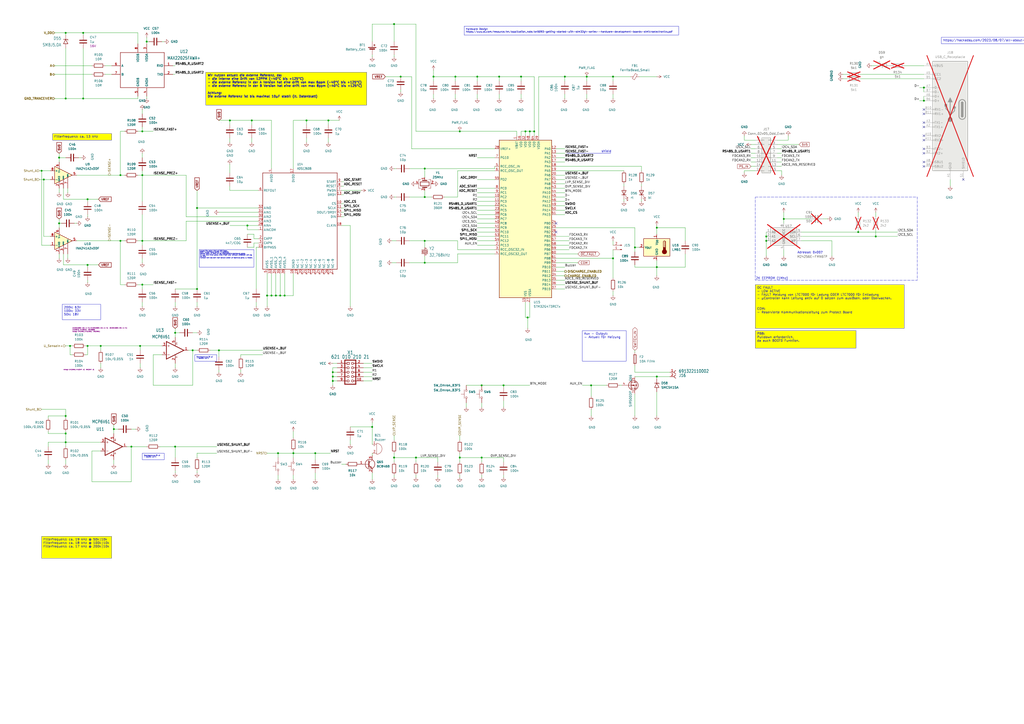
<source format=kicad_sch>
(kicad_sch
	(version 20250114)
	(generator "eeschema")
	(generator_version "9.0")
	(uuid "5f8b4aef-32eb-44a5-ac07-33765c2ecb50")
	(paper "A2")
	(lib_symbols
		(symbol "Amplifier_Current:INA241A2xDDF"
			(pin_names
				(offset 0.127)
			)
			(exclude_from_sim no)
			(in_bom yes)
			(on_board yes)
			(property "Reference" "U"
				(at 3.81 3.81 0)
				(effects
					(font
						(size 1.27 1.27)
					)
					(justify left)
				)
			)
			(property "Value" "INA241A2xDDF"
				(at 3.81 -2.54 0)
				(effects
					(font
						(size 1.27 1.27)
					)
					(justify left)
				)
			)
			(property "Footprint" "Package_TO_SOT_SMD:SOT-23-8"
				(at 0 -16.51 0)
				(effects
					(font
						(size 1.27 1.27)
					)
					(hide yes)
				)
			)
			(property "Datasheet" "https://www.ti.com/lit/ds/symlink/ina241b.pdf"
				(at 3.81 3.81 0)
				(effects
					(font
						(size 1.27 1.27)
					)
					(hide yes)
				)
			)
			(property "Description" "High- and Low-Side, Bidirectional, Zero-Drift, Current-Sense Amplifier With Enhanced PWM Rejection, 20V/V, ±0.01% Gain Accuracy, ±10 μV Offset Voltage, SOT-23-8"
				(at 0 0 0)
				(effects
					(font
						(size 1.27 1.27)
					)
					(hide yes)
				)
			)
			(property "ki_keywords" "current monitor shunt sensor bidirectional high low"
				(at 0 0 0)
				(effects
					(font
						(size 1.27 1.27)
					)
					(hide yes)
				)
			)
			(property "ki_fp_filters" "SOT?23*"
				(at 0 0 0)
				(effects
					(font
						(size 1.27 1.27)
					)
					(hide yes)
				)
			)
			(symbol "INA241A2xDDF_0_1"
				(polyline
					(pts
						(xy 5.08 0) (xy -5.08 5.08) (xy -5.08 -5.08) (xy 5.08 0)
					)
					(stroke
						(width 0.254)
						(type default)
					)
					(fill
						(type background)
					)
				)
			)
			(symbol "INA241A2xDDF_1_1"
				(pin input line
					(at -7.62 2.54 0)
					(length 2.54)
					(name "+"
						(effects
							(font
								(size 1.27 1.27)
							)
						)
					)
					(number "8"
						(effects
							(font
								(size 1.27 1.27)
							)
						)
					)
				)
				(pin input line
					(at -7.62 -2.54 0)
					(length 2.54)
					(name "-"
						(effects
							(font
								(size 1.27 1.27)
							)
						)
					)
					(number "1"
						(effects
							(font
								(size 1.27 1.27)
							)
						)
					)
				)
				(pin power_in line
					(at -2.54 7.62 270)
					(length 3.81)
					(name "V+"
						(effects
							(font
								(size 1.016 1.016)
							)
						)
					)
					(number "6"
						(effects
							(font
								(size 1.27 1.27)
							)
						)
					)
				)
				(pin power_in line
					(at -2.54 -7.62 90)
					(length 3.81)
					(name "GND"
						(effects
							(font
								(size 1.016 1.016)
							)
						)
					)
					(number "2"
						(effects
							(font
								(size 1.27 1.27)
							)
						)
					)
				)
				(pin passive line
					(at -2.54 -7.62 90)
					(length 3.81)
					(hide yes)
					(name "GND"
						(effects
							(font
								(size 1.016 1.016)
							)
						)
					)
					(number "4"
						(effects
							(font
								(size 1.27 1.27)
							)
						)
					)
				)
				(pin passive line
					(at 0 -7.62 90)
					(length 5.08)
					(name "REF2"
						(effects
							(font
								(size 0.508 0.508)
							)
						)
					)
					(number "3"
						(effects
							(font
								(size 1.27 1.27)
							)
						)
					)
				)
				(pin passive line
					(at 2.54 -7.62 90)
					(length 6.35)
					(name "REF1"
						(effects
							(font
								(size 0.508 0.508)
							)
						)
					)
					(number "7"
						(effects
							(font
								(size 1.27 1.27)
							)
						)
					)
				)
				(pin output line
					(at 7.62 0 180)
					(length 2.54)
					(name "~"
						(effects
							(font
								(size 1.27 1.27)
							)
						)
					)
					(number "5"
						(effects
							(font
								(size 1.27 1.27)
							)
						)
					)
				)
			)
			(embedded_fonts no)
		)
		(symbol "Connector:Conn_01x02_Pin"
			(pin_names
				(offset 1.016)
				(hide yes)
			)
			(exclude_from_sim no)
			(in_bom yes)
			(on_board yes)
			(property "Reference" "J"
				(at 0 2.54 0)
				(effects
					(font
						(size 1.27 1.27)
					)
				)
			)
			(property "Value" "Conn_01x02_Pin"
				(at 0 -5.08 0)
				(effects
					(font
						(size 1.27 1.27)
					)
				)
			)
			(property "Footprint" ""
				(at 0 0 0)
				(effects
					(font
						(size 1.27 1.27)
					)
					(hide yes)
				)
			)
			(property "Datasheet" "~"
				(at 0 0 0)
				(effects
					(font
						(size 1.27 1.27)
					)
					(hide yes)
				)
			)
			(property "Description" "Generic connector, single row, 01x02, script generated"
				(at 0 0 0)
				(effects
					(font
						(size 1.27 1.27)
					)
					(hide yes)
				)
			)
			(property "ki_locked" ""
				(at 0 0 0)
				(effects
					(font
						(size 1.27 1.27)
					)
				)
			)
			(property "ki_keywords" "connector"
				(at 0 0 0)
				(effects
					(font
						(size 1.27 1.27)
					)
					(hide yes)
				)
			)
			(property "ki_fp_filters" "Connector*:*_1x??_*"
				(at 0 0 0)
				(effects
					(font
						(size 1.27 1.27)
					)
					(hide yes)
				)
			)
			(symbol "Conn_01x02_Pin_1_1"
				(rectangle
					(start 0.8636 0.127)
					(end 0 -0.127)
					(stroke
						(width 0.1524)
						(type default)
					)
					(fill
						(type outline)
					)
				)
				(rectangle
					(start 0.8636 -2.413)
					(end 0 -2.667)
					(stroke
						(width 0.1524)
						(type default)
					)
					(fill
						(type outline)
					)
				)
				(polyline
					(pts
						(xy 1.27 0) (xy 0.8636 0)
					)
					(stroke
						(width 0.1524)
						(type default)
					)
					(fill
						(type none)
					)
				)
				(polyline
					(pts
						(xy 1.27 -2.54) (xy 0.8636 -2.54)
					)
					(stroke
						(width 0.1524)
						(type default)
					)
					(fill
						(type none)
					)
				)
				(pin passive line
					(at 5.08 0 180)
					(length 3.81)
					(name "Pin_1"
						(effects
							(font
								(size 1.27 1.27)
							)
						)
					)
					(number "1"
						(effects
							(font
								(size 1.27 1.27)
							)
						)
					)
				)
				(pin passive line
					(at 5.08 -2.54 180)
					(length 3.81)
					(name "Pin_2"
						(effects
							(font
								(size 1.27 1.27)
							)
						)
					)
					(number "2"
						(effects
							(font
								(size 1.27 1.27)
							)
						)
					)
				)
			)
			(embedded_fonts no)
		)
		(symbol "Connector:USB_C_Receptacle"
			(pin_names
				(offset 1.016)
			)
			(exclude_from_sim no)
			(in_bom yes)
			(on_board yes)
			(property "Reference" "J"
				(at -10.16 29.21 0)
				(effects
					(font
						(size 1.27 1.27)
					)
					(justify left)
				)
			)
			(property "Value" "USB_C_Receptacle"
				(at 10.16 29.21 0)
				(effects
					(font
						(size 1.27 1.27)
					)
					(justify right)
				)
			)
			(property "Footprint" ""
				(at 3.81 0 0)
				(effects
					(font
						(size 1.27 1.27)
					)
					(hide yes)
				)
			)
			(property "Datasheet" "https://www.usb.org/sites/default/files/documents/usb_type-c.zip"
				(at 3.81 0 0)
				(effects
					(font
						(size 1.27 1.27)
					)
					(hide yes)
				)
			)
			(property "Description" "USB Full-Featured Type-C Receptacle connector"
				(at 0 0 0)
				(effects
					(font
						(size 1.27 1.27)
					)
					(hide yes)
				)
			)
			(property "ki_keywords" "usb universal serial bus type-C full-featured"
				(at 0 0 0)
				(effects
					(font
						(size 1.27 1.27)
					)
					(hide yes)
				)
			)
			(property "ki_fp_filters" "USB*C*Receptacle*"
				(at 0 0 0)
				(effects
					(font
						(size 1.27 1.27)
					)
					(hide yes)
				)
			)
			(symbol "USB_C_Receptacle_0_0"
				(rectangle
					(start -0.254 -35.56)
					(end 0.254 -34.544)
					(stroke
						(width 0)
						(type default)
					)
					(fill
						(type none)
					)
				)
				(rectangle
					(start 10.16 25.654)
					(end 9.144 25.146)
					(stroke
						(width 0)
						(type default)
					)
					(fill
						(type none)
					)
				)
				(rectangle
					(start 10.16 20.574)
					(end 9.144 20.066)
					(stroke
						(width 0)
						(type default)
					)
					(fill
						(type none)
					)
				)
				(rectangle
					(start 10.16 18.034)
					(end 9.144 17.526)
					(stroke
						(width 0)
						(type default)
					)
					(fill
						(type none)
					)
				)
				(rectangle
					(start 10.16 12.954)
					(end 9.144 12.446)
					(stroke
						(width 0)
						(type default)
					)
					(fill
						(type none)
					)
				)
				(rectangle
					(start 10.16 10.414)
					(end 9.144 9.906)
					(stroke
						(width 0)
						(type default)
					)
					(fill
						(type none)
					)
				)
				(rectangle
					(start 10.16 7.874)
					(end 9.144 7.366)
					(stroke
						(width 0)
						(type default)
					)
					(fill
						(type none)
					)
				)
				(rectangle
					(start 10.16 5.334)
					(end 9.144 4.826)
					(stroke
						(width 0)
						(type default)
					)
					(fill
						(type none)
					)
				)
				(rectangle
					(start 10.16 0.254)
					(end 9.144 -0.254)
					(stroke
						(width 0)
						(type default)
					)
					(fill
						(type none)
					)
				)
				(rectangle
					(start 10.16 -2.286)
					(end 9.144 -2.794)
					(stroke
						(width 0)
						(type default)
					)
					(fill
						(type none)
					)
				)
				(rectangle
					(start 10.16 -7.366)
					(end 9.144 -7.874)
					(stroke
						(width 0)
						(type default)
					)
					(fill
						(type none)
					)
				)
				(rectangle
					(start 10.16 -9.906)
					(end 9.144 -10.414)
					(stroke
						(width 0)
						(type default)
					)
					(fill
						(type none)
					)
				)
				(rectangle
					(start 10.16 -14.986)
					(end 9.144 -15.494)
					(stroke
						(width 0)
						(type default)
					)
					(fill
						(type none)
					)
				)
				(rectangle
					(start 10.16 -17.526)
					(end 9.144 -18.034)
					(stroke
						(width 0)
						(type default)
					)
					(fill
						(type none)
					)
				)
				(rectangle
					(start 10.16 -22.606)
					(end 9.144 -23.114)
					(stroke
						(width 0)
						(type default)
					)
					(fill
						(type none)
					)
				)
				(rectangle
					(start 10.16 -25.146)
					(end 9.144 -25.654)
					(stroke
						(width 0)
						(type default)
					)
					(fill
						(type none)
					)
				)
				(rectangle
					(start 10.16 -30.226)
					(end 9.144 -30.734)
					(stroke
						(width 0)
						(type default)
					)
					(fill
						(type none)
					)
				)
				(rectangle
					(start 10.16 -32.766)
					(end 9.144 -33.274)
					(stroke
						(width 0)
						(type default)
					)
					(fill
						(type none)
					)
				)
			)
			(symbol "USB_C_Receptacle_0_1"
				(rectangle
					(start -10.16 27.94)
					(end 10.16 -35.56)
					(stroke
						(width 0.254)
						(type default)
					)
					(fill
						(type background)
					)
				)
				(polyline
					(pts
						(xy -8.89 -3.81) (xy -8.89 3.81)
					)
					(stroke
						(width 0.508)
						(type default)
					)
					(fill
						(type none)
					)
				)
				(rectangle
					(start -7.62 -3.81)
					(end -6.35 3.81)
					(stroke
						(width 0.254)
						(type default)
					)
					(fill
						(type outline)
					)
				)
				(arc
					(start -7.62 3.81)
					(mid -6.985 4.4423)
					(end -6.35 3.81)
					(stroke
						(width 0.254)
						(type default)
					)
					(fill
						(type none)
					)
				)
				(arc
					(start -7.62 3.81)
					(mid -6.985 4.4423)
					(end -6.35 3.81)
					(stroke
						(width 0.254)
						(type default)
					)
					(fill
						(type outline)
					)
				)
				(arc
					(start -8.89 3.81)
					(mid -6.985 5.7067)
					(end -5.08 3.81)
					(stroke
						(width 0.508)
						(type default)
					)
					(fill
						(type none)
					)
				)
				(arc
					(start -5.08 -3.81)
					(mid -6.985 -5.7067)
					(end -8.89 -3.81)
					(stroke
						(width 0.508)
						(type default)
					)
					(fill
						(type none)
					)
				)
				(arc
					(start -6.35 -3.81)
					(mid -6.985 -4.4423)
					(end -7.62 -3.81)
					(stroke
						(width 0.254)
						(type default)
					)
					(fill
						(type none)
					)
				)
				(arc
					(start -6.35 -3.81)
					(mid -6.985 -4.4423)
					(end -7.62 -3.81)
					(stroke
						(width 0.254)
						(type default)
					)
					(fill
						(type outline)
					)
				)
				(polyline
					(pts
						(xy -5.08 3.81) (xy -5.08 -3.81)
					)
					(stroke
						(width 0.508)
						(type default)
					)
					(fill
						(type none)
					)
				)
			)
			(symbol "USB_C_Receptacle_1_1"
				(circle
					(center -2.54 1.143)
					(radius 0.635)
					(stroke
						(width 0.254)
						(type default)
					)
					(fill
						(type outline)
					)
				)
				(polyline
					(pts
						(xy -1.27 4.318) (xy 0 6.858) (xy 1.27 4.318) (xy -1.27 4.318)
					)
					(stroke
						(width 0.254)
						(type default)
					)
					(fill
						(type outline)
					)
				)
				(polyline
					(pts
						(xy 0 -2.032) (xy 2.54 0.508) (xy 2.54 1.778)
					)
					(stroke
						(width 0.508)
						(type default)
					)
					(fill
						(type none)
					)
				)
				(polyline
					(pts
						(xy 0 -3.302) (xy -2.54 -0.762) (xy -2.54 0.508)
					)
					(stroke
						(width 0.508)
						(type default)
					)
					(fill
						(type none)
					)
				)
				(polyline
					(pts
						(xy 0 -5.842) (xy 0 4.318)
					)
					(stroke
						(width 0.508)
						(type default)
					)
					(fill
						(type none)
					)
				)
				(circle
					(center 0 -5.842)
					(radius 1.27)
					(stroke
						(width 0)
						(type default)
					)
					(fill
						(type outline)
					)
				)
				(rectangle
					(start 1.905 1.778)
					(end 3.175 3.048)
					(stroke
						(width 0.254)
						(type default)
					)
					(fill
						(type outline)
					)
				)
				(pin passive line
					(at -7.62 -40.64 90)
					(length 5.08)
					(name "SHIELD"
						(effects
							(font
								(size 1.27 1.27)
							)
						)
					)
					(number "S1"
						(effects
							(font
								(size 1.27 1.27)
							)
						)
					)
				)
				(pin passive line
					(at 0 -40.64 90)
					(length 5.08)
					(name "GND"
						(effects
							(font
								(size 1.27 1.27)
							)
						)
					)
					(number "A1"
						(effects
							(font
								(size 1.27 1.27)
							)
						)
					)
				)
				(pin passive line
					(at 0 -40.64 90)
					(length 5.08)
					(hide yes)
					(name "GND"
						(effects
							(font
								(size 1.27 1.27)
							)
						)
					)
					(number "A12"
						(effects
							(font
								(size 1.27 1.27)
							)
						)
					)
				)
				(pin passive line
					(at 0 -40.64 90)
					(length 5.08)
					(hide yes)
					(name "GND"
						(effects
							(font
								(size 1.27 1.27)
							)
						)
					)
					(number "B1"
						(effects
							(font
								(size 1.27 1.27)
							)
						)
					)
				)
				(pin passive line
					(at 0 -40.64 90)
					(length 5.08)
					(hide yes)
					(name "GND"
						(effects
							(font
								(size 1.27 1.27)
							)
						)
					)
					(number "B12"
						(effects
							(font
								(size 1.27 1.27)
							)
						)
					)
				)
				(pin passive line
					(at 15.24 25.4 180)
					(length 5.08)
					(name "VBUS"
						(effects
							(font
								(size 1.27 1.27)
							)
						)
					)
					(number "A4"
						(effects
							(font
								(size 1.27 1.27)
							)
						)
					)
				)
				(pin passive line
					(at 15.24 25.4 180)
					(length 5.08)
					(hide yes)
					(name "VBUS"
						(effects
							(font
								(size 1.27 1.27)
							)
						)
					)
					(number "A9"
						(effects
							(font
								(size 1.27 1.27)
							)
						)
					)
				)
				(pin passive line
					(at 15.24 25.4 180)
					(length 5.08)
					(hide yes)
					(name "VBUS"
						(effects
							(font
								(size 1.27 1.27)
							)
						)
					)
					(number "B4"
						(effects
							(font
								(size 1.27 1.27)
							)
						)
					)
				)
				(pin passive line
					(at 15.24 25.4 180)
					(length 5.08)
					(hide yes)
					(name "VBUS"
						(effects
							(font
								(size 1.27 1.27)
							)
						)
					)
					(number "B9"
						(effects
							(font
								(size 1.27 1.27)
							)
						)
					)
				)
				(pin bidirectional line
					(at 15.24 20.32 180)
					(length 5.08)
					(name "CC1"
						(effects
							(font
								(size 1.27 1.27)
							)
						)
					)
					(number "A5"
						(effects
							(font
								(size 1.27 1.27)
							)
						)
					)
				)
				(pin bidirectional line
					(at 15.24 17.78 180)
					(length 5.08)
					(name "CC2"
						(effects
							(font
								(size 1.27 1.27)
							)
						)
					)
					(number "B5"
						(effects
							(font
								(size 1.27 1.27)
							)
						)
					)
				)
				(pin bidirectional line
					(at 15.24 12.7 180)
					(length 5.08)
					(name "D-"
						(effects
							(font
								(size 1.27 1.27)
							)
						)
					)
					(number "A7"
						(effects
							(font
								(size 1.27 1.27)
							)
						)
					)
				)
				(pin bidirectional line
					(at 15.24 10.16 180)
					(length 5.08)
					(name "D-"
						(effects
							(font
								(size 1.27 1.27)
							)
						)
					)
					(number "B7"
						(effects
							(font
								(size 1.27 1.27)
							)
						)
					)
				)
				(pin bidirectional line
					(at 15.24 7.62 180)
					(length 5.08)
					(name "D+"
						(effects
							(font
								(size 1.27 1.27)
							)
						)
					)
					(number "A6"
						(effects
							(font
								(size 1.27 1.27)
							)
						)
					)
				)
				(pin bidirectional line
					(at 15.24 5.08 180)
					(length 5.08)
					(name "D+"
						(effects
							(font
								(size 1.27 1.27)
							)
						)
					)
					(number "B6"
						(effects
							(font
								(size 1.27 1.27)
							)
						)
					)
				)
				(pin bidirectional line
					(at 15.24 0 180)
					(length 5.08)
					(name "RX1-"
						(effects
							(font
								(size 1.27 1.27)
							)
						)
					)
					(number "B10"
						(effects
							(font
								(size 1.27 1.27)
							)
						)
					)
				)
				(pin bidirectional line
					(at 15.24 -2.54 180)
					(length 5.08)
					(name "RX1+"
						(effects
							(font
								(size 1.27 1.27)
							)
						)
					)
					(number "B11"
						(effects
							(font
								(size 1.27 1.27)
							)
						)
					)
				)
				(pin bidirectional line
					(at 15.24 -7.62 180)
					(length 5.08)
					(name "TX1-"
						(effects
							(font
								(size 1.27 1.27)
							)
						)
					)
					(number "A3"
						(effects
							(font
								(size 1.27 1.27)
							)
						)
					)
				)
				(pin bidirectional line
					(at 15.24 -10.16 180)
					(length 5.08)
					(name "TX1+"
						(effects
							(font
								(size 1.27 1.27)
							)
						)
					)
					(number "A2"
						(effects
							(font
								(size 1.27 1.27)
							)
						)
					)
				)
				(pin bidirectional line
					(at 15.24 -15.24 180)
					(length 5.08)
					(name "RX2-"
						(effects
							(font
								(size 1.27 1.27)
							)
						)
					)
					(number "A10"
						(effects
							(font
								(size 1.27 1.27)
							)
						)
					)
				)
				(pin bidirectional line
					(at 15.24 -17.78 180)
					(length 5.08)
					(name "RX2+"
						(effects
							(font
								(size 1.27 1.27)
							)
						)
					)
					(number "A11"
						(effects
							(font
								(size 1.27 1.27)
							)
						)
					)
				)
				(pin bidirectional line
					(at 15.24 -22.86 180)
					(length 5.08)
					(name "TX2-"
						(effects
							(font
								(size 1.27 1.27)
							)
						)
					)
					(number "B3"
						(effects
							(font
								(size 1.27 1.27)
							)
						)
					)
				)
				(pin bidirectional line
					(at 15.24 -25.4 180)
					(length 5.08)
					(name "TX2+"
						(effects
							(font
								(size 1.27 1.27)
							)
						)
					)
					(number "B2"
						(effects
							(font
								(size 1.27 1.27)
							)
						)
					)
				)
				(pin bidirectional line
					(at 15.24 -30.48 180)
					(length 5.08)
					(name "SBU1"
						(effects
							(font
								(size 1.27 1.27)
							)
						)
					)
					(number "A8"
						(effects
							(font
								(size 1.27 1.27)
							)
						)
					)
				)
				(pin bidirectional line
					(at 15.24 -33.02 180)
					(length 5.08)
					(name "SBU2"
						(effects
							(font
								(size 1.27 1.27)
							)
						)
					)
					(number "B8"
						(effects
							(font
								(size 1.27 1.27)
							)
						)
					)
				)
			)
			(embedded_fonts no)
		)
		(symbol "Connector_Generic:Conn_02x08_Odd_Even"
			(pin_names
				(offset 1.016)
				(hide yes)
			)
			(exclude_from_sim no)
			(in_bom yes)
			(on_board yes)
			(property "Reference" "J"
				(at 1.27 10.16 0)
				(effects
					(font
						(size 1.27 1.27)
					)
				)
			)
			(property "Value" "Conn_02x08_Odd_Even"
				(at 1.27 -12.7 0)
				(effects
					(font
						(size 1.27 1.27)
					)
				)
			)
			(property "Footprint" ""
				(at 0 0 0)
				(effects
					(font
						(size 1.27 1.27)
					)
					(hide yes)
				)
			)
			(property "Datasheet" "~"
				(at 0 0 0)
				(effects
					(font
						(size 1.27 1.27)
					)
					(hide yes)
				)
			)
			(property "Description" "Generic connector, double row, 02x08, odd/even pin numbering scheme (row 1 odd numbers, row 2 even numbers), script generated (kicad-library-utils/schlib/autogen/connector/)"
				(at 0 0 0)
				(effects
					(font
						(size 1.27 1.27)
					)
					(hide yes)
				)
			)
			(property "ki_keywords" "connector"
				(at 0 0 0)
				(effects
					(font
						(size 1.27 1.27)
					)
					(hide yes)
				)
			)
			(property "ki_fp_filters" "Connector*:*_2x??_*"
				(at 0 0 0)
				(effects
					(font
						(size 1.27 1.27)
					)
					(hide yes)
				)
			)
			(symbol "Conn_02x08_Odd_Even_1_1"
				(rectangle
					(start -1.27 8.89)
					(end 3.81 -11.43)
					(stroke
						(width 0.254)
						(type default)
					)
					(fill
						(type background)
					)
				)
				(rectangle
					(start -1.27 7.747)
					(end 0 7.493)
					(stroke
						(width 0.1524)
						(type default)
					)
					(fill
						(type none)
					)
				)
				(rectangle
					(start -1.27 5.207)
					(end 0 4.953)
					(stroke
						(width 0.1524)
						(type default)
					)
					(fill
						(type none)
					)
				)
				(rectangle
					(start -1.27 2.667)
					(end 0 2.413)
					(stroke
						(width 0.1524)
						(type default)
					)
					(fill
						(type none)
					)
				)
				(rectangle
					(start -1.27 0.127)
					(end 0 -0.127)
					(stroke
						(width 0.1524)
						(type default)
					)
					(fill
						(type none)
					)
				)
				(rectangle
					(start -1.27 -2.413)
					(end 0 -2.667)
					(stroke
						(width 0.1524)
						(type default)
					)
					(fill
						(type none)
					)
				)
				(rectangle
					(start -1.27 -4.953)
					(end 0 -5.207)
					(stroke
						(width 0.1524)
						(type default)
					)
					(fill
						(type none)
					)
				)
				(rectangle
					(start -1.27 -7.493)
					(end 0 -7.747)
					(stroke
						(width 0.1524)
						(type default)
					)
					(fill
						(type none)
					)
				)
				(rectangle
					(start -1.27 -10.033)
					(end 0 -10.287)
					(stroke
						(width 0.1524)
						(type default)
					)
					(fill
						(type none)
					)
				)
				(rectangle
					(start 3.81 7.747)
					(end 2.54 7.493)
					(stroke
						(width 0.1524)
						(type default)
					)
					(fill
						(type none)
					)
				)
				(rectangle
					(start 3.81 5.207)
					(end 2.54 4.953)
					(stroke
						(width 0.1524)
						(type default)
					)
					(fill
						(type none)
					)
				)
				(rectangle
					(start 3.81 2.667)
					(end 2.54 2.413)
					(stroke
						(width 0.1524)
						(type default)
					)
					(fill
						(type none)
					)
				)
				(rectangle
					(start 3.81 0.127)
					(end 2.54 -0.127)
					(stroke
						(width 0.1524)
						(type default)
					)
					(fill
						(type none)
					)
				)
				(rectangle
					(start 3.81 -2.413)
					(end 2.54 -2.667)
					(stroke
						(width 0.1524)
						(type default)
					)
					(fill
						(type none)
					)
				)
				(rectangle
					(start 3.81 -4.953)
					(end 2.54 -5.207)
					(stroke
						(width 0.1524)
						(type default)
					)
					(fill
						(type none)
					)
				)
				(rectangle
					(start 3.81 -7.493)
					(end 2.54 -7.747)
					(stroke
						(width 0.1524)
						(type default)
					)
					(fill
						(type none)
					)
				)
				(rectangle
					(start 3.81 -10.033)
					(end 2.54 -10.287)
					(stroke
						(width 0.1524)
						(type default)
					)
					(fill
						(type none)
					)
				)
				(pin passive line
					(at -5.08 7.62 0)
					(length 3.81)
					(name "Pin_1"
						(effects
							(font
								(size 1.27 1.27)
							)
						)
					)
					(number "1"
						(effects
							(font
								(size 1.27 1.27)
							)
						)
					)
				)
				(pin passive line
					(at -5.08 5.08 0)
					(length 3.81)
					(name "Pin_3"
						(effects
							(font
								(size 1.27 1.27)
							)
						)
					)
					(number "3"
						(effects
							(font
								(size 1.27 1.27)
							)
						)
					)
				)
				(pin passive line
					(at -5.08 2.54 0)
					(length 3.81)
					(name "Pin_5"
						(effects
							(font
								(size 1.27 1.27)
							)
						)
					)
					(number "5"
						(effects
							(font
								(size 1.27 1.27)
							)
						)
					)
				)
				(pin passive line
					(at -5.08 0 0)
					(length 3.81)
					(name "Pin_7"
						(effects
							(font
								(size 1.27 1.27)
							)
						)
					)
					(number "7"
						(effects
							(font
								(size 1.27 1.27)
							)
						)
					)
				)
				(pin passive line
					(at -5.08 -2.54 0)
					(length 3.81)
					(name "Pin_9"
						(effects
							(font
								(size 1.27 1.27)
							)
						)
					)
					(number "9"
						(effects
							(font
								(size 1.27 1.27)
							)
						)
					)
				)
				(pin passive line
					(at -5.08 -5.08 0)
					(length 3.81)
					(name "Pin_11"
						(effects
							(font
								(size 1.27 1.27)
							)
						)
					)
					(number "11"
						(effects
							(font
								(size 1.27 1.27)
							)
						)
					)
				)
				(pin passive line
					(at -5.08 -7.62 0)
					(length 3.81)
					(name "Pin_13"
						(effects
							(font
								(size 1.27 1.27)
							)
						)
					)
					(number "13"
						(effects
							(font
								(size 1.27 1.27)
							)
						)
					)
				)
				(pin passive line
					(at -5.08 -10.16 0)
					(length 3.81)
					(name "Pin_15"
						(effects
							(font
								(size 1.27 1.27)
							)
						)
					)
					(number "15"
						(effects
							(font
								(size 1.27 1.27)
							)
						)
					)
				)
				(pin passive line
					(at 7.62 7.62 180)
					(length 3.81)
					(name "Pin_2"
						(effects
							(font
								(size 1.27 1.27)
							)
						)
					)
					(number "2"
						(effects
							(font
								(size 1.27 1.27)
							)
						)
					)
				)
				(pin passive line
					(at 7.62 5.08 180)
					(length 3.81)
					(name "Pin_4"
						(effects
							(font
								(size 1.27 1.27)
							)
						)
					)
					(number "4"
						(effects
							(font
								(size 1.27 1.27)
							)
						)
					)
				)
				(pin passive line
					(at 7.62 2.54 180)
					(length 3.81)
					(name "Pin_6"
						(effects
							(font
								(size 1.27 1.27)
							)
						)
					)
					(number "6"
						(effects
							(font
								(size 1.27 1.27)
							)
						)
					)
				)
				(pin passive line
					(at 7.62 0 180)
					(length 3.81)
					(name "Pin_8"
						(effects
							(font
								(size 1.27 1.27)
							)
						)
					)
					(number "8"
						(effects
							(font
								(size 1.27 1.27)
							)
						)
					)
				)
				(pin passive line
					(at 7.62 -2.54 180)
					(length 3.81)
					(name "Pin_10"
						(effects
							(font
								(size 1.27 1.27)
							)
						)
					)
					(number "10"
						(effects
							(font
								(size 1.27 1.27)
							)
						)
					)
				)
				(pin passive line
					(at 7.62 -5.08 180)
					(length 3.81)
					(name "Pin_12"
						(effects
							(font
								(size 1.27 1.27)
							)
						)
					)
					(number "12"
						(effects
							(font
								(size 1.27 1.27)
							)
						)
					)
				)
				(pin passive line
					(at 7.62 -7.62 180)
					(length 3.81)
					(name "Pin_14"
						(effects
							(font
								(size 1.27 1.27)
							)
						)
					)
					(number "14"
						(effects
							(font
								(size 1.27 1.27)
							)
						)
					)
				)
				(pin passive line
					(at 7.62 -10.16 180)
					(length 3.81)
					(name "Pin_16"
						(effects
							(font
								(size 1.27 1.27)
							)
						)
					)
					(number "16"
						(effects
							(font
								(size 1.27 1.27)
							)
						)
					)
				)
			)
			(embedded_fonts no)
		)
		(symbol "Device:Battery_Cell"
			(pin_numbers
				(hide yes)
			)
			(pin_names
				(offset 0)
				(hide yes)
			)
			(exclude_from_sim no)
			(in_bom yes)
			(on_board yes)
			(property "Reference" "BT"
				(at 2.54 2.54 0)
				(effects
					(font
						(size 1.27 1.27)
					)
					(justify left)
				)
			)
			(property "Value" "Battery_Cell"
				(at 2.54 0 0)
				(effects
					(font
						(size 1.27 1.27)
					)
					(justify left)
				)
			)
			(property "Footprint" ""
				(at 0 1.524 90)
				(effects
					(font
						(size 1.27 1.27)
					)
					(hide yes)
				)
			)
			(property "Datasheet" "~"
				(at 0 1.524 90)
				(effects
					(font
						(size 1.27 1.27)
					)
					(hide yes)
				)
			)
			(property "Description" "Single-cell battery"
				(at 0 0 0)
				(effects
					(font
						(size 1.27 1.27)
					)
					(hide yes)
				)
			)
			(property "ki_keywords" "battery cell"
				(at 0 0 0)
				(effects
					(font
						(size 1.27 1.27)
					)
					(hide yes)
				)
			)
			(symbol "Battery_Cell_0_1"
				(rectangle
					(start -2.286 1.778)
					(end 2.286 1.524)
					(stroke
						(width 0)
						(type default)
					)
					(fill
						(type outline)
					)
				)
				(rectangle
					(start -1.524 1.016)
					(end 1.524 0.508)
					(stroke
						(width 0)
						(type default)
					)
					(fill
						(type outline)
					)
				)
				(polyline
					(pts
						(xy 0 1.778) (xy 0 2.54)
					)
					(stroke
						(width 0)
						(type default)
					)
					(fill
						(type none)
					)
				)
				(polyline
					(pts
						(xy 0 0.762) (xy 0 0)
					)
					(stroke
						(width 0)
						(type default)
					)
					(fill
						(type none)
					)
				)
				(polyline
					(pts
						(xy 0.762 3.048) (xy 1.778 3.048)
					)
					(stroke
						(width 0.254)
						(type default)
					)
					(fill
						(type none)
					)
				)
				(polyline
					(pts
						(xy 1.27 3.556) (xy 1.27 2.54)
					)
					(stroke
						(width 0.254)
						(type default)
					)
					(fill
						(type none)
					)
				)
			)
			(symbol "Battery_Cell_1_1"
				(pin passive line
					(at 0 5.08 270)
					(length 2.54)
					(name "+"
						(effects
							(font
								(size 1.27 1.27)
							)
						)
					)
					(number "1"
						(effects
							(font
								(size 1.27 1.27)
							)
						)
					)
				)
				(pin passive line
					(at 0 -2.54 90)
					(length 2.54)
					(name "-"
						(effects
							(font
								(size 1.27 1.27)
							)
						)
					)
					(number "2"
						(effects
							(font
								(size 1.27 1.27)
							)
						)
					)
				)
			)
			(embedded_fonts no)
		)
		(symbol "Device:Buzzer"
			(pin_names
				(offset 0.0254)
				(hide yes)
			)
			(exclude_from_sim no)
			(in_bom yes)
			(on_board yes)
			(property "Reference" "BZ"
				(at 3.81 1.27 0)
				(effects
					(font
						(size 1.27 1.27)
					)
					(justify left)
				)
			)
			(property "Value" "Buzzer"
				(at 3.81 -1.27 0)
				(effects
					(font
						(size 1.27 1.27)
					)
					(justify left)
				)
			)
			(property "Footprint" ""
				(at -0.635 2.54 90)
				(effects
					(font
						(size 1.27 1.27)
					)
					(hide yes)
				)
			)
			(property "Datasheet" "~"
				(at -0.635 2.54 90)
				(effects
					(font
						(size 1.27 1.27)
					)
					(hide yes)
				)
			)
			(property "Description" "Buzzer, polarized"
				(at 0 0 0)
				(effects
					(font
						(size 1.27 1.27)
					)
					(hide yes)
				)
			)
			(property "ki_keywords" "quartz resonator ceramic"
				(at 0 0 0)
				(effects
					(font
						(size 1.27 1.27)
					)
					(hide yes)
				)
			)
			(property "ki_fp_filters" "*Buzzer*"
				(at 0 0 0)
				(effects
					(font
						(size 1.27 1.27)
					)
					(hide yes)
				)
			)
			(symbol "Buzzer_0_1"
				(polyline
					(pts
						(xy -1.651 1.905) (xy -1.143 1.905)
					)
					(stroke
						(width 0)
						(type default)
					)
					(fill
						(type none)
					)
				)
				(polyline
					(pts
						(xy -1.397 2.159) (xy -1.397 1.651)
					)
					(stroke
						(width 0)
						(type default)
					)
					(fill
						(type none)
					)
				)
				(arc
					(start 0 3.175)
					(mid 3.1612 0)
					(end 0 -3.175)
					(stroke
						(width 0)
						(type default)
					)
					(fill
						(type none)
					)
				)
				(polyline
					(pts
						(xy 0 3.175) (xy 0 -3.175)
					)
					(stroke
						(width 0)
						(type default)
					)
					(fill
						(type none)
					)
				)
			)
			(symbol "Buzzer_1_1"
				(pin passive line
					(at -2.54 2.54 0)
					(length 2.54)
					(name "+"
						(effects
							(font
								(size 1.27 1.27)
							)
						)
					)
					(number "1"
						(effects
							(font
								(size 1.27 1.27)
							)
						)
					)
				)
				(pin passive line
					(at -2.54 -2.54 0)
					(length 2.54)
					(name "-"
						(effects
							(font
								(size 1.27 1.27)
							)
						)
					)
					(number "2"
						(effects
							(font
								(size 1.27 1.27)
							)
						)
					)
				)
			)
			(embedded_fonts no)
		)
		(symbol "Device:C"
			(pin_numbers
				(hide yes)
			)
			(pin_names
				(offset 0.254)
			)
			(exclude_from_sim no)
			(in_bom yes)
			(on_board yes)
			(property "Reference" "C"
				(at 0.635 2.54 0)
				(effects
					(font
						(size 1.27 1.27)
					)
					(justify left)
				)
			)
			(property "Value" "C"
				(at 0.635 -2.54 0)
				(effects
					(font
						(size 1.27 1.27)
					)
					(justify left)
				)
			)
			(property "Footprint" ""
				(at 0.9652 -3.81 0)
				(effects
					(font
						(size 1.27 1.27)
					)
					(hide yes)
				)
			)
			(property "Datasheet" "~"
				(at 0 0 0)
				(effects
					(font
						(size 1.27 1.27)
					)
					(hide yes)
				)
			)
			(property "Description" "Unpolarized capacitor"
				(at 0 0 0)
				(effects
					(font
						(size 1.27 1.27)
					)
					(hide yes)
				)
			)
			(property "ki_keywords" "cap capacitor"
				(at 0 0 0)
				(effects
					(font
						(size 1.27 1.27)
					)
					(hide yes)
				)
			)
			(property "ki_fp_filters" "C_*"
				(at 0 0 0)
				(effects
					(font
						(size 1.27 1.27)
					)
					(hide yes)
				)
			)
			(symbol "C_0_1"
				(polyline
					(pts
						(xy -2.032 0.762) (xy 2.032 0.762)
					)
					(stroke
						(width 0.508)
						(type default)
					)
					(fill
						(type none)
					)
				)
				(polyline
					(pts
						(xy -2.032 -0.762) (xy 2.032 -0.762)
					)
					(stroke
						(width 0.508)
						(type default)
					)
					(fill
						(type none)
					)
				)
			)
			(symbol "C_1_1"
				(pin passive line
					(at 0 3.81 270)
					(length 2.794)
					(name "~"
						(effects
							(font
								(size 1.27 1.27)
							)
						)
					)
					(number "1"
						(effects
							(font
								(size 1.27 1.27)
							)
						)
					)
				)
				(pin passive line
					(at 0 -3.81 90)
					(length 2.794)
					(name "~"
						(effects
							(font
								(size 1.27 1.27)
							)
						)
					)
					(number "2"
						(effects
							(font
								(size 1.27 1.27)
							)
						)
					)
				)
			)
			(embedded_fonts no)
		)
		(symbol "Device:Crystal_GND24"
			(pin_names
				(offset 1.016)
				(hide yes)
			)
			(exclude_from_sim no)
			(in_bom yes)
			(on_board yes)
			(property "Reference" "Y"
				(at 3.175 5.08 0)
				(effects
					(font
						(size 1.27 1.27)
					)
					(justify left)
				)
			)
			(property "Value" "Crystal_GND24"
				(at 3.175 3.175 0)
				(effects
					(font
						(size 1.27 1.27)
					)
					(justify left)
				)
			)
			(property "Footprint" ""
				(at 0 0 0)
				(effects
					(font
						(size 1.27 1.27)
					)
					(hide yes)
				)
			)
			(property "Datasheet" "~"
				(at 0 0 0)
				(effects
					(font
						(size 1.27 1.27)
					)
					(hide yes)
				)
			)
			(property "Description" "Four pin crystal, GND on pins 2 and 4"
				(at 0 0 0)
				(effects
					(font
						(size 1.27 1.27)
					)
					(hide yes)
				)
			)
			(property "ki_keywords" "quartz ceramic resonator oscillator"
				(at 0 0 0)
				(effects
					(font
						(size 1.27 1.27)
					)
					(hide yes)
				)
			)
			(property "ki_fp_filters" "Crystal*"
				(at 0 0 0)
				(effects
					(font
						(size 1.27 1.27)
					)
					(hide yes)
				)
			)
			(symbol "Crystal_GND24_0_1"
				(polyline
					(pts
						(xy -2.54 2.286) (xy -2.54 3.556) (xy 2.54 3.556) (xy 2.54 2.286)
					)
					(stroke
						(width 0)
						(type default)
					)
					(fill
						(type none)
					)
				)
				(polyline
					(pts
						(xy -2.54 0) (xy -2.032 0)
					)
					(stroke
						(width 0)
						(type default)
					)
					(fill
						(type none)
					)
				)
				(polyline
					(pts
						(xy -2.54 -2.286) (xy -2.54 -3.556) (xy 2.54 -3.556) (xy 2.54 -2.286)
					)
					(stroke
						(width 0)
						(type default)
					)
					(fill
						(type none)
					)
				)
				(polyline
					(pts
						(xy -2.032 -1.27) (xy -2.032 1.27)
					)
					(stroke
						(width 0.508)
						(type default)
					)
					(fill
						(type none)
					)
				)
				(rectangle
					(start -1.143 2.54)
					(end 1.143 -2.54)
					(stroke
						(width 0.3048)
						(type default)
					)
					(fill
						(type none)
					)
				)
				(polyline
					(pts
						(xy 0 3.556) (xy 0 3.81)
					)
					(stroke
						(width 0)
						(type default)
					)
					(fill
						(type none)
					)
				)
				(polyline
					(pts
						(xy 0 -3.81) (xy 0 -3.556)
					)
					(stroke
						(width 0)
						(type default)
					)
					(fill
						(type none)
					)
				)
				(polyline
					(pts
						(xy 2.032 0) (xy 2.54 0)
					)
					(stroke
						(width 0)
						(type default)
					)
					(fill
						(type none)
					)
				)
				(polyline
					(pts
						(xy 2.032 -1.27) (xy 2.032 1.27)
					)
					(stroke
						(width 0.508)
						(type default)
					)
					(fill
						(type none)
					)
				)
			)
			(symbol "Crystal_GND24_1_1"
				(pin passive line
					(at -3.81 0 0)
					(length 1.27)
					(name "1"
						(effects
							(font
								(size 1.27 1.27)
							)
						)
					)
					(number "1"
						(effects
							(font
								(size 1.27 1.27)
							)
						)
					)
				)
				(pin passive line
					(at 0 5.08 270)
					(length 1.27)
					(name "2"
						(effects
							(font
								(size 1.27 1.27)
							)
						)
					)
					(number "2"
						(effects
							(font
								(size 1.27 1.27)
							)
						)
					)
				)
				(pin passive line
					(at 0 -5.08 90)
					(length 1.27)
					(name "4"
						(effects
							(font
								(size 1.27 1.27)
							)
						)
					)
					(number "4"
						(effects
							(font
								(size 1.27 1.27)
							)
						)
					)
				)
				(pin passive line
					(at 3.81 0 180)
					(length 1.27)
					(name "3"
						(effects
							(font
								(size 1.27 1.27)
							)
						)
					)
					(number "3"
						(effects
							(font
								(size 1.27 1.27)
							)
						)
					)
				)
			)
			(embedded_fonts no)
		)
		(symbol "Device:FerriteBead_Small"
			(pin_numbers
				(hide yes)
			)
			(pin_names
				(offset 0)
			)
			(exclude_from_sim no)
			(in_bom yes)
			(on_board yes)
			(property "Reference" "FB"
				(at 1.905 1.27 0)
				(effects
					(font
						(size 1.27 1.27)
					)
					(justify left)
				)
			)
			(property "Value" "FerriteBead_Small"
				(at 1.905 -1.27 0)
				(effects
					(font
						(size 1.27 1.27)
					)
					(justify left)
				)
			)
			(property "Footprint" ""
				(at -1.778 0 90)
				(effects
					(font
						(size 1.27 1.27)
					)
					(hide yes)
				)
			)
			(property "Datasheet" "~"
				(at 0 0 0)
				(effects
					(font
						(size 1.27 1.27)
					)
					(hide yes)
				)
			)
			(property "Description" "Ferrite bead, small symbol"
				(at 0 0 0)
				(effects
					(font
						(size 1.27 1.27)
					)
					(hide yes)
				)
			)
			(property "ki_keywords" "L ferrite bead inductor filter"
				(at 0 0 0)
				(effects
					(font
						(size 1.27 1.27)
					)
					(hide yes)
				)
			)
			(property "ki_fp_filters" "Inductor_* L_* *Ferrite*"
				(at 0 0 0)
				(effects
					(font
						(size 1.27 1.27)
					)
					(hide yes)
				)
			)
			(symbol "FerriteBead_Small_0_1"
				(polyline
					(pts
						(xy -1.8288 0.2794) (xy -1.1176 1.4986) (xy 1.8288 -0.2032) (xy 1.1176 -1.4224) (xy -1.8288 0.2794)
					)
					(stroke
						(width 0)
						(type default)
					)
					(fill
						(type none)
					)
				)
				(polyline
					(pts
						(xy 0 0.889) (xy 0 1.2954)
					)
					(stroke
						(width 0)
						(type default)
					)
					(fill
						(type none)
					)
				)
				(polyline
					(pts
						(xy 0 -1.27) (xy 0 -0.7874)
					)
					(stroke
						(width 0)
						(type default)
					)
					(fill
						(type none)
					)
				)
			)
			(symbol "FerriteBead_Small_1_1"
				(pin passive line
					(at 0 2.54 270)
					(length 1.27)
					(name "~"
						(effects
							(font
								(size 1.27 1.27)
							)
						)
					)
					(number "1"
						(effects
							(font
								(size 1.27 1.27)
							)
						)
					)
				)
				(pin passive line
					(at 0 -2.54 90)
					(length 1.27)
					(name "~"
						(effects
							(font
								(size 1.27 1.27)
							)
						)
					)
					(number "2"
						(effects
							(font
								(size 1.27 1.27)
							)
						)
					)
				)
			)
			(embedded_fonts no)
		)
		(symbol "Device:Fuse"
			(pin_numbers
				(hide yes)
			)
			(pin_names
				(offset 0)
			)
			(exclude_from_sim no)
			(in_bom yes)
			(on_board yes)
			(property "Reference" "F"
				(at 2.032 0 90)
				(effects
					(font
						(size 1.27 1.27)
					)
				)
			)
			(property "Value" "Fuse"
				(at -1.905 0 90)
				(effects
					(font
						(size 1.27 1.27)
					)
				)
			)
			(property "Footprint" ""
				(at -1.778 0 90)
				(effects
					(font
						(size 1.27 1.27)
					)
					(hide yes)
				)
			)
			(property "Datasheet" "~"
				(at 0 0 0)
				(effects
					(font
						(size 1.27 1.27)
					)
					(hide yes)
				)
			)
			(property "Description" "Fuse"
				(at 0 0 0)
				(effects
					(font
						(size 1.27 1.27)
					)
					(hide yes)
				)
			)
			(property "ki_keywords" "fuse"
				(at 0 0 0)
				(effects
					(font
						(size 1.27 1.27)
					)
					(hide yes)
				)
			)
			(property "ki_fp_filters" "*Fuse*"
				(at 0 0 0)
				(effects
					(font
						(size 1.27 1.27)
					)
					(hide yes)
				)
			)
			(symbol "Fuse_0_1"
				(rectangle
					(start -0.762 -2.54)
					(end 0.762 2.54)
					(stroke
						(width 0.254)
						(type default)
					)
					(fill
						(type none)
					)
				)
				(polyline
					(pts
						(xy 0 2.54) (xy 0 -2.54)
					)
					(stroke
						(width 0)
						(type default)
					)
					(fill
						(type none)
					)
				)
			)
			(symbol "Fuse_1_1"
				(pin passive line
					(at 0 3.81 270)
					(length 1.27)
					(name "~"
						(effects
							(font
								(size 1.27 1.27)
							)
						)
					)
					(number "1"
						(effects
							(font
								(size 1.27 1.27)
							)
						)
					)
				)
				(pin passive line
					(at 0 -3.81 90)
					(length 1.27)
					(name "~"
						(effects
							(font
								(size 1.27 1.27)
							)
						)
					)
					(number "2"
						(effects
							(font
								(size 1.27 1.27)
							)
						)
					)
				)
			)
			(embedded_fonts no)
		)
		(symbol "Device:LED"
			(pin_numbers
				(hide yes)
			)
			(pin_names
				(offset 1.016)
				(hide yes)
			)
			(exclude_from_sim no)
			(in_bom yes)
			(on_board yes)
			(property "Reference" "D"
				(at 0 2.54 0)
				(effects
					(font
						(size 1.27 1.27)
					)
				)
			)
			(property "Value" "LED"
				(at 0 -2.54 0)
				(effects
					(font
						(size 1.27 1.27)
					)
				)
			)
			(property "Footprint" ""
				(at 0 0 0)
				(effects
					(font
						(size 1.27 1.27)
					)
					(hide yes)
				)
			)
			(property "Datasheet" "~"
				(at 0 0 0)
				(effects
					(font
						(size 1.27 1.27)
					)
					(hide yes)
				)
			)
			(property "Description" "Light emitting diode"
				(at 0 0 0)
				(effects
					(font
						(size 1.27 1.27)
					)
					(hide yes)
				)
			)
			(property "Sim.Pins" "1=K 2=A"
				(at 0 0 0)
				(effects
					(font
						(size 1.27 1.27)
					)
					(hide yes)
				)
			)
			(property "ki_keywords" "LED diode"
				(at 0 0 0)
				(effects
					(font
						(size 1.27 1.27)
					)
					(hide yes)
				)
			)
			(property "ki_fp_filters" "LED* LED_SMD:* LED_THT:*"
				(at 0 0 0)
				(effects
					(font
						(size 1.27 1.27)
					)
					(hide yes)
				)
			)
			(symbol "LED_0_1"
				(polyline
					(pts
						(xy -3.048 -0.762) (xy -4.572 -2.286) (xy -3.81 -2.286) (xy -4.572 -2.286) (xy -4.572 -1.524)
					)
					(stroke
						(width 0)
						(type default)
					)
					(fill
						(type none)
					)
				)
				(polyline
					(pts
						(xy -1.778 -0.762) (xy -3.302 -2.286) (xy -2.54 -2.286) (xy -3.302 -2.286) (xy -3.302 -1.524)
					)
					(stroke
						(width 0)
						(type default)
					)
					(fill
						(type none)
					)
				)
				(polyline
					(pts
						(xy -1.27 0) (xy 1.27 0)
					)
					(stroke
						(width 0)
						(type default)
					)
					(fill
						(type none)
					)
				)
				(polyline
					(pts
						(xy -1.27 -1.27) (xy -1.27 1.27)
					)
					(stroke
						(width 0.254)
						(type default)
					)
					(fill
						(type none)
					)
				)
				(polyline
					(pts
						(xy 1.27 -1.27) (xy 1.27 1.27) (xy -1.27 0) (xy 1.27 -1.27)
					)
					(stroke
						(width 0.254)
						(type default)
					)
					(fill
						(type none)
					)
				)
			)
			(symbol "LED_1_1"
				(pin passive line
					(at -3.81 0 0)
					(length 2.54)
					(name "K"
						(effects
							(font
								(size 1.27 1.27)
							)
						)
					)
					(number "1"
						(effects
							(font
								(size 1.27 1.27)
							)
						)
					)
				)
				(pin passive line
					(at 3.81 0 180)
					(length 2.54)
					(name "A"
						(effects
							(font
								(size 1.27 1.27)
							)
						)
					)
					(number "2"
						(effects
							(font
								(size 1.27 1.27)
							)
						)
					)
				)
			)
			(embedded_fonts no)
		)
		(symbol "Device:R"
			(pin_numbers
				(hide yes)
			)
			(pin_names
				(offset 0)
			)
			(exclude_from_sim no)
			(in_bom yes)
			(on_board yes)
			(property "Reference" "R"
				(at 2.032 0 90)
				(effects
					(font
						(size 1.27 1.27)
					)
				)
			)
			(property "Value" "R"
				(at 0 0 90)
				(effects
					(font
						(size 1.27 1.27)
					)
				)
			)
			(property "Footprint" ""
				(at -1.778 0 90)
				(effects
					(font
						(size 1.27 1.27)
					)
					(hide yes)
				)
			)
			(property "Datasheet" "~"
				(at 0 0 0)
				(effects
					(font
						(size 1.27 1.27)
					)
					(hide yes)
				)
			)
			(property "Description" "Resistor"
				(at 0 0 0)
				(effects
					(font
						(size 1.27 1.27)
					)
					(hide yes)
				)
			)
			(property "ki_keywords" "R res resistor"
				(at 0 0 0)
				(effects
					(font
						(size 1.27 1.27)
					)
					(hide yes)
				)
			)
			(property "ki_fp_filters" "R_*"
				(at 0 0 0)
				(effects
					(font
						(size 1.27 1.27)
					)
					(hide yes)
				)
			)
			(symbol "R_0_1"
				(rectangle
					(start -1.016 -2.54)
					(end 1.016 2.54)
					(stroke
						(width 0.254)
						(type default)
					)
					(fill
						(type none)
					)
				)
			)
			(symbol "R_1_1"
				(pin passive line
					(at 0 3.81 270)
					(length 1.27)
					(name "~"
						(effects
							(font
								(size 1.27 1.27)
							)
						)
					)
					(number "1"
						(effects
							(font
								(size 1.27 1.27)
							)
						)
					)
				)
				(pin passive line
					(at 0 -3.81 90)
					(length 1.27)
					(name "~"
						(effects
							(font
								(size 1.27 1.27)
							)
						)
					)
					(number "2"
						(effects
							(font
								(size 1.27 1.27)
							)
						)
					)
				)
			)
			(embedded_fonts no)
		)
		(symbol "Diode:1.5KExxA"
			(pin_numbers
				(hide yes)
			)
			(pin_names
				(offset 1.016)
				(hide yes)
			)
			(exclude_from_sim no)
			(in_bom yes)
			(on_board yes)
			(property "Reference" "D"
				(at 0 2.54 0)
				(effects
					(font
						(size 1.27 1.27)
					)
				)
			)
			(property "Value" "1.5KExxA"
				(at 0 -2.54 0)
				(effects
					(font
						(size 1.27 1.27)
					)
				)
			)
			(property "Footprint" "Diode_THT:D_DO-201AE_P15.24mm_Horizontal"
				(at 0 -5.08 0)
				(effects
					(font
						(size 1.27 1.27)
					)
					(hide yes)
				)
			)
			(property "Datasheet" "https://www.vishay.com/docs/88301/15ke.pdf"
				(at -1.27 0 0)
				(effects
					(font
						(size 1.27 1.27)
					)
					(hide yes)
				)
			)
			(property "Description" "1500W unidirectional TVS diode, DO-201AE"
				(at 0 0 0)
				(effects
					(font
						(size 1.27 1.27)
					)
					(hide yes)
				)
			)
			(property "ki_keywords" "transient voltage suppressor TRANSZORB®"
				(at 0 0 0)
				(effects
					(font
						(size 1.27 1.27)
					)
					(hide yes)
				)
			)
			(property "ki_fp_filters" "D?DO?201AE*"
				(at 0 0 0)
				(effects
					(font
						(size 1.27 1.27)
					)
					(hide yes)
				)
			)
			(symbol "1.5KExxA_0_1"
				(polyline
					(pts
						(xy -0.762 1.27) (xy -1.27 1.27) (xy -1.27 -1.27)
					)
					(stroke
						(width 0.254)
						(type default)
					)
					(fill
						(type none)
					)
				)
				(polyline
					(pts
						(xy 1.27 1.27) (xy 1.27 -1.27) (xy -1.27 0) (xy 1.27 1.27)
					)
					(stroke
						(width 0.254)
						(type default)
					)
					(fill
						(type none)
					)
				)
			)
			(symbol "1.5KExxA_1_1"
				(pin passive line
					(at -3.81 0 0)
					(length 2.54)
					(name "A1"
						(effects
							(font
								(size 1.27 1.27)
							)
						)
					)
					(number "1"
						(effects
							(font
								(size 1.27 1.27)
							)
						)
					)
				)
				(pin passive line
					(at 3.81 0 180)
					(length 2.54)
					(name "A2"
						(effects
							(font
								(size 1.27 1.27)
							)
						)
					)
					(number "2"
						(effects
							(font
								(size 1.27 1.27)
							)
						)
					)
				)
			)
			(embedded_fonts no)
		)
		(symbol "Diode:1.5SMCxxA"
			(pin_numbers
				(hide yes)
			)
			(pin_names
				(offset 1.016)
				(hide yes)
			)
			(exclude_from_sim no)
			(in_bom yes)
			(on_board yes)
			(property "Reference" "D"
				(at 0 2.54 0)
				(effects
					(font
						(size 1.27 1.27)
					)
				)
			)
			(property "Value" "1.5SMCxxA"
				(at 0 -2.54 0)
				(effects
					(font
						(size 1.27 1.27)
					)
				)
			)
			(property "Footprint" "Diode_SMD:D_SMC"
				(at 0 -5.08 0)
				(effects
					(font
						(size 1.27 1.27)
					)
					(hide yes)
				)
			)
			(property "Datasheet" "https://www.vishay.com/docs/88303/15smc.pdf"
				(at -1.27 0 0)
				(effects
					(font
						(size 1.27 1.27)
					)
					(hide yes)
				)
			)
			(property "Description" "1500W unidirectional TVS diode, SMC (DO-201AB)"
				(at 0 0 0)
				(effects
					(font
						(size 1.27 1.27)
					)
					(hide yes)
				)
			)
			(property "ki_keywords" "transient voltage suppressor TRANSZORB®"
				(at 0 0 0)
				(effects
					(font
						(size 1.27 1.27)
					)
					(hide yes)
				)
			)
			(property "ki_fp_filters" "D?SMC*"
				(at 0 0 0)
				(effects
					(font
						(size 1.27 1.27)
					)
					(hide yes)
				)
			)
			(symbol "1.5SMCxxA_0_1"
				(polyline
					(pts
						(xy -0.762 1.27) (xy -1.27 1.27) (xy -1.27 -1.27)
					)
					(stroke
						(width 0.254)
						(type default)
					)
					(fill
						(type none)
					)
				)
				(polyline
					(pts
						(xy 1.27 1.27) (xy 1.27 -1.27) (xy -1.27 0) (xy 1.27 1.27)
					)
					(stroke
						(width 0.254)
						(type default)
					)
					(fill
						(type none)
					)
				)
			)
			(symbol "1.5SMCxxA_1_1"
				(pin passive line
					(at -3.81 0 0)
					(length 2.54)
					(name "A1"
						(effects
							(font
								(size 1.27 1.27)
							)
						)
					)
					(number "1"
						(effects
							(font
								(size 1.27 1.27)
							)
						)
					)
				)
				(pin passive line
					(at 3.81 0 180)
					(length 2.54)
					(name "A2"
						(effects
							(font
								(size 1.27 1.27)
							)
						)
					)
					(number "2"
						(effects
							(font
								(size 1.27 1.27)
							)
						)
					)
				)
			)
			(embedded_fonts no)
		)
		(symbol "MCU_ST_STM32G4:STM32G473RCTx"
			(exclude_from_sim no)
			(in_bom yes)
			(on_board yes)
			(property "Reference" "U"
				(at -15.24 46.99 0)
				(effects
					(font
						(size 1.27 1.27)
					)
					(justify left)
				)
			)
			(property "Value" "STM32G473RCTx"
				(at 10.16 46.99 0)
				(effects
					(font
						(size 1.27 1.27)
					)
					(justify left)
				)
			)
			(property "Footprint" "Package_QFP:LQFP-64_10x10mm_P0.5mm"
				(at -15.24 -45.72 0)
				(effects
					(font
						(size 1.27 1.27)
					)
					(justify right)
					(hide yes)
				)
			)
			(property "Datasheet" "https://www.st.com/resource/en/datasheet/stm32g473rc.pdf"
				(at 0 0 0)
				(effects
					(font
						(size 1.27 1.27)
					)
					(hide yes)
				)
			)
			(property "Description" "STMicroelectronics Arm Cortex-M4 MCU, 256KB flash, 128KB RAM, 170 MHz, 1.71-3.6V, 52 GPIO, LQFP64"
				(at 0 0 0)
				(effects
					(font
						(size 1.27 1.27)
					)
					(hide yes)
				)
			)
			(property "ki_keywords" "Arm Cortex-M4 STM32G4 STM32G4x3"
				(at 0 0 0)
				(effects
					(font
						(size 1.27 1.27)
					)
					(hide yes)
				)
			)
			(property "ki_fp_filters" "LQFP*10x10mm*P0.5mm*"
				(at 0 0 0)
				(effects
					(font
						(size 1.27 1.27)
					)
					(hide yes)
				)
			)
			(symbol "STM32G473RCTx_0_1"
				(rectangle
					(start -15.24 -45.72)
					(end 15.24 45.72)
					(stroke
						(width 0.254)
						(type default)
					)
					(fill
						(type background)
					)
				)
			)
			(symbol "STM32G473RCTx_1_1"
				(pin input line
					(at -17.78 40.64 0)
					(length 2.54)
					(name "VREF+"
						(effects
							(font
								(size 1.27 1.27)
							)
						)
					)
					(number "28"
						(effects
							(font
								(size 1.27 1.27)
							)
						)
					)
					(alternate "VREFBUF_OUT" bidirectional line)
				)
				(pin bidirectional line
					(at -17.78 35.56 0)
					(length 2.54)
					(name "PG10"
						(effects
							(font
								(size 1.27 1.27)
							)
						)
					)
					(number "7"
						(effects
							(font
								(size 1.27 1.27)
							)
						)
					)
					(alternate "DAC1_EXTI10" bidirectional line)
					(alternate "DAC2_EXTI10" bidirectional line)
					(alternate "DAC3_EXTI10" bidirectional line)
					(alternate "DAC4_EXTI10" bidirectional line)
					(alternate "RCC_MCO" bidirectional line)
				)
				(pin bidirectional line
					(at -17.78 30.48 0)
					(length 2.54)
					(name "PF0"
						(effects
							(font
								(size 1.27 1.27)
							)
						)
					)
					(number "5"
						(effects
							(font
								(size 1.27 1.27)
							)
						)
					)
					(alternate "ADC1_IN10" bidirectional line)
					(alternate "I2C2_SDA" bidirectional line)
					(alternate "I2S2_WS" bidirectional line)
					(alternate "RCC_OSC_IN" bidirectional line)
					(alternate "SPI2_NSS" bidirectional line)
					(alternate "TIM1_CH3N" bidirectional line)
				)
				(pin bidirectional line
					(at -17.78 27.94 0)
					(length 2.54)
					(name "PF1"
						(effects
							(font
								(size 1.27 1.27)
							)
						)
					)
					(number "6"
						(effects
							(font
								(size 1.27 1.27)
							)
						)
					)
					(alternate "ADC2_IN10" bidirectional line)
					(alternate "COMP3_INM" bidirectional line)
					(alternate "I2S2_CK" bidirectional line)
					(alternate "RCC_OSC_OUT" bidirectional line)
					(alternate "SPI2_SCK" bidirectional line)
				)
				(pin bidirectional line
					(at -17.78 22.86 0)
					(length 2.54)
					(name "PD2"
						(effects
							(font
								(size 1.27 1.27)
							)
						)
					)
					(number "55"
						(effects
							(font
								(size 1.27 1.27)
							)
						)
					)
					(alternate "ADC3_EXTI2" bidirectional line)
					(alternate "ADC4_EXTI2" bidirectional line)
					(alternate "ADC5_EXTI2" bidirectional line)
					(alternate "TIM3_ETR" bidirectional line)
					(alternate "TIM8_BKIN" bidirectional line)
					(alternate "UART5_RX" bidirectional line)
				)
				(pin bidirectional line
					(at -17.78 17.78 0)
					(length 2.54)
					(name "PC0"
						(effects
							(font
								(size 1.27 1.27)
							)
						)
					)
					(number "8"
						(effects
							(font
								(size 1.27 1.27)
							)
						)
					)
					(alternate "ADC1_IN6" bidirectional line)
					(alternate "ADC2_IN6" bidirectional line)
					(alternate "COMP3_INM" bidirectional line)
					(alternate "LPTIM1_IN1" bidirectional line)
					(alternate "LPUART1_RX" bidirectional line)
					(alternate "TIM1_CH1" bidirectional line)
				)
				(pin bidirectional line
					(at -17.78 15.24 0)
					(length 2.54)
					(name "PC1"
						(effects
							(font
								(size 1.27 1.27)
							)
						)
					)
					(number "9"
						(effects
							(font
								(size 1.27 1.27)
							)
						)
					)
					(alternate "ADC1_IN7" bidirectional line)
					(alternate "ADC2_IN7" bidirectional line)
					(alternate "COMP3_INP" bidirectional line)
					(alternate "LPTIM1_OUT" bidirectional line)
					(alternate "LPUART1_TX" bidirectional line)
					(alternate "QUADSPI1_BK2_IO0" bidirectional line)
					(alternate "SAI1_SD_A" bidirectional line)
					(alternate "TIM1_CH2" bidirectional line)
				)
				(pin bidirectional line
					(at -17.78 12.7 0)
					(length 2.54)
					(name "PC2"
						(effects
							(font
								(size 1.27 1.27)
							)
						)
					)
					(number "10"
						(effects
							(font
								(size 1.27 1.27)
							)
						)
					)
					(alternate "ADC1_IN8" bidirectional line)
					(alternate "ADC2_IN8" bidirectional line)
					(alternate "ADC3_EXTI2" bidirectional line)
					(alternate "ADC4_EXTI2" bidirectional line)
					(alternate "ADC5_EXTI2" bidirectional line)
					(alternate "COMP3_OUT" bidirectional line)
					(alternate "LPTIM1_IN2" bidirectional line)
					(alternate "QUADSPI1_BK2_IO1" bidirectional line)
					(alternate "TIM1_CH3" bidirectional line)
					(alternate "TIM20_CH2" bidirectional line)
				)
				(pin bidirectional line
					(at -17.78 10.16 0)
					(length 2.54)
					(name "PC3"
						(effects
							(font
								(size 1.27 1.27)
							)
						)
					)
					(number "11"
						(effects
							(font
								(size 1.27 1.27)
							)
						)
					)
					(alternate "ADC1_IN9" bidirectional line)
					(alternate "ADC2_IN9" bidirectional line)
					(alternate "ADC3_EXTI3" bidirectional line)
					(alternate "ADC4_EXTI3" bidirectional line)
					(alternate "ADC5_EXTI3" bidirectional line)
					(alternate "LPTIM1_ETR" bidirectional line)
					(alternate "OPAMP5_VINP" bidirectional line)
					(alternate "OPAMP5_VINP_SEC" bidirectional line)
					(alternate "QUADSPI1_BK2_IO2" bidirectional line)
					(alternate "SAI1_D1" bidirectional line)
					(alternate "SAI1_SD_A" bidirectional line)
					(alternate "TIM1_BKIN2" bidirectional line)
					(alternate "TIM1_CH4" bidirectional line)
				)
				(pin bidirectional line
					(at -17.78 7.62 0)
					(length 2.54)
					(name "PC4"
						(effects
							(font
								(size 1.27 1.27)
							)
						)
					)
					(number "22"
						(effects
							(font
								(size 1.27 1.27)
							)
						)
					)
					(alternate "ADC2_IN5" bidirectional line)
					(alternate "I2C2_SCL" bidirectional line)
					(alternate "QUADSPI1_BK2_IO3" bidirectional line)
					(alternate "TIM1_ETR" bidirectional line)
					(alternate "USART1_TX" bidirectional line)
				)
				(pin bidirectional line
					(at -17.78 5.08 0)
					(length 2.54)
					(name "PC5"
						(effects
							(font
								(size 1.27 1.27)
							)
						)
					)
					(number "23"
						(effects
							(font
								(size 1.27 1.27)
							)
						)
					)
					(alternate "ADC2_IN11" bidirectional line)
					(alternate "OPAMP1_VINM" bidirectional line)
					(alternate "OPAMP1_VINM1" bidirectional line)
					(alternate "OPAMP1_VINM_SEC" bidirectional line)
					(alternate "OPAMP2_VINM" bidirectional line)
					(alternate "OPAMP2_VINM1" bidirectional line)
					(alternate "OPAMP2_VINM_SEC" bidirectional line)
					(alternate "SAI1_D3" bidirectional line)
					(alternate "SYS_WKUP5" bidirectional line)
					(alternate "TIM15_BKIN" bidirectional line)
					(alternate "TIM1_CH4N" bidirectional line)
					(alternate "USART1_RX" bidirectional line)
				)
				(pin bidirectional line
					(at -17.78 2.54 0)
					(length 2.54)
					(name "PC6"
						(effects
							(font
								(size 1.27 1.27)
							)
						)
					)
					(number "38"
						(effects
							(font
								(size 1.27 1.27)
							)
						)
					)
					(alternate "COMP6_OUT" bidirectional line)
					(alternate "I2C4_SCL" bidirectional line)
					(alternate "I2S2_MCK" bidirectional line)
					(alternate "TIM3_CH1" bidirectional line)
					(alternate "TIM8_CH1" bidirectional line)
				)
				(pin bidirectional line
					(at -17.78 0 0)
					(length 2.54)
					(name "PC7"
						(effects
							(font
								(size 1.27 1.27)
							)
						)
					)
					(number "39"
						(effects
							(font
								(size 1.27 1.27)
							)
						)
					)
					(alternate "COMP5_OUT" bidirectional line)
					(alternate "I2C4_SDA" bidirectional line)
					(alternate "I2S3_MCK" bidirectional line)
					(alternate "TIM3_CH2" bidirectional line)
					(alternate "TIM8_CH2" bidirectional line)
				)
				(pin bidirectional line
					(at -17.78 -2.54 0)
					(length 2.54)
					(name "PC8"
						(effects
							(font
								(size 1.27 1.27)
							)
						)
					)
					(number "40"
						(effects
							(font
								(size 1.27 1.27)
							)
						)
					)
					(alternate "COMP7_OUT" bidirectional line)
					(alternate "I2C3_SCL" bidirectional line)
					(alternate "TIM20_CH3" bidirectional line)
					(alternate "TIM3_CH3" bidirectional line)
					(alternate "TIM8_CH3" bidirectional line)
				)
				(pin bidirectional line
					(at -17.78 -5.08 0)
					(length 2.54)
					(name "PC9"
						(effects
							(font
								(size 1.27 1.27)
							)
						)
					)
					(number "41"
						(effects
							(font
								(size 1.27 1.27)
							)
						)
					)
					(alternate "DAC1_EXTI9" bidirectional line)
					(alternate "DAC2_EXTI9" bidirectional line)
					(alternate "DAC3_EXTI9" bidirectional line)
					(alternate "DAC4_EXTI9" bidirectional line)
					(alternate "I2C3_SDA" bidirectional line)
					(alternate "I2S_CKIN" bidirectional line)
					(alternate "TIM3_CH4" bidirectional line)
					(alternate "TIM8_BKIN2" bidirectional line)
					(alternate "TIM8_CH4" bidirectional line)
				)
				(pin bidirectional line
					(at -17.78 -7.62 0)
					(length 2.54)
					(name "PC10"
						(effects
							(font
								(size 1.27 1.27)
							)
						)
					)
					(number "52"
						(effects
							(font
								(size 1.27 1.27)
							)
						)
					)
					(alternate "DAC1_EXTI10" bidirectional line)
					(alternate "DAC2_EXTI10" bidirectional line)
					(alternate "DAC3_EXTI10" bidirectional line)
					(alternate "DAC4_EXTI10" bidirectional line)
					(alternate "I2S3_CK" bidirectional line)
					(alternate "SPI3_SCK" bidirectional line)
					(alternate "TIM8_CH1N" bidirectional line)
					(alternate "UART4_TX" bidirectional line)
					(alternate "USART3_TX" bidirectional line)
				)
				(pin bidirectional line
					(at -17.78 -10.16 0)
					(length 2.54)
					(name "PC11"
						(effects
							(font
								(size 1.27 1.27)
							)
						)
					)
					(number "53"
						(effects
							(font
								(size 1.27 1.27)
							)
						)
					)
					(alternate "ADC1_EXTI11" bidirectional line)
					(alternate "ADC2_EXTI11" bidirectional line)
					(alternate "I2C3_SDA" bidirectional line)
					(alternate "SPI3_MISO" bidirectional line)
					(alternate "TIM8_CH2N" bidirectional line)
					(alternate "UART4_RX" bidirectional line)
					(alternate "USART3_RX" bidirectional line)
				)
				(pin bidirectional line
					(at -17.78 -12.7 0)
					(length 2.54)
					(name "PC12"
						(effects
							(font
								(size 1.27 1.27)
							)
						)
					)
					(number "54"
						(effects
							(font
								(size 1.27 1.27)
							)
						)
					)
					(alternate "I2S3_SD" bidirectional line)
					(alternate "SPI3_MOSI" bidirectional line)
					(alternate "TIM5_CH2" bidirectional line)
					(alternate "TIM8_CH3N" bidirectional line)
					(alternate "UART5_TX" bidirectional line)
					(alternate "UCPD1_FRSTX1" bidirectional line)
					(alternate "UCPD1_FRSTX2" bidirectional line)
					(alternate "USART3_CK" bidirectional line)
				)
				(pin bidirectional line
					(at -17.78 -15.24 0)
					(length 2.54)
					(name "PC13"
						(effects
							(font
								(size 1.27 1.27)
							)
						)
					)
					(number "2"
						(effects
							(font
								(size 1.27 1.27)
							)
						)
					)
					(alternate "RTC_OUT1" bidirectional line)
					(alternate "RTC_TAMP1" bidirectional line)
					(alternate "RTC_TS" bidirectional line)
					(alternate "SYS_WKUP2" bidirectional line)
					(alternate "TIM1_BKIN" bidirectional line)
					(alternate "TIM1_CH1N" bidirectional line)
					(alternate "TIM8_CH4N" bidirectional line)
				)
				(pin bidirectional line
					(at -17.78 -17.78 0)
					(length 2.54)
					(name "PC14"
						(effects
							(font
								(size 1.27 1.27)
							)
						)
					)
					(number "3"
						(effects
							(font
								(size 1.27 1.27)
							)
						)
					)
					(alternate "RCC_OSC32_IN" bidirectional line)
				)
				(pin bidirectional line
					(at -17.78 -20.32 0)
					(length 2.54)
					(name "PC15"
						(effects
							(font
								(size 1.27 1.27)
							)
						)
					)
					(number "4"
						(effects
							(font
								(size 1.27 1.27)
							)
						)
					)
					(alternate "ADC1_EXTI15" bidirectional line)
					(alternate "ADC2_EXTI15" bidirectional line)
					(alternate "RCC_OSC32_OUT" bidirectional line)
				)
				(pin power_in line
					(at -5.08 48.26 270)
					(length 2.54)
					(name "VBAT"
						(effects
							(font
								(size 1.27 1.27)
							)
						)
					)
					(number "1"
						(effects
							(font
								(size 1.27 1.27)
							)
						)
					)
				)
				(pin power_in line
					(at -2.54 48.26 270)
					(length 2.54)
					(name "VDD"
						(effects
							(font
								(size 1.27 1.27)
							)
						)
					)
					(number "16"
						(effects
							(font
								(size 1.27 1.27)
							)
						)
					)
				)
				(pin power_in line
					(at 0 48.26 270)
					(length 2.54)
					(name "VDD"
						(effects
							(font
								(size 1.27 1.27)
							)
						)
					)
					(number "32"
						(effects
							(font
								(size 1.27 1.27)
							)
						)
					)
				)
				(pin power_in line
					(at 0 -48.26 90)
					(length 2.54)
					(name "VSS"
						(effects
							(font
								(size 1.27 1.27)
							)
						)
					)
					(number "15"
						(effects
							(font
								(size 1.27 1.27)
							)
						)
					)
				)
				(pin passive line
					(at 0 -48.26 90)
					(length 2.54)
					(hide yes)
					(name "VSS"
						(effects
							(font
								(size 1.27 1.27)
							)
						)
					)
					(number "31"
						(effects
							(font
								(size 1.27 1.27)
							)
						)
					)
				)
				(pin passive line
					(at 0 -48.26 90)
					(length 2.54)
					(hide yes)
					(name "VSS"
						(effects
							(font
								(size 1.27 1.27)
							)
						)
					)
					(number "47"
						(effects
							(font
								(size 1.27 1.27)
							)
						)
					)
				)
				(pin passive line
					(at 0 -48.26 90)
					(length 2.54)
					(hide yes)
					(name "VSS"
						(effects
							(font
								(size 1.27 1.27)
							)
						)
					)
					(number "63"
						(effects
							(font
								(size 1.27 1.27)
							)
						)
					)
				)
				(pin power_in line
					(at 2.54 48.26 270)
					(length 2.54)
					(name "VDD"
						(effects
							(font
								(size 1.27 1.27)
							)
						)
					)
					(number "48"
						(effects
							(font
								(size 1.27 1.27)
							)
						)
					)
				)
				(pin power_in line
					(at 2.54 -48.26 90)
					(length 2.54)
					(name "VSSA"
						(effects
							(font
								(size 1.27 1.27)
							)
						)
					)
					(number "27"
						(effects
							(font
								(size 1.27 1.27)
							)
						)
					)
				)
				(pin power_in line
					(at 5.08 48.26 270)
					(length 2.54)
					(name "VDD"
						(effects
							(font
								(size 1.27 1.27)
							)
						)
					)
					(number "64"
						(effects
							(font
								(size 1.27 1.27)
							)
						)
					)
				)
				(pin power_in line
					(at 7.62 48.26 270)
					(length 2.54)
					(name "VDDA"
						(effects
							(font
								(size 1.27 1.27)
							)
						)
					)
					(number "29"
						(effects
							(font
								(size 1.27 1.27)
							)
						)
					)
				)
				(pin bidirectional line
					(at 17.78 40.64 180)
					(length 2.54)
					(name "PA0"
						(effects
							(font
								(size 1.27 1.27)
							)
						)
					)
					(number "12"
						(effects
							(font
								(size 1.27 1.27)
							)
						)
					)
					(alternate "ADC1_IN1" bidirectional line)
					(alternate "ADC2_IN1" bidirectional line)
					(alternate "COMP1_INM" bidirectional line)
					(alternate "COMP1_OUT" bidirectional line)
					(alternate "COMP3_INP" bidirectional line)
					(alternate "RTC_TAMP2" bidirectional line)
					(alternate "SYS_WKUP1" bidirectional line)
					(alternate "TIM2_CH1" bidirectional line)
					(alternate "TIM2_ETR" bidirectional line)
					(alternate "TIM5_CH1" bidirectional line)
					(alternate "TIM8_BKIN" bidirectional line)
					(alternate "TIM8_ETR" bidirectional line)
					(alternate "USART2_CTS" bidirectional line)
					(alternate "USART2_NSS" bidirectional line)
				)
				(pin bidirectional line
					(at 17.78 38.1 180)
					(length 2.54)
					(name "PA1"
						(effects
							(font
								(size 1.27 1.27)
							)
						)
					)
					(number "13"
						(effects
							(font
								(size 1.27 1.27)
							)
						)
					)
					(alternate "ADC1_IN2" bidirectional line)
					(alternate "ADC2_IN2" bidirectional line)
					(alternate "COMP1_INP" bidirectional line)
					(alternate "OPAMP1_VINP" bidirectional line)
					(alternate "OPAMP1_VINP_SEC" bidirectional line)
					(alternate "OPAMP3_VINP" bidirectional line)
					(alternate "OPAMP3_VINP_SEC" bidirectional line)
					(alternate "OPAMP6_VINM" bidirectional line)
					(alternate "OPAMP6_VINM0" bidirectional line)
					(alternate "OPAMP6_VINM_SEC" bidirectional line)
					(alternate "RTC_REFIN" bidirectional line)
					(alternate "TIM15_CH1N" bidirectional line)
					(alternate "TIM2_CH2" bidirectional line)
					(alternate "TIM5_CH2" bidirectional line)
					(alternate "USART2_DE" bidirectional line)
					(alternate "USART2_RTS" bidirectional line)
				)
				(pin bidirectional line
					(at 17.78 35.56 180)
					(length 2.54)
					(name "PA2"
						(effects
							(font
								(size 1.27 1.27)
							)
						)
					)
					(number "14"
						(effects
							(font
								(size 1.27 1.27)
							)
						)
					)
					(alternate "ADC1_IN3" bidirectional line)
					(alternate "ADC3_EXTI2" bidirectional line)
					(alternate "ADC4_EXTI2" bidirectional line)
					(alternate "ADC5_EXTI2" bidirectional line)
					(alternate "COMP2_INM" bidirectional line)
					(alternate "COMP2_OUT" bidirectional line)
					(alternate "LPUART1_TX" bidirectional line)
					(alternate "OPAMP1_VOUT" bidirectional line)
					(alternate "QUADSPI1_BK1_NCS" bidirectional line)
					(alternate "RCC_LSCO" bidirectional line)
					(alternate "SYS_WKUP4" bidirectional line)
					(alternate "TIM15_CH1" bidirectional line)
					(alternate "TIM2_CH3" bidirectional line)
					(alternate "TIM5_CH3" bidirectional line)
					(alternate "UCPD1_FRSTX1" bidirectional line)
					(alternate "UCPD1_FRSTX2" bidirectional line)
					(alternate "USART2_TX" bidirectional line)
				)
				(pin bidirectional line
					(at 17.78 33.02 180)
					(length 2.54)
					(name "PA3"
						(effects
							(font
								(size 1.27 1.27)
							)
						)
					)
					(number "17"
						(effects
							(font
								(size 1.27 1.27)
							)
						)
					)
					(alternate "ADC1_IN4" bidirectional line)
					(alternate "ADC3_EXTI3" bidirectional line)
					(alternate "ADC4_EXTI3" bidirectional line)
					(alternate "ADC5_EXTI3" bidirectional line)
					(alternate "COMP2_INP" bidirectional line)
					(alternate "LPUART1_RX" bidirectional line)
					(alternate "OPAMP1_VINM" bidirectional line)
					(alternate "OPAMP1_VINM0" bidirectional line)
					(alternate "OPAMP1_VINM_SEC" bidirectional line)
					(alternate "OPAMP1_VINP" bidirectional line)
					(alternate "OPAMP1_VINP_SEC" bidirectional line)
					(alternate "OPAMP5_VINM" bidirectional line)
					(alternate "OPAMP5_VINM1" bidirectional line)
					(alternate "OPAMP5_VINM_SEC" bidirectional line)
					(alternate "QUADSPI1_CLK" bidirectional line)
					(alternate "SAI1_CK1" bidirectional line)
					(alternate "SAI1_MCLK_A" bidirectional line)
					(alternate "TIM15_CH2" bidirectional line)
					(alternate "TIM2_CH4" bidirectional line)
					(alternate "TIM5_CH4" bidirectional line)
					(alternate "USART2_RX" bidirectional line)
				)
				(pin bidirectional line
					(at 17.78 30.48 180)
					(length 2.54)
					(name "PA4"
						(effects
							(font
								(size 1.27 1.27)
							)
						)
					)
					(number "18"
						(effects
							(font
								(size 1.27 1.27)
							)
						)
					)
					(alternate "ADC2_IN17" bidirectional line)
					(alternate "COMP1_INM" bidirectional line)
					(alternate "DAC1_OUT1" bidirectional line)
					(alternate "I2S3_WS" bidirectional line)
					(alternate "SAI1_FS_B" bidirectional line)
					(alternate "SPI1_NSS" bidirectional line)
					(alternate "SPI3_NSS" bidirectional line)
					(alternate "TIM3_CH2" bidirectional line)
					(alternate "USART2_CK" bidirectional line)
				)
				(pin bidirectional line
					(at 17.78 27.94 180)
					(length 2.54)
					(name "PA5"
						(effects
							(font
								(size 1.27 1.27)
							)
						)
					)
					(number "19"
						(effects
							(font
								(size 1.27 1.27)
							)
						)
					)
					(alternate "ADC2_IN13" bidirectional line)
					(alternate "COMP2_INM" bidirectional line)
					(alternate "DAC1_OUT2" bidirectional line)
					(alternate "OPAMP2_VINM" bidirectional line)
					(alternate "OPAMP2_VINM0" bidirectional line)
					(alternate "OPAMP2_VINM_SEC" bidirectional line)
					(alternate "SPI1_SCK" bidirectional line)
					(alternate "TIM2_CH1" bidirectional line)
					(alternate "TIM2_ETR" bidirectional line)
					(alternate "UCPD1_FRSTX1" bidirectional line)
					(alternate "UCPD1_FRSTX2" bidirectional line)
				)
				(pin bidirectional line
					(at 17.78 25.4 180)
					(length 2.54)
					(name "PA6"
						(effects
							(font
								(size 1.27 1.27)
							)
						)
					)
					(number "20"
						(effects
							(font
								(size 1.27 1.27)
							)
						)
					)
					(alternate "ADC2_IN3" bidirectional line)
					(alternate "COMP1_OUT" bidirectional line)
					(alternate "DAC2_OUT1" bidirectional line)
					(alternate "LPUART1_CTS" bidirectional line)
					(alternate "OPAMP2_VOUT" bidirectional line)
					(alternate "QUADSPI1_BK1_IO3" bidirectional line)
					(alternate "SPI1_MISO" bidirectional line)
					(alternate "TIM16_CH1" bidirectional line)
					(alternate "TIM1_BKIN" bidirectional line)
					(alternate "TIM3_CH1" bidirectional line)
					(alternate "TIM8_BKIN" bidirectional line)
				)
				(pin bidirectional line
					(at 17.78 22.86 180)
					(length 2.54)
					(name "PA7"
						(effects
							(font
								(size 1.27 1.27)
							)
						)
					)
					(number "21"
						(effects
							(font
								(size 1.27 1.27)
							)
						)
					)
					(alternate "ADC2_IN4" bidirectional line)
					(alternate "COMP2_INP" bidirectional line)
					(alternate "COMP2_OUT" bidirectional line)
					(alternate "OPAMP1_VINP" bidirectional line)
					(alternate "OPAMP1_VINP_SEC" bidirectional line)
					(alternate "OPAMP2_VINP" bidirectional line)
					(alternate "OPAMP2_VINP_SEC" bidirectional line)
					(alternate "QUADSPI1_BK1_IO2" bidirectional line)
					(alternate "SPI1_MOSI" bidirectional line)
					(alternate "TIM17_CH1" bidirectional line)
					(alternate "TIM1_CH1N" bidirectional line)
					(alternate "TIM3_CH2" bidirectional line)
					(alternate "TIM8_CH1N" bidirectional line)
					(alternate "UCPD1_FRSTX1" bidirectional line)
					(alternate "UCPD1_FRSTX2" bidirectional line)
				)
				(pin bidirectional line
					(at 17.78 20.32 180)
					(length 2.54)
					(name "PA8"
						(effects
							(font
								(size 1.27 1.27)
							)
						)
					)
					(number "42"
						(effects
							(font
								(size 1.27 1.27)
							)
						)
					)
					(alternate "ADC5_IN1" bidirectional line)
					(alternate "COMP7_OUT" bidirectional line)
					(alternate "FDCAN3_RX" bidirectional line)
					(alternate "I2C2_SDA" bidirectional line)
					(alternate "I2C3_SCL" bidirectional line)
					(alternate "I2S2_MCK" bidirectional line)
					(alternate "OPAMP5_VOUT" bidirectional line)
					(alternate "RCC_MCO" bidirectional line)
					(alternate "SAI1_CK2" bidirectional line)
					(alternate "SAI1_SCK_A" bidirectional line)
					(alternate "TIM1_CH1" bidirectional line)
					(alternate "TIM4_ETR" bidirectional line)
					(alternate "USART1_CK" bidirectional line)
				)
				(pin bidirectional line
					(at 17.78 17.78 180)
					(length 2.54)
					(name "PA9"
						(effects
							(font
								(size 1.27 1.27)
							)
						)
					)
					(number "43"
						(effects
							(font
								(size 1.27 1.27)
							)
						)
					)
					(alternate "ADC5_IN2" bidirectional line)
					(alternate "COMP5_OUT" bidirectional line)
					(alternate "DAC1_EXTI9" bidirectional line)
					(alternate "DAC2_EXTI9" bidirectional line)
					(alternate "DAC3_EXTI9" bidirectional line)
					(alternate "DAC4_EXTI9" bidirectional line)
					(alternate "I2C2_SCL" bidirectional line)
					(alternate "I2C3_SMBA" bidirectional line)
					(alternate "I2S3_MCK" bidirectional line)
					(alternate "SAI1_FS_A" bidirectional line)
					(alternate "TIM15_BKIN" bidirectional line)
					(alternate "TIM1_CH2" bidirectional line)
					(alternate "TIM2_CH3" bidirectional line)
					(alternate "UCPD1_DBCC1" bidirectional line)
					(alternate "USART1_TX" bidirectional line)
				)
				(pin bidirectional line
					(at 17.78 15.24 180)
					(length 2.54)
					(name "PA10"
						(effects
							(font
								(size 1.27 1.27)
							)
						)
					)
					(number "44"
						(effects
							(font
								(size 1.27 1.27)
							)
						)
					)
					(alternate "COMP6_OUT" bidirectional line)
					(alternate "CRS_SYNC" bidirectional line)
					(alternate "DAC1_EXTI10" bidirectional line)
					(alternate "DAC2_EXTI10" bidirectional line)
					(alternate "DAC3_EXTI10" bidirectional line)
					(alternate "DAC4_EXTI10" bidirectional line)
					(alternate "I2C2_SMBA" bidirectional line)
					(alternate "SAI1_D1" bidirectional line)
					(alternate "SAI1_SD_A" bidirectional line)
					(alternate "SPI2_MISO" bidirectional line)
					(alternate "TIM17_BKIN" bidirectional line)
					(alternate "TIM1_CH3" bidirectional line)
					(alternate "TIM2_CH4" bidirectional line)
					(alternate "TIM8_BKIN" bidirectional line)
					(alternate "UCPD1_DBCC2" bidirectional line)
					(alternate "USART1_RX" bidirectional line)
				)
				(pin bidirectional line
					(at 17.78 12.7 180)
					(length 2.54)
					(name "PA11"
						(effects
							(font
								(size 1.27 1.27)
							)
						)
					)
					(number "45"
						(effects
							(font
								(size 1.27 1.27)
							)
						)
					)
					(alternate "ADC1_EXTI11" bidirectional line)
					(alternate "ADC2_EXTI11" bidirectional line)
					(alternate "COMP1_OUT" bidirectional line)
					(alternate "FDCAN1_RX" bidirectional line)
					(alternate "I2S2_SD" bidirectional line)
					(alternate "SPI2_MOSI" bidirectional line)
					(alternate "TIM1_BKIN2" bidirectional line)
					(alternate "TIM1_CH1N" bidirectional line)
					(alternate "TIM1_CH4" bidirectional line)
					(alternate "TIM4_CH1" bidirectional line)
					(alternate "USART1_CTS" bidirectional line)
					(alternate "USART1_NSS" bidirectional line)
					(alternate "USB_DM" bidirectional line)
				)
				(pin bidirectional line
					(at 17.78 10.16 180)
					(length 2.54)
					(name "PA12"
						(effects
							(font
								(size 1.27 1.27)
							)
						)
					)
					(number "46"
						(effects
							(font
								(size 1.27 1.27)
							)
						)
					)
					(alternate "COMP2_OUT" bidirectional line)
					(alternate "FDCAN1_TX" bidirectional line)
					(alternate "I2S_CKIN" bidirectional line)
					(alternate "TIM16_CH1" bidirectional line)
					(alternate "TIM1_CH2N" bidirectional line)
					(alternate "TIM1_ETR" bidirectional line)
					(alternate "TIM4_CH2" bidirectional line)
					(alternate "USART1_DE" bidirectional line)
					(alternate "USART1_RTS" bidirectional line)
					(alternate "USB_DP" bidirectional line)
				)
				(pin bidirectional line
					(at 17.78 7.62 180)
					(length 2.54)
					(name "PA13"
						(effects
							(font
								(size 1.27 1.27)
							)
						)
					)
					(number "49"
						(effects
							(font
								(size 1.27 1.27)
							)
						)
					)
					(alternate "I2C1_SCL" bidirectional line)
					(alternate "I2C4_SCL" bidirectional line)
					(alternate "IR_OUT" bidirectional line)
					(alternate "SAI1_SD_B" bidirectional line)
					(alternate "SYS_JTMS-SWDIO" bidirectional line)
					(alternate "TIM16_CH1N" bidirectional line)
					(alternate "TIM4_CH3" bidirectional line)
					(alternate "USART3_CTS" bidirectional line)
					(alternate "USART3_NSS" bidirectional line)
				)
				(pin bidirectional line
					(at 17.78 5.08 180)
					(length 2.54)
					(name "PA14"
						(effects
							(font
								(size 1.27 1.27)
							)
						)
					)
					(number "50"
						(effects
							(font
								(size 1.27 1.27)
							)
						)
					)
					(alternate "I2C1_SDA" bidirectional line)
					(alternate "I2C4_SMBA" bidirectional line)
					(alternate "LPTIM1_OUT" bidirectional line)
					(alternate "SAI1_FS_B" bidirectional line)
					(alternate "SYS_JTCK-SWCLK" bidirectional line)
					(alternate "TIM1_BKIN" bidirectional line)
					(alternate "TIM8_CH2" bidirectional line)
					(alternate "USART2_TX" bidirectional line)
				)
				(pin bidirectional line
					(at 17.78 2.54 180)
					(length 2.54)
					(name "PA15"
						(effects
							(font
								(size 1.27 1.27)
							)
						)
					)
					(number "51"
						(effects
							(font
								(size 1.27 1.27)
							)
						)
					)
					(alternate "ADC1_EXTI15" bidirectional line)
					(alternate "ADC2_EXTI15" bidirectional line)
					(alternate "FDCAN3_TX" bidirectional line)
					(alternate "I2C1_SCL" bidirectional line)
					(alternate "I2S3_WS" bidirectional line)
					(alternate "SPI1_NSS" bidirectional line)
					(alternate "SPI3_NSS" bidirectional line)
					(alternate "SYS_JTDI" bidirectional line)
					(alternate "TIM1_BKIN" bidirectional line)
					(alternate "TIM2_CH1" bidirectional line)
					(alternate "TIM2_ETR" bidirectional line)
					(alternate "TIM8_CH1" bidirectional line)
					(alternate "UART4_DE" bidirectional line)
					(alternate "UART4_RTS" bidirectional line)
					(alternate "USART2_RX" bidirectional line)
				)
				(pin bidirectional line
					(at 17.78 -2.54 180)
					(length 2.54)
					(name "PB0"
						(effects
							(font
								(size 1.27 1.27)
							)
						)
					)
					(number "24"
						(effects
							(font
								(size 1.27 1.27)
							)
						)
					)
					(alternate "ADC1_IN15" bidirectional line)
					(alternate "ADC3_IN12" bidirectional line)
					(alternate "COMP4_INP" bidirectional line)
					(alternate "OPAMP2_VINP" bidirectional line)
					(alternate "OPAMP2_VINP_SEC" bidirectional line)
					(alternate "OPAMP3_VINP" bidirectional line)
					(alternate "OPAMP3_VINP_SEC" bidirectional line)
					(alternate "QUADSPI1_BK1_IO1" bidirectional line)
					(alternate "TIM1_CH2N" bidirectional line)
					(alternate "TIM3_CH3" bidirectional line)
					(alternate "TIM8_CH2N" bidirectional line)
					(alternate "UCPD1_FRSTX1" bidirectional line)
					(alternate "UCPD1_FRSTX2" bidirectional line)
				)
				(pin bidirectional line
					(at 17.78 -5.08 180)
					(length 2.54)
					(name "PB1"
						(effects
							(font
								(size 1.27 1.27)
							)
						)
					)
					(number "25"
						(effects
							(font
								(size 1.27 1.27)
							)
						)
					)
					(alternate "ADC1_IN12" bidirectional line)
					(alternate "ADC3_IN1" bidirectional line)
					(alternate "COMP1_INP" bidirectional line)
					(alternate "COMP4_OUT" bidirectional line)
					(alternate "LPUART1_DE" bidirectional line)
					(alternate "LPUART1_RTS" bidirectional line)
					(alternate "OPAMP3_VOUT" bidirectional line)
					(alternate "OPAMP6_VINM" bidirectional line)
					(alternate "OPAMP6_VINM1" bidirectional line)
					(alternate "OPAMP6_VINM_SEC" bidirectional line)
					(alternate "QUADSPI1_BK1_IO0" bidirectional line)
					(alternate "TIM1_CH3N" bidirectional line)
					(alternate "TIM3_CH4" bidirectional line)
					(alternate "TIM8_CH3N" bidirectional line)
				)
				(pin bidirectional line
					(at 17.78 -7.62 180)
					(length 2.54)
					(name "PB2"
						(effects
							(font
								(size 1.27 1.27)
							)
						)
					)
					(number "26"
						(effects
							(font
								(size 1.27 1.27)
							)
						)
					)
					(alternate "ADC2_IN12" bidirectional line)
					(alternate "ADC3_EXTI2" bidirectional line)
					(alternate "ADC4_EXTI2" bidirectional line)
					(alternate "ADC5_EXTI2" bidirectional line)
					(alternate "COMP4_INM" bidirectional line)
					(alternate "I2C3_SMBA" bidirectional line)
					(alternate "LPTIM1_OUT" bidirectional line)
					(alternate "OPAMP3_VINM" bidirectional line)
					(alternate "OPAMP3_VINM0" bidirectional line)
					(alternate "OPAMP3_VINM_SEC" bidirectional line)
					(alternate "QUADSPI1_BK2_IO1" bidirectional line)
					(alternate "RTC_OUT2" bidirectional line)
					(alternate "TIM20_CH1" bidirectional line)
					(alternate "TIM5_CH1" bidirectional line)
				)
				(pin bidirectional line
					(at 17.78 -10.16 180)
					(length 2.54)
					(name "PB3"
						(effects
							(font
								(size 1.27 1.27)
							)
						)
					)
					(number "56"
						(effects
							(font
								(size 1.27 1.27)
							)
						)
					)
					(alternate "ADC3_EXTI3" bidirectional line)
					(alternate "ADC4_EXTI3" bidirectional line)
					(alternate "ADC5_EXTI3" bidirectional line)
					(alternate "CRS_SYNC" bidirectional line)
					(alternate "FDCAN3_RX" bidirectional line)
					(alternate "I2S3_CK" bidirectional line)
					(alternate "SAI1_SCK_B" bidirectional line)
					(alternate "SPI1_SCK" bidirectional line)
					(alternate "SPI3_SCK" bidirectional line)
					(alternate "SYS_JTDO-SWO" bidirectional line)
					(alternate "TIM2_CH2" bidirectional line)
					(alternate "TIM3_ETR" bidirectional line)
					(alternate "TIM4_ETR" bidirectional line)
					(alternate "TIM8_CH1N" bidirectional line)
					(alternate "USART2_TX" bidirectional line)
				)
				(pin bidirectional line
					(at 17.78 -12.7 180)
					(length 2.54)
					(name "PB4"
						(effects
							(font
								(size 1.27 1.27)
							)
						)
					)
					(number "57"
						(effects
							(font
								(size 1.27 1.27)
							)
						)
					)
					(alternate "FDCAN3_TX" bidirectional line)
					(alternate "SAI1_MCLK_B" bidirectional line)
					(alternate "SPI1_MISO" bidirectional line)
					(alternate "SPI3_MISO" bidirectional line)
					(alternate "SYS_JTRST" bidirectional line)
					(alternate "TIM16_CH1" bidirectional line)
					(alternate "TIM17_BKIN" bidirectional line)
					(alternate "TIM3_CH1" bidirectional line)
					(alternate "TIM8_CH2N" bidirectional line)
					(alternate "UART5_DE" bidirectional line)
					(alternate "UART5_RTS" bidirectional line)
					(alternate "UCPD1_CC2" bidirectional line)
					(alternate "USART2_RX" bidirectional line)
				)
				(pin bidirectional line
					(at 17.78 -15.24 180)
					(length 2.54)
					(name "PB5"
						(effects
							(font
								(size 1.27 1.27)
							)
						)
					)
					(number "58"
						(effects
							(font
								(size 1.27 1.27)
							)
						)
					)
					(alternate "FDCAN2_RX" bidirectional line)
					(alternate "I2C1_SMBA" bidirectional line)
					(alternate "I2C3_SDA" bidirectional line)
					(alternate "I2S3_SD" bidirectional line)
					(alternate "LPTIM1_IN1" bidirectional line)
					(alternate "SAI1_SD_B" bidirectional line)
					(alternate "SPI1_MOSI" bidirectional line)
					(alternate "SPI3_MOSI" bidirectional line)
					(alternate "TIM16_BKIN" bidirectional line)
					(alternate "TIM17_CH1" bidirectional line)
					(alternate "TIM3_CH2" bidirectional line)
					(alternate "TIM8_CH3N" bidirectional line)
					(alternate "UART5_CTS" bidirectional line)
					(alternate "USART2_CK" bidirectional line)
				)
				(pin bidirectional line
					(at 17.78 -17.78 180)
					(length 2.54)
					(name "PB6"
						(effects
							(font
								(size 1.27 1.27)
							)
						)
					)
					(number "59"
						(effects
							(font
								(size 1.27 1.27)
							)
						)
					)
					(alternate "COMP4_OUT" bidirectional line)
					(alternate "FDCAN2_TX" bidirectional line)
					(alternate "LPTIM1_ETR" bidirectional line)
					(alternate "SAI1_FS_B" bidirectional line)
					(alternate "TIM16_CH1N" bidirectional line)
					(alternate "TIM4_CH1" bidirectional line)
					(alternate "TIM8_BKIN2" bidirectional line)
					(alternate "TIM8_CH1" bidirectional line)
					(alternate "TIM8_ETR" bidirectional line)
					(alternate "UCPD1_CC1" bidirectional line)
					(alternate "USART1_TX" bidirectional line)
				)
				(pin bidirectional line
					(at 17.78 -20.32 180)
					(length 2.54)
					(name "PB7"
						(effects
							(font
								(size 1.27 1.27)
							)
						)
					)
					(number "60"
						(effects
							(font
								(size 1.27 1.27)
							)
						)
					)
					(alternate "COMP3_OUT" bidirectional line)
					(alternate "I2C1_SDA" bidirectional line)
					(alternate "I2C4_SDA" bidirectional line)
					(alternate "LPTIM1_IN2" bidirectional line)
					(alternate "SYS_PVD_IN" bidirectional line)
					(alternate "TIM17_CH1N" bidirectional line)
					(alternate "TIM3_CH4" bidirectional line)
					(alternate "TIM4_CH2" bidirectional line)
					(alternate "TIM8_BKIN" bidirectional line)
					(alternate "UART4_CTS" bidirectional line)
					(alternate "USART1_RX" bidirectional line)
				)
				(pin bidirectional line
					(at 17.78 -22.86 180)
					(length 2.54)
					(name "PB8"
						(effects
							(font
								(size 1.27 1.27)
							)
						)
					)
					(number "61"
						(effects
							(font
								(size 1.27 1.27)
							)
						)
					)
					(alternate "COMP1_OUT" bidirectional line)
					(alternate "FDCAN1_RX" bidirectional line)
					(alternate "I2C1_SCL" bidirectional line)
					(alternate "SAI1_CK1" bidirectional line)
					(alternate "SAI1_MCLK_A" bidirectional line)
					(alternate "TIM16_CH1" bidirectional line)
					(alternate "TIM1_BKIN" bidirectional line)
					(alternate "TIM4_CH3" bidirectional line)
					(alternate "TIM8_CH2" bidirectional line)
					(alternate "USART3_RX" bidirectional line)
				)
				(pin bidirectional line
					(at 17.78 -25.4 180)
					(length 2.54)
					(name "PB9"
						(effects
							(font
								(size 1.27 1.27)
							)
						)
					)
					(number "62"
						(effects
							(font
								(size 1.27 1.27)
							)
						)
					)
					(alternate "COMP2_OUT" bidirectional line)
					(alternate "DAC1_EXTI9" bidirectional line)
					(alternate "DAC2_EXTI9" bidirectional line)
					(alternate "DAC3_EXTI9" bidirectional line)
					(alternate "DAC4_EXTI9" bidirectional line)
					(alternate "FDCAN1_TX" bidirectional line)
					(alternate "I2C1_SDA" bidirectional line)
					(alternate "IR_OUT" bidirectional line)
					(alternate "SAI1_D2" bidirectional line)
					(alternate "SAI1_FS_A" bidirectional line)
					(alternate "TIM17_CH1" bidirectional line)
					(alternate "TIM1_CH3N" bidirectional line)
					(alternate "TIM4_CH4" bidirectional line)
					(alternate "TIM8_CH3" bidirectional line)
					(alternate "USART3_TX" bidirectional line)
				)
				(pin bidirectional line
					(at 17.78 -27.94 180)
					(length 2.54)
					(name "PB10"
						(effects
							(font
								(size 1.27 1.27)
							)
						)
					)
					(number "30"
						(effects
							(font
								(size 1.27 1.27)
							)
						)
					)
					(alternate "COMP5_INM" bidirectional line)
					(alternate "DAC1_EXTI10" bidirectional line)
					(alternate "DAC2_EXTI10" bidirectional line)
					(alternate "DAC3_EXTI10" bidirectional line)
					(alternate "DAC4_EXTI10" bidirectional line)
					(alternate "LPUART1_RX" bidirectional line)
					(alternate "OPAMP3_VINM" bidirectional line)
					(alternate "OPAMP3_VINM1" bidirectional line)
					(alternate "OPAMP3_VINM_SEC" bidirectional line)
					(alternate "OPAMP4_VINM" bidirectional line)
					(alternate "OPAMP4_VINM0" bidirectional line)
					(alternate "OPAMP4_VINM_SEC" bidirectional line)
					(alternate "QUADSPI1_CLK" bidirectional line)
					(alternate "SAI1_SCK_A" bidirectional line)
					(alternate "TIM1_BKIN" bidirectional line)
					(alternate "TIM2_CH3" bidirectional line)
					(alternate "USART3_TX" bidirectional line)
				)
				(pin bidirectional line
					(at 17.78 -30.48 180)
					(length 2.54)
					(name "PB11"
						(effects
							(font
								(size 1.27 1.27)
							)
						)
					)
					(number "33"
						(effects
							(font
								(size 1.27 1.27)
							)
						)
					)
					(alternate "ADC1_EXTI11" bidirectional line)
					(alternate "ADC1_IN14" bidirectional line)
					(alternate "ADC2_EXTI11" bidirectional line)
					(alternate "ADC2_IN14" bidirectional line)
					(alternate "COMP6_INP" bidirectional line)
					(alternate "LPUART1_TX" bidirectional line)
					(alternate "OPAMP4_VINP" bidirectional line)
					(alternate "OPAMP4_VINP_SEC" bidirectional line)
					(alternate "OPAMP6_VOUT" bidirectional line)
					(alternate "QUADSPI1_BK1_NCS" bidirectional line)
					(alternate "TIM2_CH4" bidirectional line)
					(alternate "USART3_RX" bidirectional line)
				)
				(pin bidirectional line
					(at 17.78 -33.02 180)
					(length 2.54)
					(name "PB12"
						(effects
							(font
								(size 1.27 1.27)
							)
						)
					)
					(number "34"
						(effects
							(font
								(size 1.27 1.27)
							)
						)
					)
					(alternate "ADC1_IN11" bidirectional line)
					(alternate "ADC4_IN3" bidirectional line)
					(alternate "COMP7_INM" bidirectional line)
					(alternate "FDCAN2_RX" bidirectional line)
					(alternate "I2C2_SMBA" bidirectional line)
					(alternate "I2S2_WS" bidirectional line)
					(alternate "LPUART1_DE" bidirectional line)
					(alternate "LPUART1_RTS" bidirectional line)
					(alternate "OPAMP4_VOUT" bidirectional line)
					(alternate "OPAMP6_VINP" bidirectional line)
					(alternate "OPAMP6_VINP_SEC" bidirectional line)
					(alternate "SPI2_NSS" bidirectional line)
					(alternate "TIM1_BKIN" bidirectional line)
					(alternate "TIM5_ETR" bidirectional line)
					(alternate "USART3_CK" bidirectional line)
				)
				(pin bidirectional line
					(at 17.78 -35.56 180)
					(length 2.54)
					(name "PB13"
						(effects
							(font
								(size 1.27 1.27)
							)
						)
					)
					(number "35"
						(effects
							(font
								(size 1.27 1.27)
							)
						)
					)
					(alternate "ADC3_IN5" bidirectional line)
					(alternate "COMP5_INP" bidirectional line)
					(alternate "FDCAN2_TX" bidirectional line)
					(alternate "I2S2_CK" bidirectional line)
					(alternate "LPUART1_CTS" bidirectional line)
					(alternate "OPAMP3_VINP" bidirectional line)
					(alternate "OPAMP3_VINP_SEC" bidirectional line)
					(alternate "OPAMP4_VINP" bidirectional line)
					(alternate "OPAMP4_VINP_SEC" bidirectional line)
					(alternate "OPAMP6_VINP" bidirectional line)
					(alternate "OPAMP6_VINP_SEC" bidirectional line)
					(alternate "SPI2_SCK" bidirectional line)
					(alternate "TIM1_CH1N" bidirectional line)
					(alternate "USART3_CTS" bidirectional line)
					(alternate "USART3_NSS" bidirectional line)
				)
				(pin bidirectional line
					(at 17.78 -38.1 180)
					(length 2.54)
					(name "PB14"
						(effects
							(font
								(size 1.27 1.27)
							)
						)
					)
					(number "36"
						(effects
							(font
								(size 1.27 1.27)
							)
						)
					)
					(alternate "ADC1_IN5" bidirectional line)
					(alternate "ADC4_IN4" bidirectional line)
					(alternate "COMP4_OUT" bidirectional line)
					(alternate "COMP7_INP" bidirectional line)
					(alternate "OPAMP2_VINP" bidirectional line)
					(alternate "OPAMP2_VINP_SEC" bidirectional line)
					(alternate "OPAMP5_VINP" bidirectional line)
					(alternate "OPAMP5_VINP_SEC" bidirectional line)
					(alternate "SPI2_MISO" bidirectional line)
					(alternate "TIM15_CH1" bidirectional line)
					(alternate "TIM1_CH2N" bidirectional line)
					(alternate "USART3_DE" bidirectional line)
					(alternate "USART3_RTS" bidirectional line)
				)
				(pin bidirectional line
					(at 17.78 -40.64 180)
					(length 2.54)
					(name "PB15"
						(effects
							(font
								(size 1.27 1.27)
							)
						)
					)
					(number "37"
						(effects
							(font
								(size 1.27 1.27)
							)
						)
					)
					(alternate "ADC1_EXTI15" bidirectional line)
					(alternate "ADC2_EXTI15" bidirectional line)
					(alternate "ADC2_IN15" bidirectional line)
					(alternate "ADC4_IN5" bidirectional line)
					(alternate "COMP3_OUT" bidirectional line)
					(alternate "COMP6_INM" bidirectional line)
					(alternate "I2S2_SD" bidirectional line)
					(alternate "OPAMP5_VINM" bidirectional line)
					(alternate "OPAMP5_VINM0" bidirectional line)
					(alternate "OPAMP5_VINM_SEC" bidirectional line)
					(alternate "RTC_REFIN" bidirectional line)
					(alternate "SPI2_MOSI" bidirectional line)
					(alternate "TIM15_CH1N" bidirectional line)
					(alternate "TIM15_CH2" bidirectional line)
					(alternate "TIM1_CH3N" bidirectional line)
				)
			)
			(embedded_fonts no)
		)
		(symbol "Memory_EEPROM:AT24CS01-SSHM"
			(exclude_from_sim no)
			(in_bom yes)
			(on_board yes)
			(property "Reference" "U"
				(at -7.62 6.35 0)
				(effects
					(font
						(size 1.27 1.27)
					)
				)
			)
			(property "Value" "AT24CS01-SSHM"
				(at 2.54 -6.35 0)
				(effects
					(font
						(size 1.27 1.27)
					)
					(justify left)
				)
			)
			(property "Footprint" "Package_SO:SOIC-8_3.9x4.9mm_P1.27mm"
				(at 0 0 0)
				(effects
					(font
						(size 1.27 1.27)
					)
					(hide yes)
				)
			)
			(property "Datasheet" "http://ww1.microchip.com/downloads/en/DeviceDoc/Atmel-8815-SEEPROM-AT24CS01-02-Datasheet.pdf"
				(at 0 0 0)
				(effects
					(font
						(size 1.27 1.27)
					)
					(hide yes)
				)
			)
			(property "Description" "I2C Serial EEPROM, 1Kb (128x8) with Unique Serial Number, SO8"
				(at 0 0 0)
				(effects
					(font
						(size 1.27 1.27)
					)
					(hide yes)
				)
			)
			(property "ki_keywords" "I2C Serial EEPROM Nonvolatile Memory"
				(at 0 0 0)
				(effects
					(font
						(size 1.27 1.27)
					)
					(hide yes)
				)
			)
			(property "ki_fp_filters" "SOIC*3.9x4.9mm*P1.27mm*"
				(at 0 0 0)
				(effects
					(font
						(size 1.27 1.27)
					)
					(hide yes)
				)
			)
			(symbol "AT24CS01-SSHM_1_1"
				(rectangle
					(start -7.62 5.08)
					(end 7.62 -5.08)
					(stroke
						(width 0.254)
						(type default)
					)
					(fill
						(type background)
					)
				)
				(pin input line
					(at -10.16 2.54 0)
					(length 2.54)
					(name "A0"
						(effects
							(font
								(size 1.27 1.27)
							)
						)
					)
					(number "1"
						(effects
							(font
								(size 1.27 1.27)
							)
						)
					)
				)
				(pin input line
					(at -10.16 0 0)
					(length 2.54)
					(name "A1"
						(effects
							(font
								(size 1.27 1.27)
							)
						)
					)
					(number "2"
						(effects
							(font
								(size 1.27 1.27)
							)
						)
					)
				)
				(pin input line
					(at -10.16 -2.54 0)
					(length 2.54)
					(name "A2"
						(effects
							(font
								(size 1.27 1.27)
							)
						)
					)
					(number "3"
						(effects
							(font
								(size 1.27 1.27)
							)
						)
					)
				)
				(pin power_in line
					(at 0 7.62 270)
					(length 2.54)
					(name "VCC"
						(effects
							(font
								(size 1.27 1.27)
							)
						)
					)
					(number "8"
						(effects
							(font
								(size 1.27 1.27)
							)
						)
					)
				)
				(pin power_in line
					(at 0 -7.62 90)
					(length 2.54)
					(name "GND"
						(effects
							(font
								(size 1.27 1.27)
							)
						)
					)
					(number "4"
						(effects
							(font
								(size 1.27 1.27)
							)
						)
					)
				)
				(pin bidirectional line
					(at 10.16 2.54 180)
					(length 2.54)
					(name "SDA"
						(effects
							(font
								(size 1.27 1.27)
							)
						)
					)
					(number "5"
						(effects
							(font
								(size 1.27 1.27)
							)
						)
					)
				)
				(pin input line
					(at 10.16 0 180)
					(length 2.54)
					(name "SCL"
						(effects
							(font
								(size 1.27 1.27)
							)
						)
					)
					(number "6"
						(effects
							(font
								(size 1.27 1.27)
							)
						)
					)
				)
				(pin input line
					(at 10.16 -2.54 180)
					(length 2.54)
					(name "WP"
						(effects
							(font
								(size 1.27 1.27)
							)
						)
					)
					(number "7"
						(effects
							(font
								(size 1.27 1.27)
							)
						)
					)
				)
			)
			(embedded_fonts no)
		)
		(symbol "Sensor_Temperature:MCP9700x-HTT"
			(exclude_from_sim no)
			(in_bom yes)
			(on_board yes)
			(property "Reference" "U"
				(at -6.35 6.35 0)
				(effects
					(font
						(size 1.27 1.27)
					)
				)
			)
			(property "Value" "MCP9700x-HTT"
				(at 1.27 6.35 0)
				(effects
					(font
						(size 1.27 1.27)
					)
					(justify left)
				)
			)
			(property "Footprint" "Package_TO_SOT_SMD:SOT-23"
				(at 0 -10.16 0)
				(effects
					(font
						(size 1.27 1.27)
					)
					(hide yes)
				)
			)
			(property "Datasheet" "http://ww1.microchip.com/downloads/en/devicedoc/20001942g.pdf"
				(at -3.81 6.35 0)
				(effects
					(font
						(size 1.27 1.27)
					)
					(hide yes)
				)
			)
			(property "Description" "Low power, analog thermistor temperature sensor, ±4C accuracy, -40C to +150C, in SOT-23-3"
				(at 0 0 0)
				(effects
					(font
						(size 1.27 1.27)
					)
					(hide yes)
				)
			)
			(property "ki_keywords" "temperature sensor thermistor"
				(at 0 0 0)
				(effects
					(font
						(size 1.27 1.27)
					)
					(hide yes)
				)
			)
			(property "ki_fp_filters" "SOT?23*"
				(at 0 0 0)
				(effects
					(font
						(size 1.27 1.27)
					)
					(hide yes)
				)
			)
			(symbol "MCP9700x-HTT_0_1"
				(rectangle
					(start -7.62 5.08)
					(end 7.62 -5.08)
					(stroke
						(width 0.254)
						(type default)
					)
					(fill
						(type background)
					)
				)
				(polyline
					(pts
						(xy -5.08 3.175) (xy -5.08 0)
					)
					(stroke
						(width 0.254)
						(type default)
					)
					(fill
						(type none)
					)
				)
				(polyline
					(pts
						(xy -5.08 3.175) (xy -4.445 3.175)
					)
					(stroke
						(width 0.254)
						(type default)
					)
					(fill
						(type none)
					)
				)
				(polyline
					(pts
						(xy -5.08 2.54) (xy -4.445 2.54)
					)
					(stroke
						(width 0.254)
						(type default)
					)
					(fill
						(type none)
					)
				)
				(polyline
					(pts
						(xy -5.08 1.905) (xy -4.445 1.905)
					)
					(stroke
						(width 0.254)
						(type default)
					)
					(fill
						(type none)
					)
				)
				(polyline
					(pts
						(xy -5.08 1.27) (xy -4.445 1.27)
					)
					(stroke
						(width 0.254)
						(type default)
					)
					(fill
						(type none)
					)
				)
				(polyline
					(pts
						(xy -5.08 0.635) (xy -4.445 0.635)
					)
					(stroke
						(width 0.254)
						(type default)
					)
					(fill
						(type none)
					)
				)
				(arc
					(start -5.08 3.175)
					(mid -4.445 3.8073)
					(end -3.81 3.175)
					(stroke
						(width 0.254)
						(type default)
					)
					(fill
						(type none)
					)
				)
				(circle
					(center -4.445 -2.54)
					(radius 1.27)
					(stroke
						(width 0.254)
						(type default)
					)
					(fill
						(type outline)
					)
				)
				(polyline
					(pts
						(xy -3.81 3.175) (xy -3.81 0)
					)
					(stroke
						(width 0.254)
						(type default)
					)
					(fill
						(type none)
					)
				)
				(rectangle
					(start -3.81 -1.905)
					(end -5.08 0)
					(stroke
						(width 0.254)
						(type default)
					)
					(fill
						(type outline)
					)
				)
			)
			(symbol "MCP9700x-HTT_1_1"
				(pin power_in line
					(at 0 7.62 270)
					(length 2.54)
					(name "V_{DD}"
						(effects
							(font
								(size 1.27 1.27)
							)
						)
					)
					(number "1"
						(effects
							(font
								(size 1.27 1.27)
							)
						)
					)
				)
				(pin power_in line
					(at 0 -7.62 90)
					(length 2.54)
					(name "GND"
						(effects
							(font
								(size 1.27 1.27)
							)
						)
					)
					(number "3"
						(effects
							(font
								(size 1.27 1.27)
							)
						)
					)
				)
				(pin output line
					(at 10.16 0 180)
					(length 2.54)
					(name "V_{OUT}"
						(effects
							(font
								(size 1.27 1.27)
							)
						)
					)
					(number "2"
						(effects
							(font
								(size 1.27 1.27)
							)
						)
					)
				)
			)
			(embedded_fonts no)
		)
		(symbol "Switch:SW_Omron_B3FS"
			(pin_numbers
				(hide yes)
			)
			(pin_names
				(offset 1.016)
				(hide yes)
			)
			(exclude_from_sim no)
			(in_bom yes)
			(on_board yes)
			(property "Reference" "SW"
				(at 1.27 2.54 0)
				(effects
					(font
						(size 1.27 1.27)
					)
					(justify left)
				)
			)
			(property "Value" "SW_Omron_B3FS"
				(at 0 -1.524 0)
				(effects
					(font
						(size 1.27 1.27)
					)
				)
			)
			(property "Footprint" ""
				(at 0 5.08 0)
				(effects
					(font
						(size 1.27 1.27)
					)
					(hide yes)
				)
			)
			(property "Datasheet" "https://omronfs.omron.com/en_US/ecb/products/pdf/en-b3fs.pdf"
				(at 0 5.08 0)
				(effects
					(font
						(size 1.27 1.27)
					)
					(hide yes)
				)
			)
			(property "Description" "Omron B3FS 6x6mm single pole normally-open tactile switch"
				(at 0 0 0)
				(effects
					(font
						(size 1.27 1.27)
					)
					(hide yes)
				)
			)
			(property "ki_keywords" "switch normally-open pushbutton push-button"
				(at 0 0 0)
				(effects
					(font
						(size 1.27 1.27)
					)
					(hide yes)
				)
			)
			(property "ki_fp_filters" "SW*Omron*B3FS*"
				(at 0 0 0)
				(effects
					(font
						(size 1.27 1.27)
					)
					(hide yes)
				)
			)
			(symbol "SW_Omron_B3FS_0_1"
				(circle
					(center -2.032 0)
					(radius 0.508)
					(stroke
						(width 0)
						(type default)
					)
					(fill
						(type none)
					)
				)
				(polyline
					(pts
						(xy 0 1.27) (xy 0 3.048)
					)
					(stroke
						(width 0)
						(type default)
					)
					(fill
						(type none)
					)
				)
				(circle
					(center 2.032 0)
					(radius 0.508)
					(stroke
						(width 0)
						(type default)
					)
					(fill
						(type none)
					)
				)
				(polyline
					(pts
						(xy 2.54 1.27) (xy -2.54 1.27)
					)
					(stroke
						(width 0)
						(type default)
					)
					(fill
						(type none)
					)
				)
				(pin passive line
					(at -5.08 0 0)
					(length 2.54)
					(name "1"
						(effects
							(font
								(size 1.27 1.27)
							)
						)
					)
					(number "1"
						(effects
							(font
								(size 1.27 1.27)
							)
						)
					)
				)
				(pin passive line
					(at 5.08 0 180)
					(length 2.54)
					(name "2"
						(effects
							(font
								(size 1.27 1.27)
							)
						)
					)
					(number "2"
						(effects
							(font
								(size 1.27 1.27)
							)
						)
					)
				)
			)
			(embedded_fonts no)
		)
		(symbol "Transistor_BJT:Q_NPN_BEC"
			(pin_names
				(offset 0)
				(hide yes)
			)
			(exclude_from_sim no)
			(in_bom yes)
			(on_board yes)
			(property "Reference" "Q"
				(at 5.08 1.27 0)
				(effects
					(font
						(size 1.27 1.27)
					)
					(justify left)
				)
			)
			(property "Value" "Q_NPN_BEC"
				(at 5.08 -1.27 0)
				(effects
					(font
						(size 1.27 1.27)
					)
					(justify left)
				)
			)
			(property "Footprint" ""
				(at 5.08 2.54 0)
				(effects
					(font
						(size 1.27 1.27)
					)
					(hide yes)
				)
			)
			(property "Datasheet" "~"
				(at 0 0 0)
				(effects
					(font
						(size 1.27 1.27)
					)
					(hide yes)
				)
			)
			(property "Description" "NPN transistor, base/emitter/collector"
				(at 0 0 0)
				(effects
					(font
						(size 1.27 1.27)
					)
					(hide yes)
				)
			)
			(property "ki_keywords" "BJT"
				(at 0 0 0)
				(effects
					(font
						(size 1.27 1.27)
					)
					(hide yes)
				)
			)
			(symbol "Q_NPN_BEC_0_1"
				(polyline
					(pts
						(xy -2.54 0) (xy 0.635 0)
					)
					(stroke
						(width 0)
						(type default)
					)
					(fill
						(type none)
					)
				)
				(polyline
					(pts
						(xy 0.635 1.905) (xy 0.635 -1.905)
					)
					(stroke
						(width 0.508)
						(type default)
					)
					(fill
						(type none)
					)
				)
				(circle
					(center 1.27 0)
					(radius 2.8194)
					(stroke
						(width 0.254)
						(type default)
					)
					(fill
						(type none)
					)
				)
			)
			(symbol "Q_NPN_BEC_1_1"
				(polyline
					(pts
						(xy 0.635 0.635) (xy 2.54 2.54)
					)
					(stroke
						(width 0)
						(type default)
					)
					(fill
						(type none)
					)
				)
				(polyline
					(pts
						(xy 0.635 -0.635) (xy 2.54 -2.54)
					)
					(stroke
						(width 0)
						(type default)
					)
					(fill
						(type none)
					)
				)
				(polyline
					(pts
						(xy 1.27 -1.778) (xy 1.778 -1.27) (xy 2.286 -2.286) (xy 1.27 -1.778)
					)
					(stroke
						(width 0)
						(type default)
					)
					(fill
						(type outline)
					)
				)
				(pin input line
					(at -5.08 0 0)
					(length 2.54)
					(name "B"
						(effects
							(font
								(size 1.27 1.27)
							)
						)
					)
					(number "1"
						(effects
							(font
								(size 1.27 1.27)
							)
						)
					)
				)
				(pin passive line
					(at 2.54 5.08 270)
					(length 2.54)
					(name "C"
						(effects
							(font
								(size 1.27 1.27)
							)
						)
					)
					(number "3"
						(effects
							(font
								(size 1.27 1.27)
							)
						)
					)
				)
				(pin passive line
					(at 2.54 -5.08 90)
					(length 2.54)
					(name "E"
						(effects
							(font
								(size 1.27 1.27)
							)
						)
					)
					(number "2"
						(effects
							(font
								(size 1.27 1.27)
							)
						)
					)
				)
			)
			(embedded_fonts no)
		)
		(symbol "Transistor_FET:SiR696DP"
			(pin_names
				(hide yes)
			)
			(exclude_from_sim no)
			(in_bom yes)
			(on_board yes)
			(property "Reference" "Q"
				(at 5.08 1.905 0)
				(effects
					(font
						(size 1.27 1.27)
					)
					(justify left)
				)
			)
			(property "Value" "SiR696DP"
				(at 5.08 0 0)
				(effects
					(font
						(size 1.27 1.27)
					)
					(justify left)
				)
			)
			(property "Footprint" "Package_SO:PowerPAK_SO-8_Single"
				(at 5.08 -1.905 0)
				(effects
					(font
						(size 1.27 1.27)
						(italic yes)
					)
					(justify left)
					(hide yes)
				)
			)
			(property "Datasheet" "https://www.vishay.com/docs/65689/sir696dp.pdf"
				(at 5.08 -3.81 0)
				(effects
					(font
						(size 1.27 1.27)
					)
					(justify left)
					(hide yes)
				)
			)
			(property "Description" "60A Id, 125V Vds N-Channel MOSFET, 9.6mOhm Ron, 19.4 nC Qg(typ), PowerPAK-8"
				(at 0 0 0)
				(effects
					(font
						(size 1.27 1.27)
					)
					(hide yes)
				)
			)
			(property "ki_keywords" "NMOS NFET Vishay"
				(at 0 0 0)
				(effects
					(font
						(size 1.27 1.27)
					)
					(hide yes)
				)
			)
			(property "ki_fp_filters" "PowerPAK*SO*Single*"
				(at 0 0 0)
				(effects
					(font
						(size 1.27 1.27)
					)
					(hide yes)
				)
			)
			(symbol "SiR696DP_0_1"
				(polyline
					(pts
						(xy 0.254 1.905) (xy 0.254 -1.905)
					)
					(stroke
						(width 0.254)
						(type default)
					)
					(fill
						(type none)
					)
				)
				(polyline
					(pts
						(xy 0.254 0) (xy -2.54 0)
					)
					(stroke
						(width 0)
						(type default)
					)
					(fill
						(type none)
					)
				)
				(polyline
					(pts
						(xy 0.762 2.286) (xy 0.762 1.27)
					)
					(stroke
						(width 0.254)
						(type default)
					)
					(fill
						(type none)
					)
				)
				(polyline
					(pts
						(xy 0.762 0.508) (xy 0.762 -0.508)
					)
					(stroke
						(width 0.254)
						(type default)
					)
					(fill
						(type none)
					)
				)
				(polyline
					(pts
						(xy 0.762 -1.27) (xy 0.762 -2.286)
					)
					(stroke
						(width 0.254)
						(type default)
					)
					(fill
						(type none)
					)
				)
				(polyline
					(pts
						(xy 0.762 -1.778) (xy 3.302 -1.778) (xy 3.302 1.778) (xy 0.762 1.778)
					)
					(stroke
						(width 0)
						(type default)
					)
					(fill
						(type none)
					)
				)
				(polyline
					(pts
						(xy 1.016 0) (xy 2.032 0.381) (xy 2.032 -0.381) (xy 1.016 0)
					)
					(stroke
						(width 0)
						(type default)
					)
					(fill
						(type outline)
					)
				)
				(circle
					(center 1.651 0)
					(radius 2.794)
					(stroke
						(width 0.254)
						(type default)
					)
					(fill
						(type none)
					)
				)
				(polyline
					(pts
						(xy 2.54 2.54) (xy 2.54 1.778)
					)
					(stroke
						(width 0)
						(type default)
					)
					(fill
						(type none)
					)
				)
				(circle
					(center 2.54 1.778)
					(radius 0.254)
					(stroke
						(width 0)
						(type default)
					)
					(fill
						(type outline)
					)
				)
				(circle
					(center 2.54 -1.778)
					(radius 0.254)
					(stroke
						(width 0)
						(type default)
					)
					(fill
						(type outline)
					)
				)
				(polyline
					(pts
						(xy 2.54 -2.54) (xy 2.54 0) (xy 0.762 0)
					)
					(stroke
						(width 0)
						(type default)
					)
					(fill
						(type none)
					)
				)
				(polyline
					(pts
						(xy 2.794 0.508) (xy 2.921 0.381) (xy 3.683 0.381) (xy 3.81 0.254)
					)
					(stroke
						(width 0)
						(type default)
					)
					(fill
						(type none)
					)
				)
				(polyline
					(pts
						(xy 3.302 0.381) (xy 2.921 -0.254) (xy 3.683 -0.254) (xy 3.302 0.381)
					)
					(stroke
						(width 0)
						(type default)
					)
					(fill
						(type none)
					)
				)
			)
			(symbol "SiR696DP_1_1"
				(pin input line
					(at -5.08 0 0)
					(length 2.54)
					(name "G"
						(effects
							(font
								(size 1.27 1.27)
							)
						)
					)
					(number "4"
						(effects
							(font
								(size 1.27 1.27)
							)
						)
					)
				)
				(pin passive line
					(at 2.54 5.08 270)
					(length 2.54)
					(name "D"
						(effects
							(font
								(size 1.27 1.27)
							)
						)
					)
					(number "5"
						(effects
							(font
								(size 1.27 1.27)
							)
						)
					)
				)
				(pin passive line
					(at 2.54 -5.08 90)
					(length 2.54)
					(name "S"
						(effects
							(font
								(size 1.27 1.27)
							)
						)
					)
					(number "1"
						(effects
							(font
								(size 1.27 1.27)
							)
						)
					)
				)
				(pin passive line
					(at 2.54 -5.08 90)
					(length 2.54)
					(hide yes)
					(name "S"
						(effects
							(font
								(size 1.27 1.27)
							)
						)
					)
					(number "2"
						(effects
							(font
								(size 1.27 1.27)
							)
						)
					)
				)
				(pin passive line
					(at 2.54 -5.08 90)
					(length 2.54)
					(hide yes)
					(name "S"
						(effects
							(font
								(size 1.27 1.27)
							)
						)
					)
					(number "3"
						(effects
							(font
								(size 1.27 1.27)
							)
						)
					)
				)
			)
			(embedded_fonts no)
		)
		(symbol "myADC:ADS1260"
			(exclude_from_sim no)
			(in_bom yes)
			(on_board yes)
			(property "Reference" "U22"
				(at 7.2741 25.4 0)
				(effects
					(font
						(size 1.27 1.0795)
					)
					(justify left)
				)
			)
			(property "Value" "ADS1260B"
				(at 7.2741 22.86 0)
				(effects
					(font
						(size 1.27 1.0795)
					)
					(justify left)
				)
			)
			(property "Footprint" "greenMeter_v3:ADS1260_VQFN-32"
				(at 0 0 0)
				(effects
					(font
						(size 1.27 1.27)
					)
					(hide yes)
				)
			)
			(property "Datasheet" "https://www.ti.com/lit/ds/symlink/ads1260.pdf?ts=1736592347563"
				(at 0 0 0)
				(effects
					(font
						(size 1.27 1.27)
					)
					(hide yes)
				)
			)
			(property "Description" "ADS1260BIRHBT A/D WANDLER 5-CH 24bit 40 kS/s 2.7V to 5.25V VQFN-32 SMD"
				(at 0 0 0)
				(effects
					(font
						(size 1.27 1.27)
					)
					(hide yes)
				)
			)
			(property "ECS Art#" "IC289"
				(at 0 0 0)
				(effects
					(font
						(size 1.27 1.27)
					)
					(hide yes)
				)
			)
			(property "HAN" "ADS1260BIRHBT"
				(at 0 0 0)
				(effects
					(font
						(size 1.27 1.27)
					)
					(hide yes)
				)
			)
			(property "Voltage" ""
				(at 0 0 0)
				(effects
					(font
						(size 1.27 1.27)
					)
					(hide yes)
				)
			)
			(property "Toleranz" ""
				(at 0 0 0)
				(effects
					(font
						(size 1.27 1.27)
					)
					(hide yes)
				)
			)
			(property "Hersteller" "TI"
				(at 0 0 0)
				(effects
					(font
						(size 1.27 1.27)
					)
					(hide yes)
				)
			)
			(property "Field-1" ""
				(at 0 0 0)
				(effects
					(font
						(size 1.27 1.27)
					)
					(hide yes)
				)
			)
			(property "Sim.Device" ""
				(at 0 0 0)
				(effects
					(font
						(size 1.27 1.27)
					)
					(hide yes)
				)
			)
			(property "Sim.Pins" ""
				(at 0 0 0)
				(effects
					(font
						(size 1.27 1.27)
					)
					(hide yes)
				)
			)
			(property "ki_locked" ""
				(at 0 0 0)
				(effects
					(font
						(size 1.27 1.27)
					)
				)
			)
			(symbol "ADS1260_1_0"
				(polyline
					(pts
						(xy -12.7 20.32) (xy -12.7 -35.56)
					)
					(stroke
						(width 0.254)
						(type solid)
					)
					(fill
						(type none)
					)
				)
				(polyline
					(pts
						(xy -12.7 -35.56) (xy 30.48 -35.56)
					)
					(stroke
						(width 0.254)
						(type solid)
					)
					(fill
						(type none)
					)
				)
				(polyline
					(pts
						(xy 30.48 20.32) (xy -12.7 20.32)
					)
					(stroke
						(width 0.254)
						(type solid)
					)
					(fill
						(type none)
					)
				)
				(polyline
					(pts
						(xy 30.48 -35.56) (xy 30.48 20.32)
					)
					(stroke
						(width 0.254)
						(type solid)
					)
					(fill
						(type none)
					)
				)
				(pin power_out line
					(at -15.24 10.16 0)
					(length 2.54)
					(name "REFOUT"
						(effects
							(font
								(size 1.27 1.27)
							)
						)
					)
					(number "6"
						(effects
							(font
								(size 1.27 1.27)
							)
						)
					)
				)
				(pin input line
					(at -15.24 0 0)
					(length 2.54)
					(name "AIN0"
						(effects
							(font
								(size 1.27 1.27)
							)
						)
					)
					(number "32"
						(effects
							(font
								(size 1.27 1.27)
							)
						)
					)
				)
				(pin input line
					(at -15.24 -2.54 0)
					(length 2.54)
					(name "AIN1"
						(effects
							(font
								(size 1.27 1.27)
							)
						)
					)
					(number "31"
						(effects
							(font
								(size 1.27 1.27)
							)
						)
					)
				)
				(pin input line
					(at -15.24 -5.08 0)
					(length 2.54)
					(name "AIN2"
						(effects
							(font
								(size 1.27 1.27)
							)
						)
					)
					(number "30"
						(effects
							(font
								(size 1.27 1.27)
							)
						)
					)
				)
				(pin input line
					(at -15.24 -7.62 0)
					(length 2.54)
					(name "AIN3"
						(effects
							(font
								(size 1.27 1.27)
							)
						)
					)
					(number "29"
						(effects
							(font
								(size 1.27 1.27)
							)
						)
					)
				)
				(pin input line
					(at -15.24 -10.16 0)
					(length 2.54)
					(name "AIN4"
						(effects
							(font
								(size 1.27 1.27)
							)
						)
					)
					(number "28"
						(effects
							(font
								(size 1.27 1.27)
							)
						)
					)
				)
				(pin input line
					(at -15.24 -12.7 0)
					(length 2.54)
					(name "AINCOM"
						(effects
							(font
								(size 1.27 1.27)
							)
						)
					)
					(number "1"
						(effects
							(font
								(size 1.27 1.27)
							)
						)
					)
				)
				(pin passive line
					(at -15.24 -17.78 0)
					(length 2.54)
					(name "CAPP"
						(effects
							(font
								(size 1.27 1.27)
							)
						)
					)
					(number "2"
						(effects
							(font
								(size 1.27 1.27)
							)
						)
					)
				)
				(pin passive line
					(at -15.24 -20.32 0)
					(length 2.54)
					(name "CAPN"
						(effects
							(font
								(size 1.27 1.27)
							)
						)
					)
					(number "3"
						(effects
							(font
								(size 1.27 1.27)
							)
						)
					)
				)
				(pin output line
					(at -15.24 -22.86 0)
					(length 2.54)
					(name "BYPASS"
						(effects
							(font
								(size 1.27 1.27)
							)
						)
					)
					(number "15"
						(effects
							(font
								(size 1.27 1.27)
							)
						)
					)
				)
				(pin power_in line
					(at -10.16 -38.1 90)
					(length 2.54)
					(name "AVSS"
						(effects
							(font
								(size 1.27 1.27)
							)
						)
					)
					(number "5"
						(effects
							(font
								(size 1.27 1.27)
							)
						)
					)
				)
				(pin power_in line
					(at -7.62 22.86 270)
					(length 2.54)
					(name "AVDD"
						(effects
							(font
								(size 1.27 1.27)
							)
						)
					)
					(number "4"
						(effects
							(font
								(size 1.27 1.27)
							)
						)
					)
				)
				(pin power_in line
					(at -7.62 -38.1 90)
					(length 2.54)
					(name "AVSS_1"
						(effects
							(font
								(size 1.27 1.27)
							)
						)
					)
					(number "33"
						(effects
							(font
								(size 1.27 1.27)
							)
						)
					)
				)
				(pin power_in line
					(at -5.08 -38.1 90)
					(length 2.54)
					(name "AVSS_2"
						(effects
							(font
								(size 1.27 1.27)
							)
						)
					)
					(number "34"
						(effects
							(font
								(size 1.27 1.27)
							)
						)
					)
				)
				(pin power_in line
					(at -2.54 -38.1 90)
					(length 2.54)
					(name "AVSS_3"
						(effects
							(font
								(size 1.27 1.27)
							)
						)
					)
					(number "35"
						(effects
							(font
								(size 1.27 1.27)
							)
						)
					)
				)
				(pin power_in line
					(at 0 -38.1 90)
					(length 2.54)
					(name "AVSS_4"
						(effects
							(font
								(size 1.27 1.27)
							)
						)
					)
					(number "36"
						(effects
							(font
								(size 1.27 1.27)
							)
						)
					)
				)
				(pin power_in line
					(at 5.08 22.86 270)
					(length 2.54)
					(name "DVDD"
						(effects
							(font
								(size 1.27 1.27)
							)
						)
					)
					(number "17"
						(effects
							(font
								(size 1.27 1.27)
							)
						)
					)
				)
				(pin power_in line
					(at 5.08 -38.1 90)
					(length 2.54)
					(name "DGND"
						(effects
							(font
								(size 1.27 1.27)
							)
						)
					)
					(number "16"
						(effects
							(font
								(size 1.27 1.27)
							)
						)
					)
				)
				(pin no_connect line
					(at 7.62 -38.1 90)
					(length 2.54)
					(name "NC-1"
						(effects
							(font
								(size 1.27 1.27)
							)
						)
					)
					(number "19"
						(effects
							(font
								(size 1.27 1.27)
							)
						)
					)
				)
				(pin no_connect line
					(at 10.16 -38.1 90)
					(length 2.54)
					(name "NC-2"
						(effects
							(font
								(size 1.27 1.27)
							)
						)
					)
					(number "20"
						(effects
							(font
								(size 1.27 1.27)
							)
						)
					)
				)
				(pin no_connect line
					(at 12.7 -38.1 90)
					(length 2.54)
					(name "NC-3"
						(effects
							(font
								(size 1.27 1.27)
							)
						)
					)
					(number "21"
						(effects
							(font
								(size 1.27 1.27)
							)
						)
					)
				)
				(pin no_connect line
					(at 15.24 -38.1 90)
					(length 2.54)
					(name "NC-4"
						(effects
							(font
								(size 1.27 1.27)
							)
						)
					)
					(number "22"
						(effects
							(font
								(size 1.27 1.27)
							)
						)
					)
				)
				(pin no_connect line
					(at 17.78 -38.1 90)
					(length 2.54)
					(name "NC-5"
						(effects
							(font
								(size 1.27 1.27)
							)
						)
					)
					(number "23"
						(effects
							(font
								(size 1.27 1.27)
							)
						)
					)
				)
				(pin no_connect line
					(at 20.32 -38.1 90)
					(length 2.54)
					(name "NC-6"
						(effects
							(font
								(size 1.27 1.27)
							)
						)
					)
					(number "24"
						(effects
							(font
								(size 1.27 1.27)
							)
						)
					)
				)
				(pin no_connect line
					(at 22.86 -38.1 90)
					(length 2.54)
					(name "NC-7"
						(effects
							(font
								(size 1.27 1.27)
							)
						)
					)
					(number "25"
						(effects
							(font
								(size 1.27 1.27)
							)
						)
					)
				)
				(pin no_connect line
					(at 25.4 -38.1 90)
					(length 2.54)
					(name "NC-8"
						(effects
							(font
								(size 1.27 1.27)
							)
						)
					)
					(number "26"
						(effects
							(font
								(size 1.27 1.27)
							)
						)
					)
				)
				(pin no_connect line
					(at 27.94 -38.1 90)
					(length 2.54)
					(name "NC-9"
						(effects
							(font
								(size 1.27 1.27)
							)
						)
					)
					(number "27"
						(effects
							(font
								(size 1.27 1.27)
							)
						)
					)
				)
				(pin input line
					(at 33.02 15.24 180)
					(length 2.54)
					(name "START"
						(effects
							(font
								(size 1.27 1.27)
							)
						)
					)
					(number "9"
						(effects
							(font
								(size 1.27 1.27)
							)
						)
					)
				)
				(pin input line
					(at 33.02 12.7 180)
					(length 2.54)
					(name "RESET"
						(effects
							(font
								(size 1.27 1.27)
							)
						)
					)
					(number "8"
						(effects
							(font
								(size 1.27 1.27)
							)
						)
					)
				)
				(pin input line
					(at 33.02 10.16 180)
					(length 2.54)
					(name "PWDN"
						(effects
							(font
								(size 1.27 1.27)
							)
						)
					)
					(number "7"
						(effects
							(font
								(size 1.27 1.27)
							)
						)
					)
				)
				(pin output line
					(at 33.02 7.62 180)
					(length 2.54)
					(name "DRDY"
						(effects
							(font
								(size 1.27 1.27)
							)
						)
					)
					(number "13"
						(effects
							(font
								(size 1.27 1.27)
							)
						)
					)
				)
				(pin input line
					(at 33.02 2.54 180)
					(length 2.54)
					(name "CS"
						(effects
							(font
								(size 1.27 1.27)
							)
						)
					)
					(number "10"
						(effects
							(font
								(size 1.27 1.27)
							)
						)
					)
				)
				(pin input line
					(at 33.02 0 180)
					(length 2.54)
					(name "SCLK"
						(effects
							(font
								(size 1.27 1.27)
							)
						)
					)
					(number "11"
						(effects
							(font
								(size 1.27 1.27)
							)
						)
					)
				)
				(pin output line
					(at 33.02 -2.54 180)
					(length 2.54)
					(name "DOUT/DRDY"
						(effects
							(font
								(size 1.27 1.27)
							)
						)
					)
					(number "14"
						(effects
							(font
								(size 1.27 1.27)
							)
						)
					)
				)
				(pin input line
					(at 33.02 -5.08 180)
					(length 2.54)
					(name "DIN"
						(effects
							(font
								(size 1.27 1.27)
							)
						)
					)
					(number "12"
						(effects
							(font
								(size 1.27 1.27)
							)
						)
					)
				)
				(pin input line
					(at 33.02 -10.16 180)
					(length 2.54)
					(name "CLKIN"
						(effects
							(font
								(size 1.27 1.27)
							)
						)
					)
					(number "18"
						(effects
							(font
								(size 1.27 1.27)
							)
						)
					)
				)
			)
			(embedded_fonts no)
		)
		(symbol "myGreenMeterLibInport:691321100002_EAGLE_WR-TBL_REV19A_691322110002"
			(exclude_from_sim no)
			(in_bom yes)
			(on_board yes)
			(property "Reference" "J"
				(at 1.27 0.238 0)
				(effects
					(font
						(size 1.778 1.5113)
					)
					(justify left bottom)
				)
			)
			(property "Value" ""
				(at 1.27 -2.54 0)
				(effects
					(font
						(size 1.778 1.5113)
					)
					(justify left bottom)
				)
			)
			(property "Footprint" "greenMeter_v3:691321100002_EAGLE_WR-TBL_REV19A_691322110002"
				(at 0 0 0)
				(effects
					(font
						(size 1.27 1.27)
					)
					(hide yes)
				)
			)
			(property "Datasheet" ""
				(at 0 0 0)
				(effects
					(font
						(size 1.27 1.27)
					)
					(hide yes)
				)
			)
			(property "Description" "WR-TBL Serie 3221 - 3.50mm Horizontal PCB Header, 2 Pins=>Code : Con_TBL_Pluggable_3.50_PCB_H_691322110002\n\nhttp://katalog.we-online.de/media/images/eican/Con_TBL_Pluggable_3.50_PCB_H_6913221100xx_pf2.jpg\n\nDetails see: http://katalog.we-online.de/en/em/TBL_3_50_3221_HORIZONTAL_PCB_HEADER_69132211000X http://katalog.we-online.de/en/em/TBL_3_50_3221_HORIZONTAL_PCB_HEADER_69132211000X\n\nCreated 2014-06-18, Karrer Zheng\n2014 (C) Würth Elektronik"
				(at 0 0 0)
				(effects
					(font
						(size 1.27 1.27)
					)
					(hide yes)
				)
			)
			(property "ki_locked" ""
				(at 0 0 0)
				(effects
					(font
						(size 1.27 1.27)
					)
				)
			)
			(symbol "691321100002_EAGLE_WR-TBL_REV19A_691322110002_1_0"
				(arc
					(start -1.651 -0.889)
					(mid -2.54 0)
					(end -1.651 0.889)
					(stroke
						(width 0.254)
						(type solid)
					)
					(fill
						(type none)
					)
				)
				(arc
					(start -1.651 -3.429)
					(mid -2.54 -2.54)
					(end -1.651 -1.651)
					(stroke
						(width 0.254)
						(type solid)
					)
					(fill
						(type none)
					)
				)
				(pin passive line
					(at -5.08 0 0)
					(length 2.54)
					(name "1"
						(effects
							(font
								(size 0 0)
							)
						)
					)
					(number "2"
						(effects
							(font
								(size 1.27 1.27)
							)
						)
					)
				)
				(pin passive line
					(at -5.08 -2.54 0)
					(length 2.54)
					(name "2"
						(effects
							(font
								(size 0 0)
							)
						)
					)
					(number "1"
						(effects
							(font
								(size 1.27 1.27)
							)
						)
					)
				)
			)
			(embedded_fonts no)
		)
		(symbol "myGreenMeterLibInport:ABS07W_ABS07-32.768KHZ-D-2-T"
			(exclude_from_sim no)
			(in_bom yes)
			(on_board yes)
			(property "Reference" "Q"
				(at 2.54 1.016 0)
				(effects
					(font
						(size 1.778 1.5113)
					)
					(justify left bottom)
				)
			)
			(property "Value" ""
				(at 2.54 -2.54 0)
				(effects
					(font
						(size 1.778 1.5113)
					)
					(justify left bottom)
				)
			)
			(property "Footprint" "greenMeter_v3:ABS07W_ABS07W"
				(at 0 0 0)
				(effects
					(font
						(size 1.27 1.27)
					)
					(hide yes)
				)
			)
			(property "Datasheet" ""
				(at 0 0 0)
				(effects
					(font
						(size 1.27 1.27)
					)
					(hide yes)
				)
			)
			(property "Description" "32.768KHZ IoT OPTIMIZED SMD CRYSTAL"
				(at 0 0 0)
				(effects
					(font
						(size 1.27 1.27)
					)
					(hide yes)
				)
			)
			(property "ki_locked" ""
				(at 0 0 0)
				(effects
					(font
						(size 1.27 1.27)
					)
				)
			)
			(symbol "ABS07W_ABS07-32.768KHZ-D-2-T_1_0"
				(polyline
					(pts
						(xy -2.54 0) (xy -1.016 0)
					)
					(stroke
						(width 0.1524)
						(type solid)
					)
					(fill
						(type none)
					)
				)
				(polyline
					(pts
						(xy -1.016 1.778) (xy -1.016 -1.778)
					)
					(stroke
						(width 0.254)
						(type solid)
					)
					(fill
						(type none)
					)
				)
				(polyline
					(pts
						(xy -0.381 1.524) (xy -0.381 -1.524)
					)
					(stroke
						(width 0.254)
						(type solid)
					)
					(fill
						(type none)
					)
				)
				(polyline
					(pts
						(xy -0.381 -1.524) (xy 0.381 -1.524)
					)
					(stroke
						(width 0.254)
						(type solid)
					)
					(fill
						(type none)
					)
				)
				(polyline
					(pts
						(xy 0.381 1.524) (xy -0.381 1.524)
					)
					(stroke
						(width 0.254)
						(type solid)
					)
					(fill
						(type none)
					)
				)
				(polyline
					(pts
						(xy 0.381 -1.524) (xy 0.381 1.524)
					)
					(stroke
						(width 0.254)
						(type solid)
					)
					(fill
						(type none)
					)
				)
				(polyline
					(pts
						(xy 1.016 1.778) (xy 1.016 -1.778)
					)
					(stroke
						(width 0.254)
						(type solid)
					)
					(fill
						(type none)
					)
				)
				(polyline
					(pts
						(xy 1.016 0) (xy 2.54 0)
					)
					(stroke
						(width 0.1524)
						(type solid)
					)
					(fill
						(type none)
					)
				)
				(text "1"
					(at -2.159 -1.143 0)
					(effects
						(font
							(size 0.8636 0.734)
						)
						(justify left bottom)
					)
				)
				(text "2"
					(at 1.524 -1.143 0)
					(effects
						(font
							(size 0.8636 0.734)
						)
						(justify left bottom)
					)
				)
				(pin passive line
					(at -2.54 0 0)
					(length 0)
					(name "1"
						(effects
							(font
								(size 0 0)
							)
						)
					)
					(number "1"
						(effects
							(font
								(size 0 0)
							)
						)
					)
				)
				(pin passive line
					(at 2.54 0 180)
					(length 0)
					(name "2"
						(effects
							(font
								(size 0 0)
							)
						)
					)
					(number "2"
						(effects
							(font
								(size 0 0)
							)
						)
					)
				)
			)
			(embedded_fonts no)
		)
		(symbol "myGreenMeterLibInport:A_CONN_PF2X5SMD1.27MM"
			(exclude_from_sim no)
			(in_bom yes)
			(on_board yes)
			(property "Reference" "X"
				(at -2.54 8.255 0)
				(effects
					(font
						(size 2.032 1.7272)
					)
					(justify left bottom)
				)
			)
			(property "Value" ""
				(at -3.175 -10.16 0)
				(effects
					(font
						(size 2.032 1.7272)
					)
					(justify left bottom)
				)
			)
			(property "Footprint" "greenMeter_v3:A_CONN_PF2X5SMD50MIL"
				(at 0 0 0)
				(effects
					(font
						(size 1.27 1.27)
					)
					(hide yes)
				)
			)
			(property "Datasheet" ""
				(at 0 0 0)
				(effects
					(font
						(size 1.27 1.27)
					)
					(hide yes)
				)
			)
			(property "Description" ""
				(at 0 0 0)
				(effects
					(font
						(size 1.27 1.27)
					)
					(hide yes)
				)
			)
			(property "ki_locked" ""
				(at 0 0 0)
				(effects
					(font
						(size 1.27 1.27)
					)
				)
			)
			(symbol "A_CONN_PF2X5SMD1.27MM_1_0"
				(polyline
					(pts
						(xy -3.175 6.985) (xy 3.175 6.985)
					)
					(stroke
						(width 0.508)
						(type solid)
					)
					(fill
						(type none)
					)
				)
				(polyline
					(pts
						(xy -3.175 -6.985) (xy -3.175 6.985)
					)
					(stroke
						(width 0.508)
						(type solid)
					)
					(fill
						(type none)
					)
				)
				(polyline
					(pts
						(xy -2.54 5.08) (xy -1.905 5.08)
					)
					(stroke
						(width 0.254)
						(type solid)
					)
					(fill
						(type none)
					)
				)
				(polyline
					(pts
						(xy -2.54 2.54) (xy -1.905 2.54)
					)
					(stroke
						(width 0.254)
						(type solid)
					)
					(fill
						(type none)
					)
				)
				(polyline
					(pts
						(xy -2.54 0) (xy -1.905 0)
					)
					(stroke
						(width 0.254)
						(type solid)
					)
					(fill
						(type none)
					)
				)
				(polyline
					(pts
						(xy -2.54 -2.54) (xy -1.905 -2.54)
					)
					(stroke
						(width 0.254)
						(type solid)
					)
					(fill
						(type none)
					)
				)
				(polyline
					(pts
						(xy -2.54 -5.08) (xy -1.905 -5.08)
					)
					(stroke
						(width 0.254)
						(type solid)
					)
					(fill
						(type none)
					)
				)
				(polyline
					(pts
						(xy -1.905 5.715) (xy -0.635 5.715)
					)
					(stroke
						(width 0.254)
						(type solid)
					)
					(fill
						(type none)
					)
				)
				(polyline
					(pts
						(xy -1.905 4.445) (xy -1.905 5.715)
					)
					(stroke
						(width 0.254)
						(type solid)
					)
					(fill
						(type none)
					)
				)
				(circle
					(center -1.27 2.54)
					(radius 0.635)
					(stroke
						(width 0.254)
						(type solid)
					)
					(fill
						(type none)
					)
				)
				(circle
					(center -1.27 0)
					(radius 0.635)
					(stroke
						(width 0.254)
						(type solid)
					)
					(fill
						(type none)
					)
				)
				(circle
					(center -1.27 -2.54)
					(radius 0.635)
					(stroke
						(width 0.254)
						(type solid)
					)
					(fill
						(type none)
					)
				)
				(circle
					(center -1.27 -5.08)
					(radius 0.635)
					(stroke
						(width 0.254)
						(type solid)
					)
					(fill
						(type none)
					)
				)
				(polyline
					(pts
						(xy -0.635 5.715) (xy -0.635 4.445)
					)
					(stroke
						(width 0.254)
						(type solid)
					)
					(fill
						(type none)
					)
				)
				(polyline
					(pts
						(xy -0.635 4.445) (xy -1.905 4.445)
					)
					(stroke
						(width 0.254)
						(type solid)
					)
					(fill
						(type none)
					)
				)
				(circle
					(center 1.27 5.08)
					(radius 0.635)
					(stroke
						(width 0.254)
						(type solid)
					)
					(fill
						(type none)
					)
				)
				(circle
					(center 1.27 2.54)
					(radius 0.635)
					(stroke
						(width 0.254)
						(type solid)
					)
					(fill
						(type none)
					)
				)
				(circle
					(center 1.27 0)
					(radius 0.635)
					(stroke
						(width 0.254)
						(type solid)
					)
					(fill
						(type none)
					)
				)
				(circle
					(center 1.27 -2.54)
					(radius 0.635)
					(stroke
						(width 0.254)
						(type solid)
					)
					(fill
						(type none)
					)
				)
				(circle
					(center 1.27 -5.08)
					(radius 0.635)
					(stroke
						(width 0.254)
						(type solid)
					)
					(fill
						(type none)
					)
				)
				(polyline
					(pts
						(xy 1.905 5.08) (xy 2.54 5.08)
					)
					(stroke
						(width 0.254)
						(type solid)
					)
					(fill
						(type none)
					)
				)
				(polyline
					(pts
						(xy 1.905 2.54) (xy 2.54 2.54)
					)
					(stroke
						(width 0.254)
						(type solid)
					)
					(fill
						(type none)
					)
				)
				(polyline
					(pts
						(xy 1.905 0) (xy 2.54 0)
					)
					(stroke
						(width 0.254)
						(type solid)
					)
					(fill
						(type none)
					)
				)
				(polyline
					(pts
						(xy 1.905 -2.54) (xy 2.54 -2.54)
					)
					(stroke
						(width 0.254)
						(type solid)
					)
					(fill
						(type none)
					)
				)
				(polyline
					(pts
						(xy 1.905 -5.08) (xy 2.54 -5.08)
					)
					(stroke
						(width 0.254)
						(type solid)
					)
					(fill
						(type none)
					)
				)
				(polyline
					(pts
						(xy 3.175 6.985) (xy 3.175 -6.985)
					)
					(stroke
						(width 0.508)
						(type solid)
					)
					(fill
						(type none)
					)
				)
				(polyline
					(pts
						(xy 3.175 -6.985) (xy -3.175 -6.985)
					)
					(stroke
						(width 0.508)
						(type solid)
					)
					(fill
						(type none)
					)
				)
				(pin passive line
					(at -7.62 5.08 0)
					(length 5.08)
					(name "1"
						(effects
							(font
								(size 0 0)
							)
						)
					)
					(number "1"
						(effects
							(font
								(size 1.27 1.27)
							)
						)
					)
				)
				(pin passive line
					(at -7.62 2.54 0)
					(length 5.08)
					(name "3"
						(effects
							(font
								(size 0 0)
							)
						)
					)
					(number "3"
						(effects
							(font
								(size 1.27 1.27)
							)
						)
					)
				)
				(pin passive line
					(at -7.62 0 0)
					(length 5.08)
					(name "5"
						(effects
							(font
								(size 0 0)
							)
						)
					)
					(number "5"
						(effects
							(font
								(size 1.27 1.27)
							)
						)
					)
				)
				(pin passive line
					(at -7.62 -2.54 0)
					(length 5.08)
					(name "7"
						(effects
							(font
								(size 0 0)
							)
						)
					)
					(number "7"
						(effects
							(font
								(size 1.27 1.27)
							)
						)
					)
				)
				(pin passive line
					(at -7.62 -5.08 0)
					(length 5.08)
					(name "9"
						(effects
							(font
								(size 0 0)
							)
						)
					)
					(number "9"
						(effects
							(font
								(size 1.27 1.27)
							)
						)
					)
				)
				(pin passive line
					(at 7.62 5.08 180)
					(length 5.08)
					(name "2"
						(effects
							(font
								(size 0 0)
							)
						)
					)
					(number "2"
						(effects
							(font
								(size 1.27 1.27)
							)
						)
					)
				)
				(pin passive line
					(at 7.62 2.54 180)
					(length 5.08)
					(name "4"
						(effects
							(font
								(size 0 0)
							)
						)
					)
					(number "4"
						(effects
							(font
								(size 1.27 1.27)
							)
						)
					)
				)
				(pin passive line
					(at 7.62 0 180)
					(length 5.08)
					(name "6"
						(effects
							(font
								(size 0 0)
							)
						)
					)
					(number "6"
						(effects
							(font
								(size 1.27 1.27)
							)
						)
					)
				)
				(pin passive line
					(at 7.62 -2.54 180)
					(length 5.08)
					(name "8"
						(effects
							(font
								(size 0 0)
							)
						)
					)
					(number "8"
						(effects
							(font
								(size 1.27 1.27)
							)
						)
					)
				)
				(pin passive line
					(at 7.62 -5.08 180)
					(length 5.08)
					(name "10"
						(effects
							(font
								(size 0 0)
							)
						)
					)
					(number "10"
						(effects
							(font
								(size 1.27 1.27)
							)
						)
					)
				)
			)
			(embedded_fonts no)
		)
		(symbol "myGreenMeterLibInport:MAXIM_MAX22025"
			(exclude_from_sim no)
			(in_bom yes)
			(on_board yes)
			(property "Reference" "IC"
				(at 7.62 15.24 0)
				(effects
					(font
						(size 1.778 1.5113)
					)
					(justify left bottom)
				)
			)
			(property "Value" ""
				(at 7.62 12.7 0)
				(effects
					(font
						(size 1.778 1.5113)
					)
					(justify left bottom)
				)
			)
			(property "Footprint" "greenMeter_v3:MAXIM_SO08-208"
				(at 0 0 0)
				(effects
					(font
						(size 1.27 1.27)
					)
					(hide yes)
				)
			)
			(property "Datasheet" ""
				(at 0 0 0)
				(effects
					(font
						(size 1.27 1.27)
					)
					(hide yes)
				)
			)
			(property "Description" "Compact, Isolated, Half-Duplex RS-485/RS-422 Transceivers with AutoDirection Control"
				(at 0 0 0)
				(effects
					(font
						(size 1.27 1.27)
					)
					(hide yes)
				)
			)
			(property "ki_locked" ""
				(at 0 0 0)
				(effects
					(font
						(size 1.27 1.27)
					)
				)
			)
			(symbol "MAXIM_MAX22025_1_0"
				(polyline
					(pts
						(xy -12.7 10.16) (xy 12.7 10.16)
					)
					(stroke
						(width 0.254)
						(type solid)
					)
					(fill
						(type none)
					)
				)
				(polyline
					(pts
						(xy -12.7 -10.16) (xy -12.7 10.16)
					)
					(stroke
						(width 0.254)
						(type solid)
					)
					(fill
						(type none)
					)
				)
				(polyline
					(pts
						(xy 12.7 10.16) (xy 12.7 -10.16)
					)
					(stroke
						(width 0.254)
						(type solid)
					)
					(fill
						(type none)
					)
				)
				(polyline
					(pts
						(xy 12.7 -10.16) (xy -12.7 -10.16)
					)
					(stroke
						(width 0.254)
						(type solid)
					)
					(fill
						(type none)
					)
				)
				(pin output line
					(at -17.78 2.54 0)
					(length 5.08)
					(name "RXD"
						(effects
							(font
								(size 1.27 1.27)
							)
						)
					)
					(number "1"
						(effects
							(font
								(size 1.27 1.27)
							)
						)
					)
				)
				(pin input line
					(at -17.78 -2.54 0)
					(length 5.08)
					(name "TXD"
						(effects
							(font
								(size 1.27 1.27)
							)
						)
					)
					(number "2"
						(effects
							(font
								(size 1.27 1.27)
							)
						)
					)
				)
				(pin power_in line
					(at -2.54 15.24 270)
					(length 5.08)
					(name "VDDA"
						(effects
							(font
								(size 1.27 1.27)
							)
						)
					)
					(number "3"
						(effects
							(font
								(size 1.27 1.27)
							)
						)
					)
				)
				(pin power_in line
					(at -2.54 -15.24 90)
					(length 5.08)
					(name "GNDA"
						(effects
							(font
								(size 1.27 1.27)
							)
						)
					)
					(number "4"
						(effects
							(font
								(size 1.27 1.27)
							)
						)
					)
				)
				(pin power_in line
					(at 2.54 15.24 270)
					(length 5.08)
					(name "VDDB"
						(effects
							(font
								(size 1.27 1.27)
							)
						)
					)
					(number "8"
						(effects
							(font
								(size 1.27 1.27)
							)
						)
					)
				)
				(pin power_in line
					(at 2.54 -15.24 90)
					(length 5.08)
					(name "GNDB"
						(effects
							(font
								(size 1.27 1.27)
							)
						)
					)
					(number "5"
						(effects
							(font
								(size 1.27 1.27)
							)
						)
					)
				)
				(pin bidirectional line
					(at 17.78 2.54 180)
					(length 5.08)
					(name "A"
						(effects
							(font
								(size 1.27 1.27)
							)
						)
					)
					(number "6"
						(effects
							(font
								(size 1.27 1.27)
							)
						)
					)
				)
				(pin bidirectional line
					(at 17.78 -2.54 180)
					(length 5.08)
					(name "B"
						(effects
							(font
								(size 1.27 1.27)
							)
						)
					)
					(number "7"
						(effects
							(font
								(size 1.27 1.27)
							)
						)
					)
				)
			)
			(embedded_fonts no)
		)
		(symbol "myGreenMeterLibInport:S08_MCP601OT"
			(exclude_from_sim no)
			(in_bom yes)
			(on_board yes)
			(property "Reference" "IC"
				(at 2.54 3.175 0)
				(effects
					(font
						(size 1.778 1.5113)
					)
					(justify left bottom)
				)
			)
			(property "Value" ""
				(at 2.54 -5.08 0)
				(effects
					(font
						(size 1.778 1.5113)
					)
					(justify left bottom)
				)
			)
			(property "Footprint" "greenMeter_v3:S08_SOT23-5"
				(at 0 0 0)
				(effects
					(font
						(size 1.27 1.27)
					)
					(hide yes)
				)
			)
			(property "Datasheet" ""
				(at 0 0 0)
				(effects
					(font
						(size 1.27 1.27)
					)
					(hide yes)
				)
			)
			(property "Description" "Single Op Amp 2.7V to 6.0V Single Supply CMOS\n\nSource: http://ww1.microchip.com/downloads/en/DeviceDoc/21314g.pdf"
				(at 0 0 0)
				(effects
					(font
						(size 1.27 1.27)
					)
					(hide yes)
				)
			)
			(property "ki_locked" ""
				(at 0 0 0)
				(effects
					(font
						(size 1.27 1.27)
					)
				)
			)
			(symbol "S08_MCP601OT_1_0"
				(polyline
					(pts
						(xy -5.08 5.08) (xy -5.08 -5.08)
					)
					(stroke
						(width 0.4064)
						(type solid)
					)
					(fill
						(type none)
					)
				)
				(polyline
					(pts
						(xy -5.08 -5.08) (xy 5.08 0)
					)
					(stroke
						(width 0.4064)
						(type solid)
					)
					(fill
						(type none)
					)
				)
				(polyline
					(pts
						(xy -4.445 2.54) (xy -3.175 2.54)
					)
					(stroke
						(width 0.1524)
						(type solid)
					)
					(fill
						(type none)
					)
				)
				(polyline
					(pts
						(xy -4.445 -2.54) (xy -3.175 -2.54)
					)
					(stroke
						(width 0.1524)
						(type solid)
					)
					(fill
						(type none)
					)
				)
				(polyline
					(pts
						(xy -3.81 3.175) (xy -3.81 1.905)
					)
					(stroke
						(width 0.1524)
						(type solid)
					)
					(fill
						(type none)
					)
				)
				(polyline
					(pts
						(xy 5.08 0) (xy -5.08 5.08)
					)
					(stroke
						(width 0.4064)
						(type solid)
					)
					(fill
						(type none)
					)
				)
				(text "V+"
					(at 1.27 3.175 900)
					(effects
						(font
							(size 0.8128 0.6908)
						)
						(justify left bottom)
					)
				)
				(text "V-"
					(at 1.27 -4.445 900)
					(effects
						(font
							(size 0.8128 0.6908)
						)
						(justify left bottom)
					)
				)
				(pin input line
					(at -7.62 2.54 0)
					(length 2.54)
					(name "+IN"
						(effects
							(font
								(size 0 0)
							)
						)
					)
					(number "3"
						(effects
							(font
								(size 1.27 1.27)
							)
						)
					)
				)
				(pin input line
					(at -7.62 -2.54 0)
					(length 2.54)
					(name "-IN"
						(effects
							(font
								(size 0 0)
							)
						)
					)
					(number "4"
						(effects
							(font
								(size 1.27 1.27)
							)
						)
					)
				)
				(pin power_in line
					(at 0 7.62 270)
					(length 5.08)
					(name "V+"
						(effects
							(font
								(size 0 0)
							)
						)
					)
					(number "5"
						(effects
							(font
								(size 1.27 1.27)
							)
						)
					)
				)
				(pin power_in line
					(at 0 -7.62 90)
					(length 5.08)
					(name "V-"
						(effects
							(font
								(size 0 0)
							)
						)
					)
					(number "2"
						(effects
							(font
								(size 1.27 1.27)
							)
						)
					)
				)
				(pin output line
					(at 7.62 0 180)
					(length 2.54)
					(name "OUT"
						(effects
							(font
								(size 0 0)
							)
						)
					)
					(number "1"
						(effects
							(font
								(size 1.27 1.27)
							)
						)
					)
				)
			)
			(embedded_fonts no)
		)
		(symbol "power:GND"
			(power)
			(pin_numbers
				(hide yes)
			)
			(pin_names
				(offset 0)
				(hide yes)
			)
			(exclude_from_sim no)
			(in_bom yes)
			(on_board yes)
			(property "Reference" "#PWR"
				(at 0 -6.35 0)
				(effects
					(font
						(size 1.27 1.27)
					)
					(hide yes)
				)
			)
			(property "Value" "GND"
				(at 0 -3.81 0)
				(effects
					(font
						(size 1.27 1.27)
					)
				)
			)
			(property "Footprint" ""
				(at 0 0 0)
				(effects
					(font
						(size 1.27 1.27)
					)
					(hide yes)
				)
			)
			(property "Datasheet" ""
				(at 0 0 0)
				(effects
					(font
						(size 1.27 1.27)
					)
					(hide yes)
				)
			)
			(property "Description" "Power symbol creates a global label with name \"GND\" , ground"
				(at 0 0 0)
				(effects
					(font
						(size 1.27 1.27)
					)
					(hide yes)
				)
			)
			(property "ki_keywords" "global power"
				(at 0 0 0)
				(effects
					(font
						(size 1.27 1.27)
					)
					(hide yes)
				)
			)
			(symbol "GND_0_1"
				(polyline
					(pts
						(xy 0 0) (xy 0 -1.27) (xy 1.27 -1.27) (xy 0 -2.54) (xy -1.27 -1.27) (xy 0 -1.27)
					)
					(stroke
						(width 0)
						(type default)
					)
					(fill
						(type none)
					)
				)
			)
			(symbol "GND_1_1"
				(pin power_in line
					(at 0 0 270)
					(length 0)
					(name "~"
						(effects
							(font
								(size 1.27 1.27)
							)
						)
					)
					(number "1"
						(effects
							(font
								(size 1.27 1.27)
							)
						)
					)
				)
			)
			(embedded_fonts no)
		)
		(symbol "power:PWR_FLAG"
			(power)
			(pin_numbers
				(hide yes)
			)
			(pin_names
				(offset 0)
				(hide yes)
			)
			(exclude_from_sim no)
			(in_bom yes)
			(on_board yes)
			(property "Reference" "#FLG"
				(at 0 1.905 0)
				(effects
					(font
						(size 1.27 1.27)
					)
					(hide yes)
				)
			)
			(property "Value" "PWR_FLAG"
				(at 0 3.81 0)
				(effects
					(font
						(size 1.27 1.27)
					)
				)
			)
			(property "Footprint" ""
				(at 0 0 0)
				(effects
					(font
						(size 1.27 1.27)
					)
					(hide yes)
				)
			)
			(property "Datasheet" "~"
				(at 0 0 0)
				(effects
					(font
						(size 1.27 1.27)
					)
					(hide yes)
				)
			)
			(property "Description" "Special symbol for telling ERC where power comes from"
				(at 0 0 0)
				(effects
					(font
						(size 1.27 1.27)
					)
					(hide yes)
				)
			)
			(property "ki_keywords" "flag power"
				(at 0 0 0)
				(effects
					(font
						(size 1.27 1.27)
					)
					(hide yes)
				)
			)
			(symbol "PWR_FLAG_0_0"
				(pin power_out line
					(at 0 0 90)
					(length 0)
					(name "~"
						(effects
							(font
								(size 1.27 1.27)
							)
						)
					)
					(number "1"
						(effects
							(font
								(size 1.27 1.27)
							)
						)
					)
				)
			)
			(symbol "PWR_FLAG_0_1"
				(polyline
					(pts
						(xy 0 0) (xy 0 1.27) (xy -1.016 1.905) (xy 0 2.54) (xy 1.016 1.905) (xy 0 1.27)
					)
					(stroke
						(width 0)
						(type default)
					)
					(fill
						(type none)
					)
				)
			)
			(embedded_fonts no)
		)
		(symbol "power:VCC"
			(power)
			(pin_numbers
				(hide yes)
			)
			(pin_names
				(offset 0)
				(hide yes)
			)
			(exclude_from_sim no)
			(in_bom yes)
			(on_board yes)
			(property "Reference" "#PWR"
				(at 0 -3.81 0)
				(effects
					(font
						(size 1.27 1.27)
					)
					(hide yes)
				)
			)
			(property "Value" "VCC"
				(at 0 3.556 0)
				(effects
					(font
						(size 1.27 1.27)
					)
				)
			)
			(property "Footprint" ""
				(at 0 0 0)
				(effects
					(font
						(size 1.27 1.27)
					)
					(hide yes)
				)
			)
			(property "Datasheet" ""
				(at 0 0 0)
				(effects
					(font
						(size 1.27 1.27)
					)
					(hide yes)
				)
			)
			(property "Description" "Power symbol creates a global label with name \"VCC\""
				(at 0 0 0)
				(effects
					(font
						(size 1.27 1.27)
					)
					(hide yes)
				)
			)
			(property "ki_keywords" "global power"
				(at 0 0 0)
				(effects
					(font
						(size 1.27 1.27)
					)
					(hide yes)
				)
			)
			(symbol "VCC_0_1"
				(polyline
					(pts
						(xy -0.762 1.27) (xy 0 2.54)
					)
					(stroke
						(width 0)
						(type default)
					)
					(fill
						(type none)
					)
				)
				(polyline
					(pts
						(xy 0 2.54) (xy 0.762 1.27)
					)
					(stroke
						(width 0)
						(type default)
					)
					(fill
						(type none)
					)
				)
				(polyline
					(pts
						(xy 0 0) (xy 0 2.54)
					)
					(stroke
						(width 0)
						(type default)
					)
					(fill
						(type none)
					)
				)
			)
			(symbol "VCC_1_1"
				(pin power_in line
					(at 0 0 90)
					(length 0)
					(name "~"
						(effects
							(font
								(size 1.27 1.27)
							)
						)
					)
					(number "1"
						(effects
							(font
								(size 1.27 1.27)
							)
						)
					)
				)
			)
			(embedded_fonts no)
		)
	)
	(rectangle
		(start 438.15 114.3)
		(end 532.13 162.56)
		(stroke
			(width 0)
			(type dash)
		)
		(fill
			(type none)
		)
		(uuid 943f6a2d-85e8-4d43-b817-f56607018dc0)
	)
	(text "Adresse: 0x00?\n"
		(exclude_from_sim no)
		(at 469.9 146.558 0)
		(effects
			(font
				(size 1.27 1.27)
			)
		)
		(uuid "2a3e68fc-6a10-4cbc-8603-a0afad7f650b")
	)
	(text "shield\n"
		(exclude_from_sim no)
		(at 351.79 87.884 0)
		(effects
			(font
				(size 1.27 1.27)
			)
		)
		(uuid "5caa01a7-7a05-453e-9545-696b431cd926")
	)
	(text "2K EEPROM (1Mhz)"
		(exclude_from_sim no)
		(at 447.802 161.544 0)
		(effects
			(font
				(size 1.27 1.27)
			)
		)
		(uuid "90fc3487-ef5f-40d8-80b9-444fc776e43b")
	)
	(text_box "OC FAULT\n- LOW ACTIVE\n- FAULT Meldung von LTC7000 für Ladung ODER LTC7000 für Entladung\n- µController kann Leitung aktiv auf 0 setzen zum auslösen, oder überwachen.\n\n\nCOM:\n- Reservierte Kommunikationsleitung zum Protect Board\n"
		(exclude_from_sim no)
		(at 438.15 165.1 0)
		(size 86.36 25.4)
		(margins 0.9525 0.9525 0.9525 0.9525)
		(stroke
			(width 0)
			(type solid)
		)
		(fill
			(type color)
			(color 255 255 0 1)
		)
		(effects
			(font
				(size 1.27 1.27)
			)
			(justify left top)
		)
		(uuid "03c50df0-7d71-4bcf-87e2-bfcc82480a73")
	)
	(text_box "PB8:\nPulldown erforderlich,\nda auch BOOT0 Funktion."
		(exclude_from_sim no)
		(at 438.15 191.77 0)
		(size 58.42 10.16)
		(margins 0.9525 0.9525 0.9525 0.9525)
		(stroke
			(width 0)
			(type solid)
		)
		(fill
			(type color)
			(color 255 255 0 1)
		)
		(effects
			(font
				(size 1.27 1.27)
			)
			(justify left top)
		)
		(uuid "0458b51a-6cdf-4165-be64-5bf800bb1d06")
	)
	(text_box "Strombegrenzung für µC\n+ Isolation zum C"
		(exclude_from_sim no)
		(at 113.03 205.74 0)
		(size 12.7 3.81)
		(margins 0.9525 0.9525 0.9525 0.9525)
		(stroke
			(width 0)
			(type solid)
		)
		(fill
			(type none)
		)
		(effects
			(font
				(size 0.5 0.5)
			)
			(justify left top)
		)
		(uuid "3317c946-42f3-499d-961d-0ccd9ff066a4")
	)
	(text_box "https://hackaday.com/2023/08/07/all-about-usb-c-example-circuits/"
		(exclude_from_sim no)
		(at 546.1 21.59 0)
		(size 76.2 3.81)
		(margins 0.9525 0.9525 0.9525 0.9525)
		(stroke
			(width 0)
			(type solid)
		)
		(fill
			(type none)
		)
		(effects
			(font
				(size 1.27 1.27)
			)
			(justify left top)
		)
		(uuid "3ed88866-ec09-4f0f-9bc5-f76592383fba")
	)
	(text_box "Unused Pins sollen nicht auf GND liegen.\nSiehe \"unused inputs section\" in datasheet.\nDeshalb haben wir diese auf die Eingangsspannungsmessung gelegt.\nIst zwar nicht immer genau AVDD/2 aber unter normalen Umständen weit weg von GND.\nEventuell kann das dann noch benutzt werden um Spannung genau zu messen."
		(exclude_from_sim no)
		(at 115.57 144.78 0)
		(size 31.75 10.16)
		(margins 0.375 0.375 0.375 0.375)
		(stroke
			(width 0)
			(type default)
		)
		(fill
			(type none)
		)
		(effects
			(font
				(size 0.5 0.5)
			)
			(justify left top)
		)
		(uuid "695baf66-ef1e-4858-9f17-005b5e68f604")
	)
	(text_box "200k: 63V\n100k: 33V\n50k: 18V"
		(exclude_from_sim no)
		(at 36.068 176.53 0)
		(size 22.352 8.89)
		(margins 0.9525 0.9525 0.9525 0.9525)
		(stroke
			(width 0)
			(type default)
		)
		(fill
			(type none)
		)
		(effects
			(font
				(size 1.27 1.27)
			)
			(justify left top)
		)
		(uuid "7c3ffd9d-3794-46ab-89e2-59a3f515c1c3")
	)
	(text_box "Strombegrenzung für µC\n+ Isolation zum C"
		(exclude_from_sim no)
		(at 82.55 262.89 0)
		(size 12.7 3.81)
		(margins 0.9525 0.9525 0.9525 0.9525)
		(stroke
			(width 0)
			(type solid)
		)
		(fill
			(type none)
		)
		(effects
			(font
				(size 0.5 0.5)
			)
			(justify left top)
		)
		(uuid "8aab745d-da0a-469d-8ded-48330a189d4c")
	)
	(text_box ""
		(exclude_from_sim no)
		(at 128.27 71.12 0)
		(size 0 0)
		(margins 0.9525 0.9525 0.9525 0.9525)
		(stroke
			(width 0)
			(type default)
		)
		(fill
			(type color)
			(color 255 255 0 1)
		)
		(effects
			(font
				(size 1.27 1.27)
				(thickness 0.254)
				(bold yes)
			)
			(justify left top)
		)
		(uuid "b683364e-d3ce-476d-969e-13e68356c6bb")
	)
	(text_box "Wir nutzen aktuell die externe Referenz, da:\n- die interne eine Drift von 12PPM (-40°C bis +125°C)\n- die externe Referenz in der A Version hat eine drift von max 6ppm (-40°C bis +125°C)\n- die externe Referenz in der B Version hat eine drift von max 8ppm (-40°C bis +125°C)\n\nAchtung:\nDie externe Referenz ist bis maximal 10µF stabil (lt. Datenblatt) "
		(exclude_from_sim no)
		(at 119.38 41.91 0)
		(size 93.345 19.05)
		(margins 0.9525 0.9525 0.9525 0.9525)
		(stroke
			(width 0)
			(type default)
		)
		(fill
			(type color)
			(color 255 255 0 1)
		)
		(effects
			(font
				(size 1.27 1.27)
				(thickness 0.254)
				(bold yes)
			)
			(justify left top)
		)
		(uuid "ccd27898-107f-4271-af35-64d2416e2574")
	)
	(text_box "Hardware Design\nhttps://www.st.com/resource/en/application_note/an5093-getting-started-with-stm32g4-series--hardware-development-boards-stmicroelectronics.pdf"
		(exclude_from_sim no)
		(at 269.24 15.24 0)
		(size 124.46 5.08)
		(margins 0.9525 0.9525 0.9525 0.9525)
		(stroke
			(width 0)
			(type solid)
		)
		(fill
			(type none)
		)
		(effects
			(font
				(size 1 1)
			)
			(justify left top)
		)
		(uuid "d33bc605-0283-4861-94c2-19edc075d730")
	)
	(text_box "Aux - Output:\n- Aktuell für Heizung"
		(exclude_from_sim no)
		(at 337.82 191.77 0)
		(size 25.4 17.78)
		(margins 0.9525 0.9525 0.9525 0.9525)
		(stroke
			(width 0)
			(type default)
		)
		(fill
			(type none)
		)
		(effects
			(font
				(size 1.27 1.27)
			)
			(justify left top)
		)
		(uuid "dacda769-d75d-4353-ae6b-970600c2e60c")
	)
	(text_box "Filterfrequenz: ca. 13 kHz\n"
		(exclude_from_sim no)
		(at 30.48 77.47 0)
		(size 34.29 3.81)
		(margins 0.9525 0.9525 0.9525 0.9525)
		(stroke
			(width 0)
			(type default)
		)
		(fill
			(type color)
			(color 255 255 0 1)
		)
		(effects
			(font
				(size 1.27 1.27)
			)
			(justify left top)
		)
		(uuid "de5f2c51-24ef-4cf1-9dd2-6b6ad2d2864e")
	)
	(text_box "Filterfrequenz: ca. 19 kHz @ 50k|10k\nFilterfrequenz: ca. 18 kHz @ 100k|10k\nFilterfrequenz: ca. 17 kHz @ 200k|10k\n"
		(exclude_from_sim no)
		(at 24.13 311.15 0)
		(size 40.64 12.7)
		(margins 0.9525 0.9525 0.9525 0.9525)
		(stroke
			(width 0)
			(type default)
		)
		(fill
			(type color)
			(color 255 255 0 1)
		)
		(effects
			(font
				(size 1.27 1.27)
			)
			(justify left top)
		)
		(uuid "fdaac1a2-a98c-4e70-8e89-2ad0d78e8387")
	)
	(junction
		(at 289.56 44.45)
		(diameter 0)
		(color 0 0 0 0)
		(uuid "03d2db59-9c6a-429f-9373-ec18a85cb848")
	)
	(junction
		(at 264.16 44.45)
		(diameter 0)
		(color 0 0 0 0)
		(uuid "04e0bace-c34b-4e9c-b2e5-450f56cc4334")
	)
	(junction
		(at 381 132.08)
		(diameter 0)
		(color 0 0 0 0)
		(uuid "053b81ba-8d9a-49a1-b444-e950d2f61511")
	)
	(junction
		(at 190.5 69.85)
		(diameter 0)
		(color 0 0 0 0)
		(uuid "06493a85-45c1-4afa-a764-380188a4a623")
	)
	(junction
		(at 193.04 215.9)
		(diameter 0)
		(color 0 0 0 0)
		(uuid "0a6ab167-ce11-49d7-b3ac-d1c6ae6215ad")
	)
	(junction
		(at 355.6 44.45)
		(diameter 0)
		(color 0 0 0 0)
		(uuid "0c8ad5da-ad53-4156-ab03-c7a7a50160a2")
	)
	(junction
		(at 24.13 99.06)
		(diameter 0)
		(color 0 0 0 0)
		(uuid "198212c6-364a-4a92-b64f-e0e6c93a07e6")
	)
	(junction
		(at 160.02 171.45)
		(diameter 0)
		(color 0 0 0 0)
		(uuid "1a85895b-8b43-4d62-8c97-639311303cbd")
	)
	(junction
		(at 154.94 171.45)
		(diameter 0)
		(color 0 0 0 0)
		(uuid "1d6fcd1d-ad84-4b57-97df-36099cdf419b")
	)
	(junction
		(at 228.6 265.43)
		(diameter 0)
		(color 0 0 0 0)
		(uuid "1de5a4b8-cb71-48e6-82a8-cdf4ed71b08f")
	)
	(junction
		(at 40.64 200.66)
		(diameter 0)
		(color 0 0 0 0)
		(uuid "208d45bb-c6ea-474c-a7b3-0458f579b30d")
	)
	(junction
		(at 69.85 139.7)
		(diameter 0)
		(color 0 0 0 0)
		(uuid "223349d8-fb32-4a42-8d3b-4ad897251c4e")
	)
	(junction
		(at 161.29 262.89)
		(diameter 0)
		(color 0 0 0 0)
		(uuid "260c3637-cc6b-452a-a277-d796328a4376")
	)
	(junction
		(at 81.28 200.66)
		(diameter 0)
		(color 0 0 0 0)
		(uuid "28f3f1dc-d674-411b-bcc3-73a7e335387f")
	)
	(junction
		(at 292.1 223.52)
		(diameter 0)
		(color 0 0 0 0)
		(uuid "2f451dcf-de89-4482-a7bf-a16709a54205")
	)
	(junction
		(at 38.1 57.15)
		(diameter 0)
		(color 0 0 0 0)
		(uuid "30f496ef-7bc5-4d2c-b7b3-b695d131fc10")
	)
	(junction
		(at 454.66 127)
		(diameter 0)
		(color 0 0 0 0)
		(uuid "4439b07c-1030-4b99-89f8-c08db938f2ee")
	)
	(junction
		(at 193.04 220.98)
		(diameter 0)
		(color 0 0 0 0)
		(uuid "44999461-867c-413c-a2d4-ab80a7971c04")
	)
	(junction
		(at 82.55 101.6)
		(diameter 0)
		(color 0 0 0 0)
		(uuid "467a74ca-80d1-40c4-bdf3-5bc07fb3676e")
	)
	(junction
		(at 279.4 223.52)
		(diameter 0)
		(color 0 0 0 0)
		(uuid "48ca3eb6-3f10-4aaa-ab9f-673447370f0d")
	)
	(junction
		(at 157.48 171.45)
		(diameter 0)
		(color 0 0 0 0)
		(uuid "4960ae4b-d1c9-44ee-9e07-2a9046df9aa2")
	)
	(junction
		(at 127 203.2)
		(diameter 0)
		(color 0 0 0 0)
		(uuid "4b3aa7ca-61eb-40f1-85e2-9627954f51d6")
	)
	(junction
		(at 82.55 165.1)
		(diameter 0)
		(color 0 0 0 0)
		(uuid "4c31585d-2360-465f-9b8d-bbe2129e4d0a")
	)
	(junction
		(at 381 218.44)
		(diameter 0)
		(color 0 0 0 0)
		(uuid "511403e2-3843-4cf2-995d-16d3a0570c70")
	)
	(junction
		(at 368.3 143.51)
		(diameter 0)
		(color 0 0 0 0)
		(uuid "52621ea7-e643-43f0-8043-14652e652b49")
	)
	(junction
		(at 58.42 200.66)
		(diameter 0)
		(color 0 0 0 0)
		(uuid "56e7f568-7440-450d-9d82-11dbc48e1f59")
	)
	(junction
		(at 111.76 203.2)
		(diameter 0)
		(color 0 0 0 0)
		(uuid "58c86668-e784-4bb2-a81e-0e91b68dbb09")
	)
	(junction
		(at 25.4 104.14)
		(diameter 0)
		(color 0 0 0 0)
		(uuid "61700dde-7caf-4766-9228-9038035e9206")
	)
	(junction
		(at 276.86 44.45)
		(diameter 0)
		(color 0 0 0 0)
		(uuid "62a57296-81e9-4cae-9c16-f61b6160fe65")
	)
	(junction
		(at 38.1 19.05)
		(diameter 0)
		(color 0 0 0 0)
		(uuid "62dc78c3-1eca-483d-92c0-a64ffaf8f8e2")
	)
	(junction
		(at 177.8 69.85)
		(diameter 0)
		(color 0 0 0 0)
		(uuid "649c44ca-3af9-4951-ba43-fb412f222a64")
	)
	(junction
		(at 50.8 115.57)
		(diameter 0)
		(color 0 0 0 0)
		(uuid "6718a875-0335-45de-b6e8-68bde15f9ebe")
	)
	(junction
		(at 381 154.94)
		(diameter 0)
		(color 0 0 0 0)
		(uuid "68a500cd-555e-40a2-949e-44b3daf20c26")
	)
	(junction
		(at 535.94 58.42)
		(diameter 0)
		(color 0 0 0 0)
		(uuid "6989b626-e896-43f6-8db2-caeda0f098e1")
	)
	(junction
		(at 101.6 193.04)
		(diameter 0)
		(color 0 0 0 0)
		(uuid "6cb38d43-0955-4717-9698-ea83c90f6f62")
	)
	(junction
		(at 38.1 251.46)
		(diameter 0)
		(color 0 0 0 0)
		(uuid "702e030a-9014-4e42-8b53-0c970d35e774")
	)
	(junction
		(at 306.07 184.15)
		(diameter 0)
		(color 0 0 0 0)
		(uuid "706f98d4-0bfa-4cd6-bb82-4663683dd50f")
	)
	(junction
		(at 170.18 262.89)
		(diameter 0)
		(color 0 0 0 0)
		(uuid "760cd3ff-711e-4fc5-8726-71295834968b")
	)
	(junction
		(at 327.66 44.45)
		(diameter 0)
		(color 0 0 0 0)
		(uuid "774efadd-8d6b-466b-b14e-0acbba7d9fc4")
	)
	(junction
		(at 246.38 97.79)
		(diameter 0)
		(color 0 0 0 0)
		(uuid "779587d2-45ce-4fc5-a97e-67fc2d7213d2")
	)
	(junction
		(at 246.38 114.3)
		(diameter 0)
		(color 0 0 0 0)
		(uuid "77c865bf-b629-4a82-b8f1-1572edd6d8fa")
	)
	(junction
		(at 85.09 24.13)
		(diameter 0)
		(color 0 0 0 0)
		(uuid "78aa97a4-7e03-4135-93aa-d9ec30701063")
	)
	(junction
		(at 114.3 167.64)
		(diameter 0)
		(color 0 0 0 0)
		(uuid "7e5a2dc4-1035-47a9-b553-14a94cf170b7")
	)
	(junction
		(at 508 137.16)
		(diameter 0)
		(color 0 0 0 0)
		(uuid "83ac3ec6-71e6-4310-9b3a-aaa755b6c447")
	)
	(junction
		(at 304.8 76.2)
		(diameter 0)
		(color 0 0 0 0)
		(uuid "85d3178a-4565-4a01-a7f0-7f67cc254efa")
	)
	(junction
		(at 182.88 262.89)
		(diameter 0)
		(color 0 0 0 0)
		(uuid "86feef32-350f-4001-80dc-bca03f52e4b8")
	)
	(junction
		(at 48.26 19.05)
		(diameter 0)
		(color 0 0 0 0)
		(uuid "8adce716-8dcd-4a40-b683-020168b33db6")
	)
	(junction
		(at 228.6 13.97)
		(diameter 0)
		(color 0 0 0 0)
		(uuid "8e42e38d-1317-4e95-9ad1-904a65d4f4ca")
	)
	(junction
		(at 309.88 76.2)
		(diameter 0)
		(color 0 0 0 0)
		(uuid "94c2bc91-5eae-439b-b878-9e6907d50155")
	)
	(junction
		(at 241.3 265.43)
		(diameter 0)
		(color 0 0 0 0)
		(uuid "94e70dad-3597-451a-9cbe-75bf63f2383c")
	)
	(junction
		(at 193.04 218.44)
		(diameter 0)
		(color 0 0 0 0)
		(uuid "97edc120-4010-4d1c-a244-d9e5f81a8850")
	)
	(junction
		(at 38.1 256.54)
		(diameter 0)
		(color 0 0 0 0)
		(uuid "9ce07d18-9eb0-495e-8a09-06790ce192bd")
	)
	(junction
		(at 444.5 137.16)
		(diameter 0)
		(color 0 0 0 0)
		(uuid "9f8ee79a-1d2d-4dde-98ca-7e7521a0e6e5")
	)
	(junction
		(at 232.41 44.45)
		(diameter 0)
		(color 0 0 0 0)
		(uuid "a114947a-5102-4090-8116-5ead6b64a2fe")
	)
	(junction
		(at 82.55 139.7)
		(diameter 0)
		(color 0 0 0 0)
		(uuid "a2a477d7-d500-478d-bd92-dbe1ded7610e")
	)
	(junction
		(at 355.6 149.86)
		(diameter 0)
		(color 0 0 0 0)
		(uuid "a3b9819a-1576-4cba-bfe6-d3a4440b3fde")
	)
	(junction
		(at 48.26 57.15)
		(diameter 0)
		(color 0 0 0 0)
		(uuid "a50f3989-38bd-4660-8c9e-1629ef971c14")
	)
	(junction
		(at 143.51 130.81)
		(diameter 0)
		(color 0 0 0 0)
		(uuid "b1482e92-8387-463c-81f6-d6255e8caf1e")
	)
	(junction
		(at 302.26 44.45)
		(diameter 0)
		(color 0 0 0 0)
		(uuid "b1e11ea9-9a33-4784-b9c8-0cecf2c2b12f")
	)
	(junction
		(at 215.9 247.65)
		(diameter 0)
		(color 0 0 0 0)
		(uuid "b35a16b5-c4a5-4ed8-8d5d-bfa0109edd31")
	)
	(junction
		(at 34.29 129.54)
		(diameter 0)
		(color 0 0 0 0)
		(uuid "b577b76f-28bf-41b9-b509-425e144c5f21")
	)
	(junction
		(at 69.85 101.6)
		(diameter 0)
		(color 0 0 0 0)
		(uuid "b8f08c7e-80c6-47a3-afb2-39323c02afe6")
	)
	(junction
		(at 50.8 153.67)
		(diameter 0)
		(color 0 0 0 0)
		(uuid "ba5b7ff5-5a50-42e1-9175-b09139c9754a")
	)
	(junction
		(at 101.6 259.08)
		(diameter 0)
		(color 0 0 0 0)
		(uuid "bf575571-9fba-45a9-9bc0-646788aa85a7")
	)
	(junction
		(at 146.05 69.85)
		(diameter 0)
		(color 0 0 0 0)
		(uuid "c017cff5-9933-4269-9f8f-6f7cd4f62627")
	)
	(junction
		(at 279.4 265.43)
		(diameter 0)
		(color 0 0 0 0)
		(uuid "c0bbb530-0d87-4c16-a98b-1b490a711d40")
	)
	(junction
		(at 535.94 50.8)
		(diameter 0)
		(color 0 0 0 0)
		(uuid "c0c7e326-38b9-42fe-b762-817135a0563a")
	)
	(junction
		(at 76.2 259.08)
		(diameter 0)
		(color 0 0 0 0)
		(uuid "c23ff039-3881-45f8-a3c7-6ea7700d8627")
	)
	(junction
		(at 50.8 200.66)
		(diameter 0)
		(color 0 0 0 0)
		(uuid "c31a1fd5-ba1b-4674-97e3-ea9e0415845c")
	)
	(junction
		(at 497.84 134.62)
		(diameter 0)
		(color 0 0 0 0)
		(uuid "cb863719-339a-45c0-9d81-3666743833e6")
	)
	(junction
		(at 133.35 69.85)
		(diameter 0)
		(color 0 0 0 0)
		(uuid "cbed7b61-5f71-4fa1-a0a0-031824d48348")
	)
	(junction
		(at 307.34 76.2)
		(diameter 0)
		(color 0 0 0 0)
		(uuid "cc7c334d-1adc-4791-9b31-6e492f413e17")
	)
	(junction
		(at 246.38 139.7)
		(diameter 0)
		(color 0 0 0 0)
		(uuid "cd1ff175-35dc-4b8e-b0df-0c7249c298ff")
	)
	(junction
		(at 342.9 223.52)
		(diameter 0)
		(color 0 0 0 0)
		(uuid "d00bbf30-1b09-4834-8d18-dffc4f55b839")
	)
	(junction
		(at 38.1 241.3)
		(diameter 0)
		(color 0 0 0 0)
		(uuid "d0541f0c-0826-4d30-b086-ba260f7dda29")
	)
	(junction
		(at 266.7 76.2)
		(diameter 0)
		(color 0 0 0 0)
		(uuid "d13b1930-dff5-4132-8753-ca8490fdd59b")
	)
	(junction
		(at 82.55 76.2)
		(diameter 0)
		(color 0 0 0 0)
		(uuid "d5ddfa6a-1979-407e-8421-a4cc7ca89795")
	)
	(junction
		(at 246.38 152.4)
		(diameter 0)
		(color 0 0 0 0)
		(uuid "db268180-89db-414f-ba8e-1e83f363f811")
	)
	(junction
		(at 34.29 91.44)
		(diameter 0)
		(color 0 0 0 0)
		(uuid "dd28b4bb-4205-4ade-9967-19f48e7fbd96")
	)
	(junction
		(at 266.7 265.43)
		(diameter 0)
		(color 0 0 0 0)
		(uuid "e8598206-e8d3-4651-a5b8-999129ffeffb")
	)
	(junction
		(at 251.46 44.45)
		(diameter 0)
		(color 0 0 0 0)
		(uuid "ea557380-b1c9-4854-a783-1e0726da3ce9")
	)
	(junction
		(at 114.3 120.65)
		(diameter 0)
		(color 0 0 0 0)
		(uuid "eb15a046-5d27-49a2-af01-8b4702a481ca")
	)
	(junction
		(at 444.5 139.7)
		(diameter 0)
		(color 0 0 0 0)
		(uuid "ed635b81-4335-4ae9-a84c-4749caf86a77")
	)
	(junction
		(at 340.36 44.45)
		(diameter 0)
		(color 0 0 0 0)
		(uuid "f09f67fe-5569-419a-bc52-eb4e8ccf927b")
	)
	(junction
		(at 66.04 248.92)
		(diameter 0)
		(color 0 0 0 0)
		(uuid "f0b845a2-2740-4db7-85da-7dc5488f3740")
	)
	(junction
		(at 162.56 171.45)
		(diameter 0)
		(color 0 0 0 0)
		(uuid "f331d7cf-761c-4f13-a53d-d23063622ab1")
	)
	(junction
		(at 165.1 171.45)
		(diameter 0)
		(color 0 0 0 0)
		(uuid "f683121e-f094-4ffa-b328-cfcff103201b")
	)
	(no_connect
		(at 535.94 78.74)
		(uuid "0bf30e69-1296-497d-b119-76bf2c4724a0")
	)
	(no_connect
		(at 535.94 86.36)
		(uuid "23cbe1c7-a487-45e6-b93e-43e84ff51841")
	)
	(no_connect
		(at 535.94 73.66)
		(uuid "49857210-13d4-42ff-b926-cd4c5a5fdd45")
	)
	(no_connect
		(at 535.94 71.12)
		(uuid "5baeff7f-e573-4a9e-b5fb-1f53c7a35567")
	)
	(no_connect
		(at 322.58 134.62)
		(uuid "6a2dab39-0564-4027-8550-a4533b3f15c2")
	)
	(no_connect
		(at 535.94 88.9)
		(uuid "910f5395-3b08-494b-8b94-08bc2ac54c1d")
	)
	(no_connect
		(at 535.94 66.04)
		(uuid "92bea579-12db-4fe3-a1e6-6fbeae021e1a")
	)
	(no_connect
		(at 535.94 96.52)
		(uuid "98b5d417-df8f-4a9e-a464-377d71eea20f")
	)
	(no_connect
		(at 558.8 104.14)
		(uuid "ad6afd61-48c3-4f4e-87a7-45d959f75611")
	)
	(no_connect
		(at 535.94 81.28)
		(uuid "b0c99754-e93b-4da1-8ad1-5ae78d120b03")
	)
	(no_connect
		(at 535.94 93.98)
		(uuid "c8d9bb66-d8cc-4479-b211-d1e64c9c0bbb")
	)
	(no_connect
		(at 535.94 63.5)
		(uuid "eae0a791-004e-4086-a4d4-8f3b64fd0bd3")
	)
	(no_connect
		(at 322.58 129.54)
		(uuid "fc524981-4c4e-4fa3-a0db-857b586b72a5")
	)
	(wire
		(pts
			(xy 82.55 99.06) (xy 82.55 101.6)
		)
		(stroke
			(width 0)
			(type default)
		)
		(uuid "0154077b-f2af-4f75-bfc9-f426d2f485db")
	)
	(wire
		(pts
			(xy 372.11 106.68) (xy 372.11 107.95)
		)
		(stroke
			(width 0)
			(type default)
		)
		(uuid "03994240-cbb7-4e95-819d-374c6421d46c")
	)
	(wire
		(pts
			(xy 304.8 184.15) (xy 306.07 184.15)
		)
		(stroke
			(width 0)
			(type default)
		)
		(uuid "044edbd4-0f5f-4c34-944c-6c93ca5a34ec")
	)
	(wire
		(pts
			(xy 292.1 275.59) (xy 292.1 276.86)
		)
		(stroke
			(width 0)
			(type default)
		)
		(uuid "04b6fbd2-d87b-4605-9cbf-e93e3dcca6cd")
	)
	(wire
		(pts
			(xy 340.36 54.61) (xy 340.36 57.15)
		)
		(stroke
			(width 0)
			(type default)
		)
		(uuid "059d7f6a-14ff-4c1d-b64d-34a31db02c3b")
	)
	(wire
		(pts
			(xy 228.6 265.43) (xy 228.6 267.97)
		)
		(stroke
			(width 0)
			(type default)
		)
		(uuid "05b7976b-5792-4a63-83a7-55ae5feced52")
	)
	(wire
		(pts
			(xy 165.1 158.75) (xy 165.1 171.45)
		)
		(stroke
			(width 0)
			(type default)
		)
		(uuid "05e89d3d-04e3-4686-a173-8ab69b6c6524")
	)
	(wire
		(pts
			(xy 435.61 83.82) (xy 438.15 83.82)
		)
		(stroke
			(width 0)
			(type default)
		)
		(uuid "0617bcb8-ed33-4f0c-becf-36807e6b8305")
	)
	(wire
		(pts
			(xy 477.52 127) (xy 480.06 127)
		)
		(stroke
			(width 0)
			(type default)
		)
		(uuid "067a3506-d1e9-40ef-917b-f4948b33addd")
	)
	(wire
		(pts
			(xy 276.86 114.3) (xy 287.02 114.3)
		)
		(stroke
			(width 0)
			(type default)
		)
		(uuid "0689087e-3ba0-4d1d-a824-0fcdb3735026")
	)
	(wire
		(pts
			(xy 246.38 97.79) (xy 246.38 102.87)
		)
		(stroke
			(width 0)
			(type default)
		)
		(uuid "069b9be5-fc57-446f-a71a-9f84481a1584")
	)
	(wire
		(pts
			(xy 450.85 81.28) (xy 457.2 81.28)
		)
		(stroke
			(width 0)
			(type default)
		)
		(uuid "07e0306a-c085-47cd-90e6-5ef88e27ffa4")
	)
	(wire
		(pts
			(xy 397.51 139.7) (xy 397.51 132.08)
		)
		(stroke
			(width 0)
			(type default)
		)
		(uuid "07e17b7a-d9f9-490b-89e8-38662b98da46")
	)
	(wire
		(pts
			(xy 81.28 210.82) (xy 81.28 213.36)
		)
		(stroke
			(width 0)
			(type default)
		)
		(uuid "07e7479a-38b5-44a2-9b40-1b15983d8752")
	)
	(wire
		(pts
			(xy 38.1 256.54) (xy 58.42 256.54)
		)
		(stroke
			(width 0)
			(type default)
		)
		(uuid "0964c950-d82d-4fae-bace-7414dc75f1f0")
	)
	(wire
		(pts
			(xy 146.05 69.85) (xy 146.05 72.39)
		)
		(stroke
			(width 0)
			(type default)
		)
		(uuid "09fd2f95-c9ca-4074-98ff-da82fae50511")
	)
	(wire
		(pts
			(xy 312.42 44.45) (xy 312.42 78.74)
		)
		(stroke
			(width 0)
			(type default)
		)
		(uuid "0b1de2b0-0138-4c75-bc81-3c2051c0b186")
	)
	(wire
		(pts
			(xy 101.6 259.08) (xy 125.73 259.08)
		)
		(stroke
			(width 0)
			(type default)
		)
		(uuid "0da718e6-705d-4fc1-9bac-d0b373e79fc1")
	)
	(wire
		(pts
			(xy 289.56 54.61) (xy 289.56 57.15)
		)
		(stroke
			(width 0)
			(type default)
		)
		(uuid "0e4bfc38-09ca-4af1-8b97-231d7ef1e37c")
	)
	(wire
		(pts
			(xy 154.94 262.89) (xy 161.29 262.89)
		)
		(stroke
			(width 0)
			(type default)
		)
		(uuid "0f3a9564-d3f9-472a-b9cb-27ee89c2fe3d")
	)
	(wire
		(pts
			(xy 24.13 142.24) (xy 29.21 142.24)
		)
		(stroke
			(width 0)
			(type default)
		)
		(uuid "0fb4a833-ded6-4782-8e2b-19edf786bbe1")
	)
	(wire
		(pts
			(xy 101.6 193.04) (xy 101.6 195.58)
		)
		(stroke
			(width 0)
			(type default)
		)
		(uuid "0ff050eb-0354-4c7d-8aae-e251adb65994")
	)
	(wire
		(pts
			(xy 157.48 158.75) (xy 157.48 171.45)
		)
		(stroke
			(width 0)
			(type default)
		)
		(uuid "104f328a-05be-41c3-be31-8186b0eb1ebc")
	)
	(wire
		(pts
			(xy 276.86 116.84) (xy 287.02 116.84)
		)
		(stroke
			(width 0)
			(type default)
		)
		(uuid "10982613-6992-424d-be45-1202c8d3a4ee")
	)
	(wire
		(pts
			(xy 48.26 57.15) (xy 80.01 57.15)
		)
		(stroke
			(width 0)
			(type default)
		)
		(uuid "10aabad7-6557-44a4-bbe5-0aef3edc38d1")
	)
	(wire
		(pts
			(xy 48.26 19.05) (xy 48.26 20.32)
		)
		(stroke
			(width 0)
			(type default)
		)
		(uuid "11420d62-7722-45f1-b950-cd31f44990c2")
	)
	(wire
		(pts
			(xy 251.46 54.61) (xy 251.46 57.15)
		)
		(stroke
			(width 0)
			(type default)
		)
		(uuid "11ec070f-8e04-47b6-8f47-bc8e5ce87312")
	)
	(wire
		(pts
			(xy 266.7 76.2) (xy 299.72 76.2)
		)
		(stroke
			(width 0)
			(type default)
		)
		(uuid "12172ad5-ac15-4029-9b0d-869d3b8a8d1e")
	)
	(wire
		(pts
			(xy 200.66 269.24) (xy 198.12 269.24)
		)
		(stroke
			(width 0)
			(type default)
		)
		(uuid "1391fff0-0963-4a93-b21d-da3fb140ecb8")
	)
	(wire
		(pts
			(xy 101.6 175.26) (xy 101.6 177.8)
		)
		(stroke
			(width 0)
			(type default)
		)
		(uuid "13f61d63-40fc-439e-9f4d-1c7106dcb8c1")
	)
	(wire
		(pts
			(xy 25.4 137.16) (xy 29.21 137.16)
		)
		(stroke
			(width 0)
			(type default)
		)
		(uuid "13f69aa1-7b4e-4b8f-9d5b-236e966b3837")
	)
	(wire
		(pts
			(xy 444.5 137.16) (xy 444.5 139.7)
		)
		(stroke
			(width 0)
			(type default)
		)
		(uuid "1401143f-690c-43f1-ac01-bf43e2aea19d")
	)
	(wire
		(pts
			(xy 551.18 104.14) (xy 551.18 107.95)
		)
		(stroke
			(width 0)
			(type default)
		)
		(uuid "140cc7c7-a031-49d8-adee-1f76e97182bf")
	)
	(wire
		(pts
			(xy 322.58 86.36) (xy 327.66 86.36)
		)
		(stroke
			(width 0)
			(type default)
		)
		(uuid "140e78be-6b42-4109-ab18-0251465d576a")
	)
	(wire
		(pts
			(xy 147.32 140.97) (xy 149.86 140.97)
		)
		(stroke
			(width 0)
			(type default)
		)
		(uuid "143c5181-18d3-4124-9f70-3fb0cfe0ed96")
	)
	(wire
		(pts
			(xy 453.39 99.06) (xy 453.39 101.6)
		)
		(stroke
			(width 0)
			(type default)
		)
		(uuid "14f80bba-53cf-40de-89e5-eb3887c85b90")
	)
	(wire
		(pts
			(xy 289.56 44.45) (xy 289.56 46.99)
		)
		(stroke
			(width 0)
			(type default)
		)
		(uuid "159cd890-8512-4b3f-9b27-ddb93d19c003")
	)
	(wire
		(pts
			(xy 435.61 91.44) (xy 438.15 91.44)
		)
		(stroke
			(width 0)
			(type default)
		)
		(uuid "16203b3c-a9a6-4aac-9142-763e3a702c0e")
	)
	(wire
		(pts
			(xy 190.5 69.85) (xy 190.5 72.39)
		)
		(stroke
			(width 0)
			(type default)
		)
		(uuid "174e1d75-4661-497e-ad9c-ffff72e35fe1")
	)
	(wire
		(pts
			(xy 322.58 167.64) (xy 327.66 167.64)
		)
		(stroke
			(width 0)
			(type default)
		)
		(uuid "1768fd63-87d9-439f-abd6-ae512cc9acc0")
	)
	(wire
		(pts
			(xy 381 132.08) (xy 381 135.89)
		)
		(stroke
			(width 0)
			(type default)
		)
		(uuid "176c25e8-76bf-4a2d-a9d5-f388658f44a6")
	)
	(wire
		(pts
			(xy 499.11 43.18) (xy 535.94 43.18)
		)
		(stroke
			(width 0)
			(type default)
		)
		(uuid "188ac628-c5e7-4648-8f57-b068a323c574")
	)
	(wire
		(pts
			(xy 44.45 101.6) (xy 69.85 101.6)
		)
		(stroke
			(width 0)
			(type default)
		)
		(uuid "18b4aa3d-30e5-41be-ae3e-1962c42f3c0d")
	)
	(wire
		(pts
			(xy 50.8 162.56) (xy 50.8 163.83)
		)
		(stroke
			(width 0)
			(type default)
		)
		(uuid "1a75c86e-0bfc-4449-ada7-3e512cb7a9d5")
	)
	(wire
		(pts
			(xy 322.58 121.92) (xy 327.66 121.92)
		)
		(stroke
			(width 0)
			(type default)
		)
		(uuid "1b9149da-b18b-4422-96ff-61b8d0ae1395")
	)
	(wire
		(pts
			(xy 450.85 91.44) (xy 453.39 91.44)
		)
		(stroke
			(width 0)
			(type default)
		)
		(uuid "1c27767a-0f38-45ff-a35e-0636e8a1a58e")
	)
	(wire
		(pts
			(xy 177.8 69.85) (xy 190.5 69.85)
		)
		(stroke
			(width 0)
			(type default)
		)
		(uuid "1c8708d5-a0cf-4536-98d3-2027a5929986")
	)
	(wire
		(pts
			(xy 133.35 72.39) (xy 133.35 69.85)
		)
		(stroke
			(width 0)
			(type default)
		)
		(uuid "1c974779-dafe-46ca-b055-2f302afdcf24")
	)
	(wire
		(pts
			(xy 276.86 111.76) (xy 287.02 111.76)
		)
		(stroke
			(width 0)
			(type default)
		)
		(uuid "1cb603b3-2771-47ee-ab9e-05c434646294")
	)
	(wire
		(pts
			(xy 435.61 88.9) (xy 438.15 88.9)
		)
		(stroke
			(width 0)
			(type default)
		)
		(uuid "1d7f4d10-47a0-4eeb-99e9-500200abd990")
	)
	(wire
		(pts
			(xy 160.02 158.75) (xy 160.02 171.45)
		)
		(stroke
			(width 0)
			(type default)
		)
		(uuid "1ee3c049-16ce-41d1-a555-569162aa8165")
	)
	(wire
		(pts
			(xy 80.01 165.1) (xy 82.55 165.1)
		)
		(stroke
			(width 0)
			(type default)
		)
		(uuid "1f3a66a4-f037-4e86-b7bf-28761f7c7298")
	)
	(wire
		(pts
			(xy 215.9 31.75) (xy 215.9 33.02)
		)
		(stroke
			(width 0)
			(type default)
		)
		(uuid "217aa3b5-9c2e-42e7-8ad5-241aa73a4a2b")
	)
	(wire
		(pts
			(xy 49.53 205.74) (xy 50.8 205.74)
		)
		(stroke
			(width 0)
			(type default)
		)
		(uuid "21fa7033-d7d9-4ab4-b6de-48e21cd69aba")
	)
	(wire
		(pts
			(xy 100.33 43.18) (xy 101.6 43.18)
		)
		(stroke
			(width 0)
			(type default)
		)
		(uuid "22020b9b-7d12-4841-ad42-3a16ef3fe922")
	)
	(wire
		(pts
			(xy 454.66 123.19) (xy 454.66 127)
		)
		(stroke
			(width 0)
			(type default)
		)
		(uuid "22e04d31-d614-4fa6-bf37-db94db9ae6fb")
	)
	(wire
		(pts
			(xy 309.88 76.2) (xy 309.88 78.74)
		)
		(stroke
			(width 0)
			(type default)
		)
		(uuid "232c407a-2727-4fb3-9f0c-ce68f5a5c003")
	)
	(wire
		(pts
			(xy 157.48 69.85) (xy 157.48 97.79)
		)
		(stroke
			(width 0)
			(type default)
		)
		(uuid "234636ba-bf7e-422a-aa10-b2c0ea9cbbc3")
	)
	(wire
		(pts
			(xy 198.12 113.03) (xy 199.39 113.03)
		)
		(stroke
			(width 0)
			(type default)
		)
		(uuid "23efa952-b676-489e-87cf-8b17fc6ea19c")
	)
	(wire
		(pts
			(xy 279.4 223.52) (xy 292.1 223.52)
		)
		(stroke
			(width 0)
			(type default)
		)
		(uuid "24bb2be3-0b83-4235-ae5c-2f864e209bce")
	)
	(wire
		(pts
			(xy 82.55 165.1) (xy 88.9 165.1)
		)
		(stroke
			(width 0)
			(type default)
		)
		(uuid "24ebde4e-78a9-4461-a538-bbce584f7e18")
	)
	(wire
		(pts
			(xy 36.83 153.67) (xy 50.8 153.67)
		)
		(stroke
			(width 0)
			(type default)
		)
		(uuid "26b1b28a-9c38-4c7c-82c8-87d8ff0eb67d")
	)
	(wire
		(pts
			(xy 276.86 137.16) (xy 287.02 137.16)
		)
		(stroke
			(width 0)
			(type default)
		)
		(uuid "280b258e-ad8d-449b-8a7c-a1c1f351fb33")
	)
	(wire
		(pts
			(xy 177.8 80.01) (xy 177.8 82.55)
		)
		(stroke
			(width 0)
			(type default)
		)
		(uuid "282bfb7f-6b36-40d1-bafa-9308b236eb26")
	)
	(wire
		(pts
			(xy 266.7 275.59) (xy 266.7 276.86)
		)
		(stroke
			(width 0)
			(type default)
		)
		(uuid "29291dbc-56c5-4915-93c4-d16b032531b4")
	)
	(wire
		(pts
			(xy 38.1 250.19) (xy 38.1 251.46)
		)
		(stroke
			(width 0)
			(type default)
		)
		(uuid "292c570b-434f-49ef-9f00-6e1add093ef2")
	)
	(wire
		(pts
			(xy 161.29 262.89) (xy 170.18 262.89)
		)
		(stroke
			(width 0)
			(type default)
		)
		(uuid "29901193-7559-4c15-8b7a-e0247e2ec6b4")
	)
	(wire
		(pts
			(xy 368.3 203.2) (xy 368.3 204.47)
		)
		(stroke
			(width 0)
			(type default)
		)
		(uuid "2a4052bc-868f-47c2-a034-9129071599ec")
	)
	(wire
		(pts
			(xy 237.49 97.79) (xy 246.38 97.79)
		)
		(stroke
			(width 0)
			(type default)
		)
		(uuid "2a64b41e-472c-4c75-ab85-f7ddcabb0c33")
	)
	(wire
		(pts
			(xy 508 123.19) (xy 508 125.73)
		)
		(stroke
			(width 0)
			(type default)
		)
		(uuid "2b72fb54-4c4f-423f-97e1-221025f306c8")
	)
	(wire
		(pts
			(xy 279.4 233.68) (xy 279.4 236.22)
		)
		(stroke
			(width 0)
			(type default)
		)
		(uuid "2b945c1e-01ac-4682-acba-18debfb6a78c")
	)
	(wire
		(pts
			(xy 27.94 241.3) (xy 38.1 241.3)
		)
		(stroke
			(width 0)
			(type default)
		)
		(uuid "2ba1b0a7-20b3-42fb-9b8e-dd833ab5221b")
	)
	(wire
		(pts
			(xy 238.76 86.36) (xy 287.02 86.36)
		)
		(stroke
			(width 0)
			(type default)
		)
		(uuid "2c0010f4-ff00-4584-9c59-fce578c22962")
	)
	(wire
		(pts
			(xy 397.51 154.94) (xy 381 154.94)
		)
		(stroke
			(width 0)
			(type default)
		)
		(uuid "2cabf4c9-db40-4ca8-826d-464a418a610d")
	)
	(wire
		(pts
			(xy 161.29 262.89) (xy 161.29 265.43)
		)
		(stroke
			(width 0)
			(type default)
		)
		(uuid "2d1a4b1a-9e5e-44e4-9c0c-be00f085e264")
	)
	(wire
		(pts
			(xy 165.1 171.45) (xy 162.56 171.45)
		)
		(stroke
			(width 0)
			(type default)
		)
		(uuid "2d488174-daf4-4c4b-9ceb-a74bd9b27b92")
	)
	(wire
		(pts
			(xy 210.82 218.44) (xy 215.9 218.44)
		)
		(stroke
			(width 0)
			(type default)
		)
		(uuid "2d5dd60a-d9ac-43fd-aa58-f71a0a289688")
	)
	(wire
		(pts
			(xy 361.95 115.57) (xy 361.95 116.84)
		)
		(stroke
			(width 0)
			(type default)
		)
		(uuid "2deaf970-7dda-471e-9f44-3dee18bd1bc8")
	)
	(wire
		(pts
			(xy 170.18 250.19) (xy 170.18 254)
		)
		(stroke
			(width 0)
			(type default)
		)
		(uuid "2dff6a99-ab10-4375-8534-02b290166810")
	)
	(wire
		(pts
			(xy 143.51 143.51) (xy 147.32 143.51)
		)
		(stroke
			(width 0)
			(type default)
		)
		(uuid "2e79987f-f2ba-4b2d-bca9-b002bc80191f")
	)
	(wire
		(pts
			(xy 38.1 266.7) (xy 38.1 269.24)
		)
		(stroke
			(width 0)
			(type default)
		)
		(uuid "2e95ff50-c1e5-45c9-a93b-d3870479f849")
	)
	(wire
		(pts
			(xy 111.76 203.2) (xy 114.3 203.2)
		)
		(stroke
			(width 0)
			(type default)
		)
		(uuid "2f6fdec9-d2f1-44cf-b151-36aa1715a0cf")
	)
	(wire
		(pts
			(xy 241.3 265.43) (xy 254 265.43)
		)
		(stroke
			(width 0)
			(type default)
		)
		(uuid "2f75e541-4c4f-4181-9fd3-8460c1b48f3b")
	)
	(wire
		(pts
			(xy 450.85 83.82) (xy 463.55 83.82)
		)
		(stroke
			(width 0)
			(type default)
		)
		(uuid "30ab5b3e-c73a-42c7-8b22-3dafb7d631a4")
	)
	(wire
		(pts
			(xy 82.55 73.66) (xy 82.55 76.2)
		)
		(stroke
			(width 0)
			(type default)
		)
		(uuid "3175d539-cf69-4045-8e07-f177bb31d389")
	)
	(wire
		(pts
			(xy 50.8 124.46) (xy 50.8 125.73)
		)
		(stroke
			(width 0)
			(type default)
		)
		(uuid "31845fd2-df12-445b-9dd4-fa85dcd7dfba")
	)
	(wire
		(pts
			(xy 497.84 133.35) (xy 497.84 134.62)
		)
		(stroke
			(width 0)
			(type default)
		)
		(uuid "318d40c0-e66c-4b77-888d-fe704000c728")
	)
	(wire
		(pts
			(xy 370.84 143.51) (xy 368.3 143.51)
		)
		(stroke
			(width 0)
			(type default)
		)
		(uuid "31ee0180-bdac-4b11-a086-7ddf385654a1")
	)
	(wire
		(pts
			(xy 34.29 91.44) (xy 38.1 91.44)
		)
		(stroke
			(width 0)
			(type default)
		)
		(uuid "32455aa8-451c-4903-9695-a5500506af1d")
	)
	(wire
		(pts
			(xy 22.86 99.06) (xy 24.13 99.06)
		)
		(stroke
			(width 0)
			(type default)
		)
		(uuid "328d90a3-a624-4f09-8004-b842d3d05e59")
	)
	(wire
		(pts
			(xy 80.01 101.6) (xy 82.55 101.6)
		)
		(stroke
			(width 0)
			(type default)
		)
		(uuid "32f9d3c0-d0cf-4405-afe9-101e1d277db8")
	)
	(wire
		(pts
			(xy 190.5 69.85) (xy 196.85 69.85)
		)
		(stroke
			(width 0)
			(type default)
		)
		(uuid "333c0e72-5b01-4374-bc6c-83fc811702aa")
	)
	(wire
		(pts
			(xy 276.86 124.46) (xy 287.02 124.46)
		)
		(stroke
			(width 0)
			(type default)
		)
		(uuid "33de60b5-3c58-4067-b860-320d90833aa9")
	)
	(wire
		(pts
			(xy 322.58 142.24) (xy 330.2 142.24)
		)
		(stroke
			(width 0)
			(type default)
		)
		(uuid "33ea6f55-faa0-4882-8877-28593c52f25f")
	)
	(wire
		(pts
			(xy 368.3 228.6) (xy 368.3 241.3)
		)
		(stroke
			(width 0)
			(type default)
		)
		(uuid "34893ae5-95af-4ac3-9c0f-dfe43cd32f9a")
	)
	(wire
		(pts
			(xy 193.04 220.98) (xy 195.58 220.98)
		)
		(stroke
			(width 0)
			(type default)
		)
		(uuid "34cca5bb-b948-4de7-8a0a-8b8226b6b0d3")
	)
	(wire
		(pts
			(xy 34.29 109.22) (xy 34.29 111.76)
		)
		(stroke
			(width 0)
			(type default)
		)
		(uuid "352f8348-1ada-43c4-9915-5d1fb3db49fa")
	)
	(wire
		(pts
			(xy 170.18 69.85) (xy 177.8 69.85)
		)
		(stroke
			(width 0)
			(type default)
		)
		(uuid "35cade15-5972-4f85-a578-1bf5eea627a7")
	)
	(wire
		(pts
			(xy 450.85 93.98) (xy 453.39 93.98)
		)
		(stroke
			(width 0)
			(type default)
		)
		(uuid "3694daee-b3e6-4ee1-a8e6-34460c889ebb")
	)
	(wire
		(pts
			(xy 114.3 120.65) (xy 149.86 120.65)
		)
		(stroke
			(width 0)
			(type default)
		)
		(uuid "373bf6bc-ddb8-4a39-a3af-f951bf0d30c7")
	)
	(wire
		(pts
			(xy 322.58 119.38) (xy 327.66 119.38)
		)
		(stroke
			(width 0)
			(type default)
		)
		(uuid "3801704b-a0fa-4d24-954a-add7c165c5cb")
	)
	(wire
		(pts
			(xy 306.07 184.15) (xy 307.34 184.15)
		)
		(stroke
			(width 0)
			(type default)
		)
		(uuid "388a8496-e1cc-4f1e-8e28-b8282f267577")
	)
	(wire
		(pts
			(xy 355.6 168.91) (xy 355.6 171.45)
		)
		(stroke
			(width 0)
			(type default)
		)
		(uuid "390f30f8-499b-4b98-a437-6f8a424900c7")
	)
	(wire
		(pts
			(xy 302.26 44.45) (xy 302.26 46.99)
		)
		(stroke
			(width 0)
			(type default)
		)
		(uuid "3bbe85bc-28f4-4ac3-af11-a4da500eae0f")
	)
	(wire
		(pts
			(xy 251.46 40.64) (xy 251.46 44.45)
		)
		(stroke
			(width 0)
			(type default)
		)
		(uuid "3bfd6068-41cc-4d47-a597-285ba8195b1f")
	)
	(wire
		(pts
			(xy 435.61 93.98) (xy 438.15 93.98)
		)
		(stroke
			(width 0)
			(type default)
		)
		(uuid "3c3d8233-69aa-468f-942e-58953b40b08a")
	)
	(wire
		(pts
			(xy 82.55 63.5) (xy 82.55 66.04)
		)
		(stroke
			(width 0)
			(type default)
		)
		(uuid "3cd1b7af-8ab7-4df3-a17d-9bdf73dd6244")
	)
	(wire
		(pts
			(xy 50.8 205.74) (xy 50.8 200.66)
		)
		(
... [475670 chars truncated]
</source>
